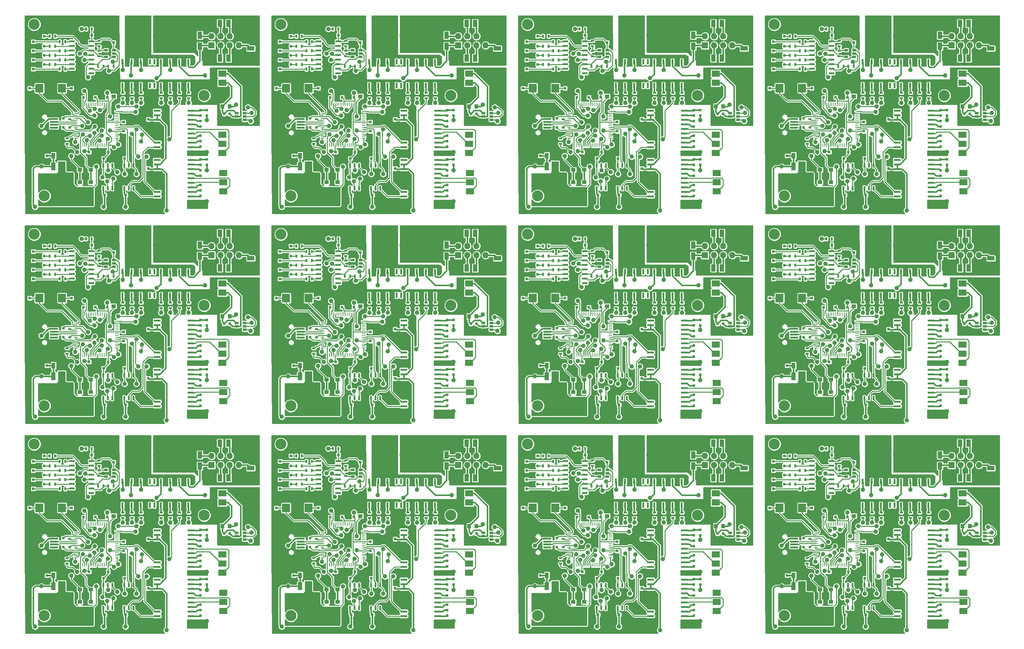
<source format=gtl>
G04 #@! TF.FileFunction,Copper,L1,Top,Signal*
%FSLAX46Y46*%
G04 Gerber Fmt 4.6, Leading zero omitted, Abs format (unit mm)*
G04 Created by KiCad (PCBNEW 4.0.6) date Friday, 09 June 2017 'AMt' 10:28:24*
%MOMM*%
%LPD*%
G01*
G04 APERTURE LIST*
%ADD10C,0.100000*%
%ADD11C,3.048000*%
%ADD12R,0.800000X0.750000*%
%ADD13R,0.750000X0.800000*%
%ADD14R,0.797560X0.797560*%
%ADD15R,2.000000X1.250000*%
%ADD16R,1.250000X2.000000*%
%ADD17R,1.250000X1.000000*%
%ADD18R,1.000000X1.250000*%
%ADD19R,2.301240X0.500380*%
%ADD20R,2.499360X1.998980*%
%ADD21R,2.286000X1.778000*%
%ADD22R,1.727200X1.727200*%
%ADD23O,1.727200X1.727200*%
%ADD24C,6.604000*%
%ADD25R,0.500000X0.900000*%
%ADD26R,0.900000X0.500000*%
%ADD27R,1.500000X0.600000*%
%ADD28R,1.060000X0.650000*%
%ADD29R,0.508000X1.143000*%
%ADD30R,0.600000X1.500000*%
%ADD31R,1.950000X0.600000*%
%ADD32R,2.199640X2.400300*%
%ADD33R,1.000000X1.600000*%
%ADD34R,1.000000X0.250000*%
%ADD35R,0.250000X1.000000*%
%ADD36R,1.200000X2.200000*%
%ADD37R,3.500000X2.200000*%
%ADD38C,1.219200*%
%ADD39C,0.254000*%
%ADD40C,1.270000*%
%ADD41C,0.406400*%
G04 APERTURE END LIST*
D10*
D11*
X143002000Y-167386000D03*
X187452000Y-139446000D03*
D12*
X153948000Y-139954000D03*
X155448000Y-139954000D03*
D13*
X148336000Y-148348000D03*
X148336000Y-149848000D03*
X165100000Y-149364000D03*
X165100000Y-150864000D03*
D12*
X155460000Y-155194000D03*
X156960000Y-155194000D03*
D13*
X165100000Y-146800000D03*
X165100000Y-145300000D03*
X157226000Y-139942000D03*
X157226000Y-138442000D03*
X150114000Y-148336000D03*
X150114000Y-149836000D03*
X148336000Y-145796000D03*
X148336000Y-144296000D03*
X143764000Y-156198000D03*
X143764000Y-154698000D03*
X150622000Y-137414000D03*
X150622000Y-138914000D03*
D12*
X156198000Y-122682000D03*
X154698000Y-122682000D03*
X162294000Y-124714000D03*
X160794000Y-124714000D03*
D13*
X193040000Y-144538000D03*
X193040000Y-146038000D03*
X194564000Y-146038000D03*
X194564000Y-144538000D03*
D12*
X159524000Y-156972000D03*
X161024000Y-156972000D03*
X159778000Y-167132000D03*
X161278000Y-167132000D03*
X165366000Y-156972000D03*
X166866000Y-156972000D03*
X165620000Y-167132000D03*
X167120000Y-167132000D03*
D13*
X171958000Y-147562000D03*
X171958000Y-146062000D03*
X171958000Y-161278000D03*
X171958000Y-159778000D03*
X186436000Y-143534000D03*
X186436000Y-145034000D03*
X186436000Y-148058000D03*
X186436000Y-146558000D03*
X186436000Y-150646000D03*
X186436000Y-152146000D03*
X186436000Y-155170000D03*
X186436000Y-153670000D03*
X186436000Y-157250000D03*
X186436000Y-158750000D03*
X186436000Y-161774000D03*
X186436000Y-160274000D03*
X186436000Y-164350000D03*
X186436000Y-165850000D03*
X186436000Y-168886000D03*
X186436000Y-167386000D03*
X188214000Y-145034000D03*
X188214000Y-143534000D03*
X188214000Y-158750000D03*
X188214000Y-157250000D03*
D14*
X142989300Y-122936000D03*
X141490700Y-122936000D03*
X139941300Y-124460000D03*
X138442700Y-124460000D03*
X142989300Y-125730000D03*
X141490700Y-125730000D03*
X139941300Y-127000000D03*
X138442700Y-127000000D03*
X142989300Y-128270000D03*
X141490700Y-128270000D03*
X139941300Y-129540000D03*
X138442700Y-129540000D03*
X142989300Y-130810000D03*
X141490700Y-130810000D03*
X139941300Y-132080000D03*
X138442700Y-132080000D03*
D15*
X200406000Y-122585000D03*
X200406000Y-126335000D03*
D16*
X197963000Y-129032000D03*
X194213000Y-129032000D03*
X188117000Y-129032000D03*
X191867000Y-129032000D03*
X182529000Y-125730000D03*
X186279000Y-125730000D03*
X197963000Y-119380000D03*
X194213000Y-119380000D03*
X188117000Y-119380000D03*
X191867000Y-119380000D03*
X182529000Y-122682000D03*
X186279000Y-122682000D03*
D17*
X152908000Y-165592000D03*
X152908000Y-163592000D03*
X155956000Y-165576000D03*
X155956000Y-163576000D03*
D18*
X194548000Y-142494000D03*
X192548000Y-142494000D03*
D19*
X145689320Y-145973800D03*
X145689320Y-146773900D03*
X145689320Y-147574000D03*
X145689320Y-148374100D03*
X145689320Y-149174200D03*
D20*
X145590260Y-143123920D03*
X140091160Y-143123920D03*
X145590260Y-152024080D03*
X140091160Y-152024080D03*
D21*
X192532000Y-138430000D03*
X192532000Y-135890000D03*
X192532000Y-133350000D03*
D22*
X189484000Y-125476000D03*
D23*
X189484000Y-122936000D03*
X192024000Y-125476000D03*
X192024000Y-122936000D03*
X194564000Y-125476000D03*
X194564000Y-122936000D03*
X197104000Y-125476000D03*
X197104000Y-122936000D03*
D24*
X176555400Y-122682000D03*
X169392600Y-122682000D03*
D21*
X192532000Y-155448000D03*
X192532000Y-152908000D03*
X192532000Y-150368000D03*
X192786000Y-166116000D03*
X192786000Y-163576000D03*
X192786000Y-161036000D03*
D25*
X144538000Y-122936000D03*
X146038000Y-122936000D03*
X147332000Y-124460000D03*
X148832000Y-124460000D03*
X144538000Y-125730000D03*
X146038000Y-125730000D03*
X147332000Y-127000000D03*
X148832000Y-127000000D03*
X144538000Y-128270000D03*
X146038000Y-128270000D03*
X147332000Y-129540000D03*
X148832000Y-129540000D03*
X144538000Y-130810000D03*
X146038000Y-130810000D03*
X147332000Y-132080000D03*
X148832000Y-132080000D03*
X154698000Y-120904000D03*
X156198000Y-120904000D03*
D26*
X158242000Y-125718000D03*
X158242000Y-124218000D03*
D25*
X158000000Y-131318000D03*
X159500000Y-131318000D03*
X162294000Y-131318000D03*
X160794000Y-131318000D03*
D26*
X158242000Y-128524000D03*
X158242000Y-127024000D03*
X150114000Y-144538000D03*
X150114000Y-146038000D03*
X149352000Y-152884000D03*
X149352000Y-151384000D03*
X183134000Y-140196000D03*
X183134000Y-138696000D03*
X164846000Y-140184000D03*
X164846000Y-138684000D03*
X167386000Y-140184000D03*
X167386000Y-138684000D03*
X169926000Y-140184000D03*
X169926000Y-138684000D03*
X175514000Y-140196000D03*
X175514000Y-138696000D03*
X178054000Y-140196000D03*
X178054000Y-138696000D03*
X180594000Y-140196000D03*
X180594000Y-138696000D03*
D27*
X150716000Y-124333000D03*
X150716000Y-125603000D03*
X150716000Y-126873000D03*
X150716000Y-128143000D03*
X150716000Y-129413000D03*
X150716000Y-130683000D03*
X150716000Y-131953000D03*
X150716000Y-133223000D03*
X156116000Y-133223000D03*
X156116000Y-131953000D03*
X156116000Y-130683000D03*
X156116000Y-129413000D03*
X156116000Y-128143000D03*
X156116000Y-126873000D03*
X156116000Y-125603000D03*
X156116000Y-124333000D03*
D28*
X196512000Y-144338000D03*
X196512000Y-145288000D03*
X196512000Y-146238000D03*
X198712000Y-146238000D03*
X198712000Y-144338000D03*
X198712000Y-145288000D03*
D29*
X159385000Y-158877000D03*
X160655000Y-158877000D03*
X161925000Y-158877000D03*
X163195000Y-158877000D03*
X163195000Y-165227000D03*
X161925000Y-165227000D03*
X160655000Y-165227000D03*
X159385000Y-165227000D03*
X165227000Y-158877000D03*
X166497000Y-158877000D03*
X167767000Y-158877000D03*
X169037000Y-158877000D03*
X169037000Y-165227000D03*
X167767000Y-165227000D03*
X166497000Y-165227000D03*
X165227000Y-165227000D03*
D30*
X175387000Y-136650000D03*
X176657000Y-136650000D03*
X177927000Y-136650000D03*
X179197000Y-136650000D03*
X180467000Y-136650000D03*
X181737000Y-136650000D03*
X183007000Y-136650000D03*
X184277000Y-136650000D03*
X184277000Y-130050000D03*
X183007000Y-130050000D03*
X181737000Y-130050000D03*
X180467000Y-130050000D03*
X179197000Y-130050000D03*
X177927000Y-130050000D03*
X176657000Y-130050000D03*
X175387000Y-130050000D03*
X164719000Y-136650000D03*
X165989000Y-136650000D03*
X167259000Y-136650000D03*
X168529000Y-136650000D03*
X169799000Y-136650000D03*
X171069000Y-136650000D03*
X172339000Y-136650000D03*
X173609000Y-136650000D03*
X173609000Y-130050000D03*
X172339000Y-130050000D03*
X171069000Y-130050000D03*
X169799000Y-130050000D03*
X168529000Y-130050000D03*
X167259000Y-130050000D03*
X165989000Y-130050000D03*
X164719000Y-130050000D03*
D31*
X174370000Y-143637000D03*
X174370000Y-144907000D03*
X174370000Y-146177000D03*
X174370000Y-147447000D03*
X174370000Y-148717000D03*
X174370000Y-149987000D03*
X174370000Y-151257000D03*
X174370000Y-152527000D03*
X174370000Y-153797000D03*
X174370000Y-155067000D03*
X183770000Y-155067000D03*
X183770000Y-153797000D03*
X183770000Y-152527000D03*
X183770000Y-151257000D03*
X183770000Y-149987000D03*
X183770000Y-148717000D03*
X183770000Y-147447000D03*
X183770000Y-146177000D03*
X183770000Y-144907000D03*
X183770000Y-143637000D03*
X174370000Y-157353000D03*
X174370000Y-158623000D03*
X174370000Y-159893000D03*
X174370000Y-161163000D03*
X174370000Y-162433000D03*
X174370000Y-163703000D03*
X174370000Y-164973000D03*
X174370000Y-166243000D03*
X174370000Y-167513000D03*
X174370000Y-168783000D03*
X183770000Y-168783000D03*
X183770000Y-167513000D03*
X183770000Y-166243000D03*
X183770000Y-164973000D03*
X183770000Y-163703000D03*
X183770000Y-162433000D03*
X183770000Y-161163000D03*
X183770000Y-159893000D03*
X183770000Y-158623000D03*
X183770000Y-157353000D03*
D32*
X147929600Y-137414000D03*
X141630400Y-137414000D03*
D12*
X160770000Y-155194000D03*
X159270000Y-155194000D03*
D33*
X145566000Y-156210000D03*
X148566000Y-156210000D03*
D12*
X160504000Y-139954000D03*
X159004000Y-139954000D03*
D13*
X138938000Y-137426000D03*
X138938000Y-138926000D03*
D34*
X151780000Y-143824000D03*
X151780000Y-144324000D03*
X151780000Y-144824000D03*
X151780000Y-145324000D03*
X151780000Y-145824000D03*
X151780000Y-146324000D03*
X151780000Y-146824000D03*
X151780000Y-147324000D03*
X151780000Y-147824000D03*
X151780000Y-148324000D03*
X151780000Y-148824000D03*
X151780000Y-149324000D03*
X151780000Y-149824000D03*
X151780000Y-150324000D03*
X151780000Y-150824000D03*
X151780000Y-151324000D03*
D35*
X153730000Y-153274000D03*
X154230000Y-153274000D03*
X154730000Y-153274000D03*
X155230000Y-153274000D03*
X155730000Y-153274000D03*
X156230000Y-153274000D03*
X156730000Y-153274000D03*
X157230000Y-153274000D03*
X157730000Y-153274000D03*
X158230000Y-153274000D03*
X158730000Y-153274000D03*
X159230000Y-153274000D03*
X159730000Y-153274000D03*
X160230000Y-153274000D03*
X160730000Y-153274000D03*
X161230000Y-153274000D03*
D34*
X163180000Y-151324000D03*
X163180000Y-150824000D03*
X163180000Y-150324000D03*
X163180000Y-149824000D03*
X163180000Y-149324000D03*
X163180000Y-148824000D03*
X163180000Y-148324000D03*
X163180000Y-147824000D03*
X163180000Y-147324000D03*
X163180000Y-146824000D03*
X163180000Y-146324000D03*
X163180000Y-145824000D03*
X163180000Y-145324000D03*
X163180000Y-144824000D03*
X163180000Y-144324000D03*
X163180000Y-143824000D03*
D35*
X161230000Y-141874000D03*
X160730000Y-141874000D03*
X160230000Y-141874000D03*
X159730000Y-141874000D03*
X159230000Y-141874000D03*
X158730000Y-141874000D03*
X158230000Y-141874000D03*
X157730000Y-141874000D03*
X157230000Y-141874000D03*
X156730000Y-141874000D03*
X156230000Y-141874000D03*
X155730000Y-141874000D03*
X155230000Y-141874000D03*
X154730000Y-141874000D03*
X154230000Y-141874000D03*
X153730000Y-141874000D03*
D28*
X160190000Y-126812000D03*
X160190000Y-127762000D03*
X160190000Y-128712000D03*
X162390000Y-128712000D03*
X162390000Y-126812000D03*
X162390000Y-127762000D03*
D36*
X150128000Y-159206000D03*
X147828000Y-159206000D03*
X145528000Y-159206000D03*
D37*
X147828000Y-165406000D03*
D11*
X140208000Y-119634000D03*
D17*
X152908000Y-160131000D03*
X152908000Y-158131000D03*
X155956000Y-160131000D03*
X155956000Y-158131000D03*
X162306000Y-139660000D03*
X162306000Y-137660000D03*
X93726000Y-139660000D03*
X93726000Y-137660000D03*
X87376000Y-160131000D03*
X87376000Y-158131000D03*
X84328000Y-160131000D03*
X84328000Y-158131000D03*
D11*
X71628000Y-119634000D03*
D36*
X81548000Y-159206000D03*
X79248000Y-159206000D03*
X76948000Y-159206000D03*
D37*
X79248000Y-165406000D03*
D28*
X91610000Y-126812000D03*
X91610000Y-127762000D03*
X91610000Y-128712000D03*
X93810000Y-128712000D03*
X93810000Y-126812000D03*
X93810000Y-127762000D03*
D34*
X83200000Y-143824000D03*
X83200000Y-144324000D03*
X83200000Y-144824000D03*
X83200000Y-145324000D03*
X83200000Y-145824000D03*
X83200000Y-146324000D03*
X83200000Y-146824000D03*
X83200000Y-147324000D03*
X83200000Y-147824000D03*
X83200000Y-148324000D03*
X83200000Y-148824000D03*
X83200000Y-149324000D03*
X83200000Y-149824000D03*
X83200000Y-150324000D03*
X83200000Y-150824000D03*
X83200000Y-151324000D03*
D35*
X85150000Y-153274000D03*
X85650000Y-153274000D03*
X86150000Y-153274000D03*
X86650000Y-153274000D03*
X87150000Y-153274000D03*
X87650000Y-153274000D03*
X88150000Y-153274000D03*
X88650000Y-153274000D03*
X89150000Y-153274000D03*
X89650000Y-153274000D03*
X90150000Y-153274000D03*
X90650000Y-153274000D03*
X91150000Y-153274000D03*
X91650000Y-153274000D03*
X92150000Y-153274000D03*
X92650000Y-153274000D03*
D34*
X94600000Y-151324000D03*
X94600000Y-150824000D03*
X94600000Y-150324000D03*
X94600000Y-149824000D03*
X94600000Y-149324000D03*
X94600000Y-148824000D03*
X94600000Y-148324000D03*
X94600000Y-147824000D03*
X94600000Y-147324000D03*
X94600000Y-146824000D03*
X94600000Y-146324000D03*
X94600000Y-145824000D03*
X94600000Y-145324000D03*
X94600000Y-144824000D03*
X94600000Y-144324000D03*
X94600000Y-143824000D03*
D35*
X92650000Y-141874000D03*
X92150000Y-141874000D03*
X91650000Y-141874000D03*
X91150000Y-141874000D03*
X90650000Y-141874000D03*
X90150000Y-141874000D03*
X89650000Y-141874000D03*
X89150000Y-141874000D03*
X88650000Y-141874000D03*
X88150000Y-141874000D03*
X87650000Y-141874000D03*
X87150000Y-141874000D03*
X86650000Y-141874000D03*
X86150000Y-141874000D03*
X85650000Y-141874000D03*
X85150000Y-141874000D03*
D13*
X70358000Y-137426000D03*
X70358000Y-138926000D03*
D12*
X91924000Y-139954000D03*
X90424000Y-139954000D03*
D33*
X76986000Y-156210000D03*
X79986000Y-156210000D03*
D12*
X92190000Y-155194000D03*
X90690000Y-155194000D03*
D32*
X79349600Y-137414000D03*
X73050400Y-137414000D03*
D31*
X105790000Y-157353000D03*
X105790000Y-158623000D03*
X105790000Y-159893000D03*
X105790000Y-161163000D03*
X105790000Y-162433000D03*
X105790000Y-163703000D03*
X105790000Y-164973000D03*
X105790000Y-166243000D03*
X105790000Y-167513000D03*
X105790000Y-168783000D03*
X115190000Y-168783000D03*
X115190000Y-167513000D03*
X115190000Y-166243000D03*
X115190000Y-164973000D03*
X115190000Y-163703000D03*
X115190000Y-162433000D03*
X115190000Y-161163000D03*
X115190000Y-159893000D03*
X115190000Y-158623000D03*
X115190000Y-157353000D03*
X105790000Y-143637000D03*
X105790000Y-144907000D03*
X105790000Y-146177000D03*
X105790000Y-147447000D03*
X105790000Y-148717000D03*
X105790000Y-149987000D03*
X105790000Y-151257000D03*
X105790000Y-152527000D03*
X105790000Y-153797000D03*
X105790000Y-155067000D03*
X115190000Y-155067000D03*
X115190000Y-153797000D03*
X115190000Y-152527000D03*
X115190000Y-151257000D03*
X115190000Y-149987000D03*
X115190000Y-148717000D03*
X115190000Y-147447000D03*
X115190000Y-146177000D03*
X115190000Y-144907000D03*
X115190000Y-143637000D03*
D30*
X96139000Y-136650000D03*
X97409000Y-136650000D03*
X98679000Y-136650000D03*
X99949000Y-136650000D03*
X101219000Y-136650000D03*
X102489000Y-136650000D03*
X103759000Y-136650000D03*
X105029000Y-136650000D03*
X105029000Y-130050000D03*
X103759000Y-130050000D03*
X102489000Y-130050000D03*
X101219000Y-130050000D03*
X99949000Y-130050000D03*
X98679000Y-130050000D03*
X97409000Y-130050000D03*
X96139000Y-130050000D03*
X106807000Y-136650000D03*
X108077000Y-136650000D03*
X109347000Y-136650000D03*
X110617000Y-136650000D03*
X111887000Y-136650000D03*
X113157000Y-136650000D03*
X114427000Y-136650000D03*
X115697000Y-136650000D03*
X115697000Y-130050000D03*
X114427000Y-130050000D03*
X113157000Y-130050000D03*
X111887000Y-130050000D03*
X110617000Y-130050000D03*
X109347000Y-130050000D03*
X108077000Y-130050000D03*
X106807000Y-130050000D03*
D29*
X96647000Y-158877000D03*
X97917000Y-158877000D03*
X99187000Y-158877000D03*
X100457000Y-158877000D03*
X100457000Y-165227000D03*
X99187000Y-165227000D03*
X97917000Y-165227000D03*
X96647000Y-165227000D03*
X90805000Y-158877000D03*
X92075000Y-158877000D03*
X93345000Y-158877000D03*
X94615000Y-158877000D03*
X94615000Y-165227000D03*
X93345000Y-165227000D03*
X92075000Y-165227000D03*
X90805000Y-165227000D03*
D28*
X127932000Y-144338000D03*
X127932000Y-145288000D03*
X127932000Y-146238000D03*
X130132000Y-146238000D03*
X130132000Y-144338000D03*
X130132000Y-145288000D03*
D27*
X82136000Y-124333000D03*
X82136000Y-125603000D03*
X82136000Y-126873000D03*
X82136000Y-128143000D03*
X82136000Y-129413000D03*
X82136000Y-130683000D03*
X82136000Y-131953000D03*
X82136000Y-133223000D03*
X87536000Y-133223000D03*
X87536000Y-131953000D03*
X87536000Y-130683000D03*
X87536000Y-129413000D03*
X87536000Y-128143000D03*
X87536000Y-126873000D03*
X87536000Y-125603000D03*
X87536000Y-124333000D03*
D26*
X112014000Y-140196000D03*
X112014000Y-138696000D03*
X109474000Y-140196000D03*
X109474000Y-138696000D03*
X106934000Y-140196000D03*
X106934000Y-138696000D03*
X101346000Y-140184000D03*
X101346000Y-138684000D03*
X98806000Y-140184000D03*
X98806000Y-138684000D03*
X96266000Y-140184000D03*
X96266000Y-138684000D03*
X114554000Y-140196000D03*
X114554000Y-138696000D03*
X80772000Y-152884000D03*
X80772000Y-151384000D03*
X81534000Y-144538000D03*
X81534000Y-146038000D03*
X89662000Y-128524000D03*
X89662000Y-127024000D03*
D25*
X93714000Y-131318000D03*
X92214000Y-131318000D03*
X89420000Y-131318000D03*
X90920000Y-131318000D03*
D26*
X89662000Y-125718000D03*
X89662000Y-124218000D03*
D25*
X86118000Y-120904000D03*
X87618000Y-120904000D03*
X78752000Y-132080000D03*
X80252000Y-132080000D03*
X75958000Y-130810000D03*
X77458000Y-130810000D03*
X78752000Y-129540000D03*
X80252000Y-129540000D03*
X75958000Y-128270000D03*
X77458000Y-128270000D03*
X78752000Y-127000000D03*
X80252000Y-127000000D03*
X75958000Y-125730000D03*
X77458000Y-125730000D03*
X78752000Y-124460000D03*
X80252000Y-124460000D03*
X75958000Y-122936000D03*
X77458000Y-122936000D03*
D21*
X124206000Y-166116000D03*
X124206000Y-163576000D03*
X124206000Y-161036000D03*
X123952000Y-155448000D03*
X123952000Y-152908000D03*
X123952000Y-150368000D03*
D24*
X107975400Y-122682000D03*
X100812600Y-122682000D03*
D22*
X120904000Y-125476000D03*
D23*
X120904000Y-122936000D03*
X123444000Y-125476000D03*
X123444000Y-122936000D03*
X125984000Y-125476000D03*
X125984000Y-122936000D03*
X128524000Y-125476000D03*
X128524000Y-122936000D03*
D21*
X123952000Y-138430000D03*
X123952000Y-135890000D03*
X123952000Y-133350000D03*
D19*
X77109320Y-145973800D03*
X77109320Y-146773900D03*
X77109320Y-147574000D03*
X77109320Y-148374100D03*
X77109320Y-149174200D03*
D20*
X77010260Y-143123920D03*
X71511160Y-143123920D03*
X77010260Y-152024080D03*
X71511160Y-152024080D03*
D18*
X125968000Y-142494000D03*
X123968000Y-142494000D03*
D17*
X87376000Y-165576000D03*
X87376000Y-163576000D03*
X84328000Y-165592000D03*
X84328000Y-163592000D03*
D16*
X113949000Y-122682000D03*
X117699000Y-122682000D03*
X119537000Y-119380000D03*
X123287000Y-119380000D03*
X129383000Y-119380000D03*
X125633000Y-119380000D03*
X113949000Y-125730000D03*
X117699000Y-125730000D03*
X119537000Y-129032000D03*
X123287000Y-129032000D03*
X129383000Y-129032000D03*
X125633000Y-129032000D03*
D15*
X131826000Y-122585000D03*
X131826000Y-126335000D03*
D14*
X71361300Y-132080000D03*
X69862700Y-132080000D03*
X74409300Y-130810000D03*
X72910700Y-130810000D03*
X71361300Y-129540000D03*
X69862700Y-129540000D03*
X74409300Y-128270000D03*
X72910700Y-128270000D03*
X71361300Y-127000000D03*
X69862700Y-127000000D03*
X74409300Y-125730000D03*
X72910700Y-125730000D03*
X71361300Y-124460000D03*
X69862700Y-124460000D03*
X74409300Y-122936000D03*
X72910700Y-122936000D03*
D13*
X119634000Y-158750000D03*
X119634000Y-157250000D03*
X119634000Y-145034000D03*
X119634000Y-143534000D03*
X117856000Y-168886000D03*
X117856000Y-167386000D03*
X117856000Y-164350000D03*
X117856000Y-165850000D03*
X117856000Y-161774000D03*
X117856000Y-160274000D03*
X117856000Y-157250000D03*
X117856000Y-158750000D03*
X117856000Y-155170000D03*
X117856000Y-153670000D03*
X117856000Y-150646000D03*
X117856000Y-152146000D03*
X117856000Y-148058000D03*
X117856000Y-146558000D03*
X117856000Y-143534000D03*
X117856000Y-145034000D03*
X103378000Y-161278000D03*
X103378000Y-159778000D03*
X103378000Y-147562000D03*
X103378000Y-146062000D03*
D12*
X97040000Y-167132000D03*
X98540000Y-167132000D03*
X96786000Y-156972000D03*
X98286000Y-156972000D03*
X91198000Y-167132000D03*
X92698000Y-167132000D03*
X90944000Y-156972000D03*
X92444000Y-156972000D03*
D13*
X125984000Y-146038000D03*
X125984000Y-144538000D03*
X124460000Y-144538000D03*
X124460000Y-146038000D03*
D12*
X93714000Y-124714000D03*
X92214000Y-124714000D03*
X87618000Y-122682000D03*
X86118000Y-122682000D03*
D13*
X82042000Y-137414000D03*
X82042000Y-138914000D03*
X75184000Y-156198000D03*
X75184000Y-154698000D03*
X79756000Y-145796000D03*
X79756000Y-144296000D03*
X81534000Y-148336000D03*
X81534000Y-149836000D03*
X88646000Y-139942000D03*
X88646000Y-138442000D03*
X96520000Y-146800000D03*
X96520000Y-145300000D03*
D12*
X86880000Y-155194000D03*
X88380000Y-155194000D03*
D13*
X96520000Y-149364000D03*
X96520000Y-150864000D03*
X79756000Y-148348000D03*
X79756000Y-149848000D03*
D12*
X85368000Y-139954000D03*
X86868000Y-139954000D03*
D11*
X118872000Y-139446000D03*
X74422000Y-167386000D03*
X5842000Y-167386000D03*
X50292000Y-139446000D03*
D12*
X16788000Y-139954000D03*
X18288000Y-139954000D03*
D13*
X11176000Y-148348000D03*
X11176000Y-149848000D03*
X27940000Y-149364000D03*
X27940000Y-150864000D03*
D12*
X18300000Y-155194000D03*
X19800000Y-155194000D03*
D13*
X27940000Y-146800000D03*
X27940000Y-145300000D03*
X20066000Y-139942000D03*
X20066000Y-138442000D03*
X12954000Y-148336000D03*
X12954000Y-149836000D03*
X11176000Y-145796000D03*
X11176000Y-144296000D03*
X6604000Y-156198000D03*
X6604000Y-154698000D03*
X13462000Y-137414000D03*
X13462000Y-138914000D03*
D12*
X19038000Y-122682000D03*
X17538000Y-122682000D03*
X25134000Y-124714000D03*
X23634000Y-124714000D03*
D13*
X55880000Y-144538000D03*
X55880000Y-146038000D03*
X57404000Y-146038000D03*
X57404000Y-144538000D03*
D12*
X22364000Y-156972000D03*
X23864000Y-156972000D03*
X22618000Y-167132000D03*
X24118000Y-167132000D03*
X28206000Y-156972000D03*
X29706000Y-156972000D03*
X28460000Y-167132000D03*
X29960000Y-167132000D03*
D13*
X34798000Y-147562000D03*
X34798000Y-146062000D03*
X34798000Y-161278000D03*
X34798000Y-159778000D03*
X49276000Y-143534000D03*
X49276000Y-145034000D03*
X49276000Y-148058000D03*
X49276000Y-146558000D03*
X49276000Y-150646000D03*
X49276000Y-152146000D03*
X49276000Y-155170000D03*
X49276000Y-153670000D03*
X49276000Y-157250000D03*
X49276000Y-158750000D03*
X49276000Y-161774000D03*
X49276000Y-160274000D03*
X49276000Y-164350000D03*
X49276000Y-165850000D03*
X49276000Y-168886000D03*
X49276000Y-167386000D03*
X51054000Y-145034000D03*
X51054000Y-143534000D03*
X51054000Y-158750000D03*
X51054000Y-157250000D03*
D14*
X5829300Y-122936000D03*
X4330700Y-122936000D03*
X2781300Y-124460000D03*
X1282700Y-124460000D03*
X5829300Y-125730000D03*
X4330700Y-125730000D03*
X2781300Y-127000000D03*
X1282700Y-127000000D03*
X5829300Y-128270000D03*
X4330700Y-128270000D03*
X2781300Y-129540000D03*
X1282700Y-129540000D03*
X5829300Y-130810000D03*
X4330700Y-130810000D03*
X2781300Y-132080000D03*
X1282700Y-132080000D03*
D15*
X63246000Y-122585000D03*
X63246000Y-126335000D03*
D16*
X60803000Y-129032000D03*
X57053000Y-129032000D03*
X50957000Y-129032000D03*
X54707000Y-129032000D03*
X45369000Y-125730000D03*
X49119000Y-125730000D03*
X60803000Y-119380000D03*
X57053000Y-119380000D03*
X50957000Y-119380000D03*
X54707000Y-119380000D03*
X45369000Y-122682000D03*
X49119000Y-122682000D03*
D17*
X15748000Y-165592000D03*
X15748000Y-163592000D03*
X18796000Y-165576000D03*
X18796000Y-163576000D03*
D18*
X57388000Y-142494000D03*
X55388000Y-142494000D03*
D19*
X8529320Y-145973800D03*
X8529320Y-146773900D03*
X8529320Y-147574000D03*
X8529320Y-148374100D03*
X8529320Y-149174200D03*
D20*
X8430260Y-143123920D03*
X2931160Y-143123920D03*
X8430260Y-152024080D03*
X2931160Y-152024080D03*
D21*
X55372000Y-138430000D03*
X55372000Y-135890000D03*
X55372000Y-133350000D03*
D22*
X52324000Y-125476000D03*
D23*
X52324000Y-122936000D03*
X54864000Y-125476000D03*
X54864000Y-122936000D03*
X57404000Y-125476000D03*
X57404000Y-122936000D03*
X59944000Y-125476000D03*
X59944000Y-122936000D03*
D24*
X39395400Y-122682000D03*
X32232600Y-122682000D03*
D21*
X55372000Y-155448000D03*
X55372000Y-152908000D03*
X55372000Y-150368000D03*
X55626000Y-166116000D03*
X55626000Y-163576000D03*
X55626000Y-161036000D03*
D25*
X7378000Y-122936000D03*
X8878000Y-122936000D03*
X10172000Y-124460000D03*
X11672000Y-124460000D03*
X7378000Y-125730000D03*
X8878000Y-125730000D03*
X10172000Y-127000000D03*
X11672000Y-127000000D03*
X7378000Y-128270000D03*
X8878000Y-128270000D03*
X10172000Y-129540000D03*
X11672000Y-129540000D03*
X7378000Y-130810000D03*
X8878000Y-130810000D03*
X10172000Y-132080000D03*
X11672000Y-132080000D03*
X17538000Y-120904000D03*
X19038000Y-120904000D03*
D26*
X21082000Y-125718000D03*
X21082000Y-124218000D03*
D25*
X20840000Y-131318000D03*
X22340000Y-131318000D03*
X25134000Y-131318000D03*
X23634000Y-131318000D03*
D26*
X21082000Y-128524000D03*
X21082000Y-127024000D03*
X12954000Y-144538000D03*
X12954000Y-146038000D03*
X12192000Y-152884000D03*
X12192000Y-151384000D03*
X45974000Y-140196000D03*
X45974000Y-138696000D03*
X27686000Y-140184000D03*
X27686000Y-138684000D03*
X30226000Y-140184000D03*
X30226000Y-138684000D03*
X32766000Y-140184000D03*
X32766000Y-138684000D03*
X38354000Y-140196000D03*
X38354000Y-138696000D03*
X40894000Y-140196000D03*
X40894000Y-138696000D03*
X43434000Y-140196000D03*
X43434000Y-138696000D03*
D27*
X13556000Y-124333000D03*
X13556000Y-125603000D03*
X13556000Y-126873000D03*
X13556000Y-128143000D03*
X13556000Y-129413000D03*
X13556000Y-130683000D03*
X13556000Y-131953000D03*
X13556000Y-133223000D03*
X18956000Y-133223000D03*
X18956000Y-131953000D03*
X18956000Y-130683000D03*
X18956000Y-129413000D03*
X18956000Y-128143000D03*
X18956000Y-126873000D03*
X18956000Y-125603000D03*
X18956000Y-124333000D03*
D28*
X59352000Y-144338000D03*
X59352000Y-145288000D03*
X59352000Y-146238000D03*
X61552000Y-146238000D03*
X61552000Y-144338000D03*
X61552000Y-145288000D03*
D29*
X22225000Y-158877000D03*
X23495000Y-158877000D03*
X24765000Y-158877000D03*
X26035000Y-158877000D03*
X26035000Y-165227000D03*
X24765000Y-165227000D03*
X23495000Y-165227000D03*
X22225000Y-165227000D03*
X28067000Y-158877000D03*
X29337000Y-158877000D03*
X30607000Y-158877000D03*
X31877000Y-158877000D03*
X31877000Y-165227000D03*
X30607000Y-165227000D03*
X29337000Y-165227000D03*
X28067000Y-165227000D03*
D30*
X38227000Y-136650000D03*
X39497000Y-136650000D03*
X40767000Y-136650000D03*
X42037000Y-136650000D03*
X43307000Y-136650000D03*
X44577000Y-136650000D03*
X45847000Y-136650000D03*
X47117000Y-136650000D03*
X47117000Y-130050000D03*
X45847000Y-130050000D03*
X44577000Y-130050000D03*
X43307000Y-130050000D03*
X42037000Y-130050000D03*
X40767000Y-130050000D03*
X39497000Y-130050000D03*
X38227000Y-130050000D03*
X27559000Y-136650000D03*
X28829000Y-136650000D03*
X30099000Y-136650000D03*
X31369000Y-136650000D03*
X32639000Y-136650000D03*
X33909000Y-136650000D03*
X35179000Y-136650000D03*
X36449000Y-136650000D03*
X36449000Y-130050000D03*
X35179000Y-130050000D03*
X33909000Y-130050000D03*
X32639000Y-130050000D03*
X31369000Y-130050000D03*
X30099000Y-130050000D03*
X28829000Y-130050000D03*
X27559000Y-130050000D03*
D31*
X37210000Y-143637000D03*
X37210000Y-144907000D03*
X37210000Y-146177000D03*
X37210000Y-147447000D03*
X37210000Y-148717000D03*
X37210000Y-149987000D03*
X37210000Y-151257000D03*
X37210000Y-152527000D03*
X37210000Y-153797000D03*
X37210000Y-155067000D03*
X46610000Y-155067000D03*
X46610000Y-153797000D03*
X46610000Y-152527000D03*
X46610000Y-151257000D03*
X46610000Y-149987000D03*
X46610000Y-148717000D03*
X46610000Y-147447000D03*
X46610000Y-146177000D03*
X46610000Y-144907000D03*
X46610000Y-143637000D03*
X37210000Y-157353000D03*
X37210000Y-158623000D03*
X37210000Y-159893000D03*
X37210000Y-161163000D03*
X37210000Y-162433000D03*
X37210000Y-163703000D03*
X37210000Y-164973000D03*
X37210000Y-166243000D03*
X37210000Y-167513000D03*
X37210000Y-168783000D03*
X46610000Y-168783000D03*
X46610000Y-167513000D03*
X46610000Y-166243000D03*
X46610000Y-164973000D03*
X46610000Y-163703000D03*
X46610000Y-162433000D03*
X46610000Y-161163000D03*
X46610000Y-159893000D03*
X46610000Y-158623000D03*
X46610000Y-157353000D03*
D32*
X10769600Y-137414000D03*
X4470400Y-137414000D03*
D12*
X23610000Y-155194000D03*
X22110000Y-155194000D03*
D33*
X8406000Y-156210000D03*
X11406000Y-156210000D03*
D12*
X23344000Y-139954000D03*
X21844000Y-139954000D03*
D13*
X1778000Y-137426000D03*
X1778000Y-138926000D03*
D34*
X14620000Y-143824000D03*
X14620000Y-144324000D03*
X14620000Y-144824000D03*
X14620000Y-145324000D03*
X14620000Y-145824000D03*
X14620000Y-146324000D03*
X14620000Y-146824000D03*
X14620000Y-147324000D03*
X14620000Y-147824000D03*
X14620000Y-148324000D03*
X14620000Y-148824000D03*
X14620000Y-149324000D03*
X14620000Y-149824000D03*
X14620000Y-150324000D03*
X14620000Y-150824000D03*
X14620000Y-151324000D03*
D35*
X16570000Y-153274000D03*
X17070000Y-153274000D03*
X17570000Y-153274000D03*
X18070000Y-153274000D03*
X18570000Y-153274000D03*
X19070000Y-153274000D03*
X19570000Y-153274000D03*
X20070000Y-153274000D03*
X20570000Y-153274000D03*
X21070000Y-153274000D03*
X21570000Y-153274000D03*
X22070000Y-153274000D03*
X22570000Y-153274000D03*
X23070000Y-153274000D03*
X23570000Y-153274000D03*
X24070000Y-153274000D03*
D34*
X26020000Y-151324000D03*
X26020000Y-150824000D03*
X26020000Y-150324000D03*
X26020000Y-149824000D03*
X26020000Y-149324000D03*
X26020000Y-148824000D03*
X26020000Y-148324000D03*
X26020000Y-147824000D03*
X26020000Y-147324000D03*
X26020000Y-146824000D03*
X26020000Y-146324000D03*
X26020000Y-145824000D03*
X26020000Y-145324000D03*
X26020000Y-144824000D03*
X26020000Y-144324000D03*
X26020000Y-143824000D03*
D35*
X24070000Y-141874000D03*
X23570000Y-141874000D03*
X23070000Y-141874000D03*
X22570000Y-141874000D03*
X22070000Y-141874000D03*
X21570000Y-141874000D03*
X21070000Y-141874000D03*
X20570000Y-141874000D03*
X20070000Y-141874000D03*
X19570000Y-141874000D03*
X19070000Y-141874000D03*
X18570000Y-141874000D03*
X18070000Y-141874000D03*
X17570000Y-141874000D03*
X17070000Y-141874000D03*
X16570000Y-141874000D03*
D28*
X23030000Y-126812000D03*
X23030000Y-127762000D03*
X23030000Y-128712000D03*
X25230000Y-128712000D03*
X25230000Y-126812000D03*
X25230000Y-127762000D03*
D36*
X12968000Y-159206000D03*
X10668000Y-159206000D03*
X8368000Y-159206000D03*
D37*
X10668000Y-165406000D03*
D11*
X3048000Y-119634000D03*
D17*
X15748000Y-160131000D03*
X15748000Y-158131000D03*
X18796000Y-160131000D03*
X18796000Y-158131000D03*
X25146000Y-139660000D03*
X25146000Y-137660000D03*
X230886000Y-139660000D03*
X230886000Y-137660000D03*
X224536000Y-160131000D03*
X224536000Y-158131000D03*
X221488000Y-160131000D03*
X221488000Y-158131000D03*
D11*
X208788000Y-119634000D03*
D36*
X218708000Y-159206000D03*
X216408000Y-159206000D03*
X214108000Y-159206000D03*
D37*
X216408000Y-165406000D03*
D28*
X228770000Y-126812000D03*
X228770000Y-127762000D03*
X228770000Y-128712000D03*
X230970000Y-128712000D03*
X230970000Y-126812000D03*
X230970000Y-127762000D03*
D34*
X220360000Y-143824000D03*
X220360000Y-144324000D03*
X220360000Y-144824000D03*
X220360000Y-145324000D03*
X220360000Y-145824000D03*
X220360000Y-146324000D03*
X220360000Y-146824000D03*
X220360000Y-147324000D03*
X220360000Y-147824000D03*
X220360000Y-148324000D03*
X220360000Y-148824000D03*
X220360000Y-149324000D03*
X220360000Y-149824000D03*
X220360000Y-150324000D03*
X220360000Y-150824000D03*
X220360000Y-151324000D03*
D35*
X222310000Y-153274000D03*
X222810000Y-153274000D03*
X223310000Y-153274000D03*
X223810000Y-153274000D03*
X224310000Y-153274000D03*
X224810000Y-153274000D03*
X225310000Y-153274000D03*
X225810000Y-153274000D03*
X226310000Y-153274000D03*
X226810000Y-153274000D03*
X227310000Y-153274000D03*
X227810000Y-153274000D03*
X228310000Y-153274000D03*
X228810000Y-153274000D03*
X229310000Y-153274000D03*
X229810000Y-153274000D03*
D34*
X231760000Y-151324000D03*
X231760000Y-150824000D03*
X231760000Y-150324000D03*
X231760000Y-149824000D03*
X231760000Y-149324000D03*
X231760000Y-148824000D03*
X231760000Y-148324000D03*
X231760000Y-147824000D03*
X231760000Y-147324000D03*
X231760000Y-146824000D03*
X231760000Y-146324000D03*
X231760000Y-145824000D03*
X231760000Y-145324000D03*
X231760000Y-144824000D03*
X231760000Y-144324000D03*
X231760000Y-143824000D03*
D35*
X229810000Y-141874000D03*
X229310000Y-141874000D03*
X228810000Y-141874000D03*
X228310000Y-141874000D03*
X227810000Y-141874000D03*
X227310000Y-141874000D03*
X226810000Y-141874000D03*
X226310000Y-141874000D03*
X225810000Y-141874000D03*
X225310000Y-141874000D03*
X224810000Y-141874000D03*
X224310000Y-141874000D03*
X223810000Y-141874000D03*
X223310000Y-141874000D03*
X222810000Y-141874000D03*
X222310000Y-141874000D03*
D13*
X207518000Y-137426000D03*
X207518000Y-138926000D03*
D12*
X229084000Y-139954000D03*
X227584000Y-139954000D03*
D33*
X214146000Y-156210000D03*
X217146000Y-156210000D03*
D12*
X229350000Y-155194000D03*
X227850000Y-155194000D03*
D32*
X216509600Y-137414000D03*
X210210400Y-137414000D03*
D31*
X242950000Y-157353000D03*
X242950000Y-158623000D03*
X242950000Y-159893000D03*
X242950000Y-161163000D03*
X242950000Y-162433000D03*
X242950000Y-163703000D03*
X242950000Y-164973000D03*
X242950000Y-166243000D03*
X242950000Y-167513000D03*
X242950000Y-168783000D03*
X252350000Y-168783000D03*
X252350000Y-167513000D03*
X252350000Y-166243000D03*
X252350000Y-164973000D03*
X252350000Y-163703000D03*
X252350000Y-162433000D03*
X252350000Y-161163000D03*
X252350000Y-159893000D03*
X252350000Y-158623000D03*
X252350000Y-157353000D03*
X242950000Y-143637000D03*
X242950000Y-144907000D03*
X242950000Y-146177000D03*
X242950000Y-147447000D03*
X242950000Y-148717000D03*
X242950000Y-149987000D03*
X242950000Y-151257000D03*
X242950000Y-152527000D03*
X242950000Y-153797000D03*
X242950000Y-155067000D03*
X252350000Y-155067000D03*
X252350000Y-153797000D03*
X252350000Y-152527000D03*
X252350000Y-151257000D03*
X252350000Y-149987000D03*
X252350000Y-148717000D03*
X252350000Y-147447000D03*
X252350000Y-146177000D03*
X252350000Y-144907000D03*
X252350000Y-143637000D03*
D30*
X233299000Y-136650000D03*
X234569000Y-136650000D03*
X235839000Y-136650000D03*
X237109000Y-136650000D03*
X238379000Y-136650000D03*
X239649000Y-136650000D03*
X240919000Y-136650000D03*
X242189000Y-136650000D03*
X242189000Y-130050000D03*
X240919000Y-130050000D03*
X239649000Y-130050000D03*
X238379000Y-130050000D03*
X237109000Y-130050000D03*
X235839000Y-130050000D03*
X234569000Y-130050000D03*
X233299000Y-130050000D03*
X243967000Y-136650000D03*
X245237000Y-136650000D03*
X246507000Y-136650000D03*
X247777000Y-136650000D03*
X249047000Y-136650000D03*
X250317000Y-136650000D03*
X251587000Y-136650000D03*
X252857000Y-136650000D03*
X252857000Y-130050000D03*
X251587000Y-130050000D03*
X250317000Y-130050000D03*
X249047000Y-130050000D03*
X247777000Y-130050000D03*
X246507000Y-130050000D03*
X245237000Y-130050000D03*
X243967000Y-130050000D03*
D29*
X233807000Y-158877000D03*
X235077000Y-158877000D03*
X236347000Y-158877000D03*
X237617000Y-158877000D03*
X237617000Y-165227000D03*
X236347000Y-165227000D03*
X235077000Y-165227000D03*
X233807000Y-165227000D03*
X227965000Y-158877000D03*
X229235000Y-158877000D03*
X230505000Y-158877000D03*
X231775000Y-158877000D03*
X231775000Y-165227000D03*
X230505000Y-165227000D03*
X229235000Y-165227000D03*
X227965000Y-165227000D03*
D28*
X265092000Y-144338000D03*
X265092000Y-145288000D03*
X265092000Y-146238000D03*
X267292000Y-146238000D03*
X267292000Y-144338000D03*
X267292000Y-145288000D03*
D27*
X219296000Y-124333000D03*
X219296000Y-125603000D03*
X219296000Y-126873000D03*
X219296000Y-128143000D03*
X219296000Y-129413000D03*
X219296000Y-130683000D03*
X219296000Y-131953000D03*
X219296000Y-133223000D03*
X224696000Y-133223000D03*
X224696000Y-131953000D03*
X224696000Y-130683000D03*
X224696000Y-129413000D03*
X224696000Y-128143000D03*
X224696000Y-126873000D03*
X224696000Y-125603000D03*
X224696000Y-124333000D03*
D26*
X249174000Y-140196000D03*
X249174000Y-138696000D03*
X246634000Y-140196000D03*
X246634000Y-138696000D03*
X244094000Y-140196000D03*
X244094000Y-138696000D03*
X238506000Y-140184000D03*
X238506000Y-138684000D03*
X235966000Y-140184000D03*
X235966000Y-138684000D03*
X233426000Y-140184000D03*
X233426000Y-138684000D03*
X251714000Y-140196000D03*
X251714000Y-138696000D03*
X217932000Y-152884000D03*
X217932000Y-151384000D03*
X218694000Y-144538000D03*
X218694000Y-146038000D03*
X226822000Y-128524000D03*
X226822000Y-127024000D03*
D25*
X230874000Y-131318000D03*
X229374000Y-131318000D03*
X226580000Y-131318000D03*
X228080000Y-131318000D03*
D26*
X226822000Y-125718000D03*
X226822000Y-124218000D03*
D25*
X223278000Y-120904000D03*
X224778000Y-120904000D03*
X215912000Y-132080000D03*
X217412000Y-132080000D03*
X213118000Y-130810000D03*
X214618000Y-130810000D03*
X215912000Y-129540000D03*
X217412000Y-129540000D03*
X213118000Y-128270000D03*
X214618000Y-128270000D03*
X215912000Y-127000000D03*
X217412000Y-127000000D03*
X213118000Y-125730000D03*
X214618000Y-125730000D03*
X215912000Y-124460000D03*
X217412000Y-124460000D03*
X213118000Y-122936000D03*
X214618000Y-122936000D03*
D21*
X261366000Y-166116000D03*
X261366000Y-163576000D03*
X261366000Y-161036000D03*
X261112000Y-155448000D03*
X261112000Y-152908000D03*
X261112000Y-150368000D03*
D24*
X245135400Y-122682000D03*
X237972600Y-122682000D03*
D22*
X258064000Y-125476000D03*
D23*
X258064000Y-122936000D03*
X260604000Y-125476000D03*
X260604000Y-122936000D03*
X263144000Y-125476000D03*
X263144000Y-122936000D03*
X265684000Y-125476000D03*
X265684000Y-122936000D03*
D21*
X261112000Y-138430000D03*
X261112000Y-135890000D03*
X261112000Y-133350000D03*
D19*
X214269320Y-145973800D03*
X214269320Y-146773900D03*
X214269320Y-147574000D03*
X214269320Y-148374100D03*
X214269320Y-149174200D03*
D20*
X214170260Y-143123920D03*
X208671160Y-143123920D03*
X214170260Y-152024080D03*
X208671160Y-152024080D03*
D18*
X263128000Y-142494000D03*
X261128000Y-142494000D03*
D17*
X224536000Y-165576000D03*
X224536000Y-163576000D03*
X221488000Y-165592000D03*
X221488000Y-163592000D03*
D16*
X251109000Y-122682000D03*
X254859000Y-122682000D03*
X256697000Y-119380000D03*
X260447000Y-119380000D03*
X266543000Y-119380000D03*
X262793000Y-119380000D03*
X251109000Y-125730000D03*
X254859000Y-125730000D03*
X256697000Y-129032000D03*
X260447000Y-129032000D03*
X266543000Y-129032000D03*
X262793000Y-129032000D03*
D15*
X268986000Y-122585000D03*
X268986000Y-126335000D03*
D14*
X208521300Y-132080000D03*
X207022700Y-132080000D03*
X211569300Y-130810000D03*
X210070700Y-130810000D03*
X208521300Y-129540000D03*
X207022700Y-129540000D03*
X211569300Y-128270000D03*
X210070700Y-128270000D03*
X208521300Y-127000000D03*
X207022700Y-127000000D03*
X211569300Y-125730000D03*
X210070700Y-125730000D03*
X208521300Y-124460000D03*
X207022700Y-124460000D03*
X211569300Y-122936000D03*
X210070700Y-122936000D03*
D13*
X256794000Y-158750000D03*
X256794000Y-157250000D03*
X256794000Y-145034000D03*
X256794000Y-143534000D03*
X255016000Y-168886000D03*
X255016000Y-167386000D03*
X255016000Y-164350000D03*
X255016000Y-165850000D03*
X255016000Y-161774000D03*
X255016000Y-160274000D03*
X255016000Y-157250000D03*
X255016000Y-158750000D03*
X255016000Y-155170000D03*
X255016000Y-153670000D03*
X255016000Y-150646000D03*
X255016000Y-152146000D03*
X255016000Y-148058000D03*
X255016000Y-146558000D03*
X255016000Y-143534000D03*
X255016000Y-145034000D03*
X240538000Y-161278000D03*
X240538000Y-159778000D03*
X240538000Y-147562000D03*
X240538000Y-146062000D03*
D12*
X234200000Y-167132000D03*
X235700000Y-167132000D03*
X233946000Y-156972000D03*
X235446000Y-156972000D03*
X228358000Y-167132000D03*
X229858000Y-167132000D03*
X228104000Y-156972000D03*
X229604000Y-156972000D03*
D13*
X263144000Y-146038000D03*
X263144000Y-144538000D03*
X261620000Y-144538000D03*
X261620000Y-146038000D03*
D12*
X230874000Y-124714000D03*
X229374000Y-124714000D03*
X224778000Y-122682000D03*
X223278000Y-122682000D03*
D13*
X219202000Y-137414000D03*
X219202000Y-138914000D03*
X212344000Y-156198000D03*
X212344000Y-154698000D03*
X216916000Y-145796000D03*
X216916000Y-144296000D03*
X218694000Y-148336000D03*
X218694000Y-149836000D03*
X225806000Y-139942000D03*
X225806000Y-138442000D03*
X233680000Y-146800000D03*
X233680000Y-145300000D03*
D12*
X224040000Y-155194000D03*
X225540000Y-155194000D03*
D13*
X233680000Y-149364000D03*
X233680000Y-150864000D03*
X216916000Y-148348000D03*
X216916000Y-149848000D03*
D12*
X222528000Y-139954000D03*
X224028000Y-139954000D03*
D11*
X256032000Y-139446000D03*
X211582000Y-167386000D03*
D17*
X230886000Y-22820000D03*
X230886000Y-20820000D03*
X224536000Y-43291000D03*
X224536000Y-41291000D03*
X221488000Y-43291000D03*
X221488000Y-41291000D03*
D11*
X208788000Y-2794000D03*
D36*
X218708000Y-42366000D03*
X216408000Y-42366000D03*
X214108000Y-42366000D03*
D37*
X216408000Y-48566000D03*
D28*
X228770000Y-9972000D03*
X228770000Y-10922000D03*
X228770000Y-11872000D03*
X230970000Y-11872000D03*
X230970000Y-9972000D03*
X230970000Y-10922000D03*
D34*
X220360000Y-26984000D03*
X220360000Y-27484000D03*
X220360000Y-27984000D03*
X220360000Y-28484000D03*
X220360000Y-28984000D03*
X220360000Y-29484000D03*
X220360000Y-29984000D03*
X220360000Y-30484000D03*
X220360000Y-30984000D03*
X220360000Y-31484000D03*
X220360000Y-31984000D03*
X220360000Y-32484000D03*
X220360000Y-32984000D03*
X220360000Y-33484000D03*
X220360000Y-33984000D03*
X220360000Y-34484000D03*
D35*
X222310000Y-36434000D03*
X222810000Y-36434000D03*
X223310000Y-36434000D03*
X223810000Y-36434000D03*
X224310000Y-36434000D03*
X224810000Y-36434000D03*
X225310000Y-36434000D03*
X225810000Y-36434000D03*
X226310000Y-36434000D03*
X226810000Y-36434000D03*
X227310000Y-36434000D03*
X227810000Y-36434000D03*
X228310000Y-36434000D03*
X228810000Y-36434000D03*
X229310000Y-36434000D03*
X229810000Y-36434000D03*
D34*
X231760000Y-34484000D03*
X231760000Y-33984000D03*
X231760000Y-33484000D03*
X231760000Y-32984000D03*
X231760000Y-32484000D03*
X231760000Y-31984000D03*
X231760000Y-31484000D03*
X231760000Y-30984000D03*
X231760000Y-30484000D03*
X231760000Y-29984000D03*
X231760000Y-29484000D03*
X231760000Y-28984000D03*
X231760000Y-28484000D03*
X231760000Y-27984000D03*
X231760000Y-27484000D03*
X231760000Y-26984000D03*
D35*
X229810000Y-25034000D03*
X229310000Y-25034000D03*
X228810000Y-25034000D03*
X228310000Y-25034000D03*
X227810000Y-25034000D03*
X227310000Y-25034000D03*
X226810000Y-25034000D03*
X226310000Y-25034000D03*
X225810000Y-25034000D03*
X225310000Y-25034000D03*
X224810000Y-25034000D03*
X224310000Y-25034000D03*
X223810000Y-25034000D03*
X223310000Y-25034000D03*
X222810000Y-25034000D03*
X222310000Y-25034000D03*
D13*
X207518000Y-20586000D03*
X207518000Y-22086000D03*
D12*
X229084000Y-23114000D03*
X227584000Y-23114000D03*
D33*
X214146000Y-39370000D03*
X217146000Y-39370000D03*
D12*
X229350000Y-38354000D03*
X227850000Y-38354000D03*
D32*
X216509600Y-20574000D03*
X210210400Y-20574000D03*
D31*
X242950000Y-40513000D03*
X242950000Y-41783000D03*
X242950000Y-43053000D03*
X242950000Y-44323000D03*
X242950000Y-45593000D03*
X242950000Y-46863000D03*
X242950000Y-48133000D03*
X242950000Y-49403000D03*
X242950000Y-50673000D03*
X242950000Y-51943000D03*
X252350000Y-51943000D03*
X252350000Y-50673000D03*
X252350000Y-49403000D03*
X252350000Y-48133000D03*
X252350000Y-46863000D03*
X252350000Y-45593000D03*
X252350000Y-44323000D03*
X252350000Y-43053000D03*
X252350000Y-41783000D03*
X252350000Y-40513000D03*
X242950000Y-26797000D03*
X242950000Y-28067000D03*
X242950000Y-29337000D03*
X242950000Y-30607000D03*
X242950000Y-31877000D03*
X242950000Y-33147000D03*
X242950000Y-34417000D03*
X242950000Y-35687000D03*
X242950000Y-36957000D03*
X242950000Y-38227000D03*
X252350000Y-38227000D03*
X252350000Y-36957000D03*
X252350000Y-35687000D03*
X252350000Y-34417000D03*
X252350000Y-33147000D03*
X252350000Y-31877000D03*
X252350000Y-30607000D03*
X252350000Y-29337000D03*
X252350000Y-28067000D03*
X252350000Y-26797000D03*
D30*
X233299000Y-19810000D03*
X234569000Y-19810000D03*
X235839000Y-19810000D03*
X237109000Y-19810000D03*
X238379000Y-19810000D03*
X239649000Y-19810000D03*
X240919000Y-19810000D03*
X242189000Y-19810000D03*
X242189000Y-13210000D03*
X240919000Y-13210000D03*
X239649000Y-13210000D03*
X238379000Y-13210000D03*
X237109000Y-13210000D03*
X235839000Y-13210000D03*
X234569000Y-13210000D03*
X233299000Y-13210000D03*
X243967000Y-19810000D03*
X245237000Y-19810000D03*
X246507000Y-19810000D03*
X247777000Y-19810000D03*
X249047000Y-19810000D03*
X250317000Y-19810000D03*
X251587000Y-19810000D03*
X252857000Y-19810000D03*
X252857000Y-13210000D03*
X251587000Y-13210000D03*
X250317000Y-13210000D03*
X249047000Y-13210000D03*
X247777000Y-13210000D03*
X246507000Y-13210000D03*
X245237000Y-13210000D03*
X243967000Y-13210000D03*
D29*
X233807000Y-42037000D03*
X235077000Y-42037000D03*
X236347000Y-42037000D03*
X237617000Y-42037000D03*
X237617000Y-48387000D03*
X236347000Y-48387000D03*
X235077000Y-48387000D03*
X233807000Y-48387000D03*
X227965000Y-42037000D03*
X229235000Y-42037000D03*
X230505000Y-42037000D03*
X231775000Y-42037000D03*
X231775000Y-48387000D03*
X230505000Y-48387000D03*
X229235000Y-48387000D03*
X227965000Y-48387000D03*
D28*
X265092000Y-27498000D03*
X265092000Y-28448000D03*
X265092000Y-29398000D03*
X267292000Y-29398000D03*
X267292000Y-27498000D03*
X267292000Y-28448000D03*
D27*
X219296000Y-7493000D03*
X219296000Y-8763000D03*
X219296000Y-10033000D03*
X219296000Y-11303000D03*
X219296000Y-12573000D03*
X219296000Y-13843000D03*
X219296000Y-15113000D03*
X219296000Y-16383000D03*
X224696000Y-16383000D03*
X224696000Y-15113000D03*
X224696000Y-13843000D03*
X224696000Y-12573000D03*
X224696000Y-11303000D03*
X224696000Y-10033000D03*
X224696000Y-8763000D03*
X224696000Y-7493000D03*
D26*
X249174000Y-23356000D03*
X249174000Y-21856000D03*
X246634000Y-23356000D03*
X246634000Y-21856000D03*
X244094000Y-23356000D03*
X244094000Y-21856000D03*
X238506000Y-23344000D03*
X238506000Y-21844000D03*
X235966000Y-23344000D03*
X235966000Y-21844000D03*
X233426000Y-23344000D03*
X233426000Y-21844000D03*
X251714000Y-23356000D03*
X251714000Y-21856000D03*
X217932000Y-36044000D03*
X217932000Y-34544000D03*
X218694000Y-27698000D03*
X218694000Y-29198000D03*
X226822000Y-11684000D03*
X226822000Y-10184000D03*
D25*
X230874000Y-14478000D03*
X229374000Y-14478000D03*
X226580000Y-14478000D03*
X228080000Y-14478000D03*
D26*
X226822000Y-8878000D03*
X226822000Y-7378000D03*
D25*
X223278000Y-4064000D03*
X224778000Y-4064000D03*
X215912000Y-15240000D03*
X217412000Y-15240000D03*
X213118000Y-13970000D03*
X214618000Y-13970000D03*
X215912000Y-12700000D03*
X217412000Y-12700000D03*
X213118000Y-11430000D03*
X214618000Y-11430000D03*
X215912000Y-10160000D03*
X217412000Y-10160000D03*
X213118000Y-8890000D03*
X214618000Y-8890000D03*
X215912000Y-7620000D03*
X217412000Y-7620000D03*
X213118000Y-6096000D03*
X214618000Y-6096000D03*
D21*
X261366000Y-49276000D03*
X261366000Y-46736000D03*
X261366000Y-44196000D03*
X261112000Y-38608000D03*
X261112000Y-36068000D03*
X261112000Y-33528000D03*
D24*
X245135400Y-5842000D03*
X237972600Y-5842000D03*
D22*
X258064000Y-8636000D03*
D23*
X258064000Y-6096000D03*
X260604000Y-8636000D03*
X260604000Y-6096000D03*
X263144000Y-8636000D03*
X263144000Y-6096000D03*
X265684000Y-8636000D03*
X265684000Y-6096000D03*
D21*
X261112000Y-21590000D03*
X261112000Y-19050000D03*
X261112000Y-16510000D03*
D19*
X214269320Y-29133800D03*
X214269320Y-29933900D03*
X214269320Y-30734000D03*
X214269320Y-31534100D03*
X214269320Y-32334200D03*
D20*
X214170260Y-26283920D03*
X208671160Y-26283920D03*
X214170260Y-35184080D03*
X208671160Y-35184080D03*
D18*
X263128000Y-25654000D03*
X261128000Y-25654000D03*
D17*
X224536000Y-48736000D03*
X224536000Y-46736000D03*
X221488000Y-48752000D03*
X221488000Y-46752000D03*
D16*
X251109000Y-5842000D03*
X254859000Y-5842000D03*
X256697000Y-2540000D03*
X260447000Y-2540000D03*
X266543000Y-2540000D03*
X262793000Y-2540000D03*
X251109000Y-8890000D03*
X254859000Y-8890000D03*
X256697000Y-12192000D03*
X260447000Y-12192000D03*
X266543000Y-12192000D03*
X262793000Y-12192000D03*
D15*
X268986000Y-5745000D03*
X268986000Y-9495000D03*
D14*
X208521300Y-15240000D03*
X207022700Y-15240000D03*
X211569300Y-13970000D03*
X210070700Y-13970000D03*
X208521300Y-12700000D03*
X207022700Y-12700000D03*
X211569300Y-11430000D03*
X210070700Y-11430000D03*
X208521300Y-10160000D03*
X207022700Y-10160000D03*
X211569300Y-8890000D03*
X210070700Y-8890000D03*
X208521300Y-7620000D03*
X207022700Y-7620000D03*
X211569300Y-6096000D03*
X210070700Y-6096000D03*
D13*
X256794000Y-41910000D03*
X256794000Y-40410000D03*
X256794000Y-28194000D03*
X256794000Y-26694000D03*
X255016000Y-52046000D03*
X255016000Y-50546000D03*
X255016000Y-47510000D03*
X255016000Y-49010000D03*
X255016000Y-44934000D03*
X255016000Y-43434000D03*
X255016000Y-40410000D03*
X255016000Y-41910000D03*
X255016000Y-38330000D03*
X255016000Y-36830000D03*
X255016000Y-33806000D03*
X255016000Y-35306000D03*
X255016000Y-31218000D03*
X255016000Y-29718000D03*
X255016000Y-26694000D03*
X255016000Y-28194000D03*
X240538000Y-44438000D03*
X240538000Y-42938000D03*
X240538000Y-30722000D03*
X240538000Y-29222000D03*
D12*
X234200000Y-50292000D03*
X235700000Y-50292000D03*
X233946000Y-40132000D03*
X235446000Y-40132000D03*
X228358000Y-50292000D03*
X229858000Y-50292000D03*
X228104000Y-40132000D03*
X229604000Y-40132000D03*
D13*
X263144000Y-29198000D03*
X263144000Y-27698000D03*
X261620000Y-27698000D03*
X261620000Y-29198000D03*
D12*
X230874000Y-7874000D03*
X229374000Y-7874000D03*
X224778000Y-5842000D03*
X223278000Y-5842000D03*
D13*
X219202000Y-20574000D03*
X219202000Y-22074000D03*
X212344000Y-39358000D03*
X212344000Y-37858000D03*
X216916000Y-28956000D03*
X216916000Y-27456000D03*
X218694000Y-31496000D03*
X218694000Y-32996000D03*
X225806000Y-23102000D03*
X225806000Y-21602000D03*
X233680000Y-29960000D03*
X233680000Y-28460000D03*
D12*
X224040000Y-38354000D03*
X225540000Y-38354000D03*
D13*
X233680000Y-32524000D03*
X233680000Y-34024000D03*
X216916000Y-31508000D03*
X216916000Y-33008000D03*
D12*
X222528000Y-23114000D03*
X224028000Y-23114000D03*
D11*
X256032000Y-22606000D03*
X211582000Y-50546000D03*
X211582000Y-108966000D03*
X256032000Y-81026000D03*
D12*
X222528000Y-81534000D03*
X224028000Y-81534000D03*
D13*
X216916000Y-89928000D03*
X216916000Y-91428000D03*
X233680000Y-90944000D03*
X233680000Y-92444000D03*
D12*
X224040000Y-96774000D03*
X225540000Y-96774000D03*
D13*
X233680000Y-88380000D03*
X233680000Y-86880000D03*
X225806000Y-81522000D03*
X225806000Y-80022000D03*
X218694000Y-89916000D03*
X218694000Y-91416000D03*
X216916000Y-87376000D03*
X216916000Y-85876000D03*
X212344000Y-97778000D03*
X212344000Y-96278000D03*
X219202000Y-78994000D03*
X219202000Y-80494000D03*
D12*
X224778000Y-64262000D03*
X223278000Y-64262000D03*
X230874000Y-66294000D03*
X229374000Y-66294000D03*
D13*
X261620000Y-86118000D03*
X261620000Y-87618000D03*
X263144000Y-87618000D03*
X263144000Y-86118000D03*
D12*
X228104000Y-98552000D03*
X229604000Y-98552000D03*
X228358000Y-108712000D03*
X229858000Y-108712000D03*
X233946000Y-98552000D03*
X235446000Y-98552000D03*
X234200000Y-108712000D03*
X235700000Y-108712000D03*
D13*
X240538000Y-89142000D03*
X240538000Y-87642000D03*
X240538000Y-102858000D03*
X240538000Y-101358000D03*
X255016000Y-85114000D03*
X255016000Y-86614000D03*
X255016000Y-89638000D03*
X255016000Y-88138000D03*
X255016000Y-92226000D03*
X255016000Y-93726000D03*
X255016000Y-96750000D03*
X255016000Y-95250000D03*
X255016000Y-98830000D03*
X255016000Y-100330000D03*
X255016000Y-103354000D03*
X255016000Y-101854000D03*
X255016000Y-105930000D03*
X255016000Y-107430000D03*
X255016000Y-110466000D03*
X255016000Y-108966000D03*
X256794000Y-86614000D03*
X256794000Y-85114000D03*
X256794000Y-100330000D03*
X256794000Y-98830000D03*
D14*
X211569300Y-64516000D03*
X210070700Y-64516000D03*
X208521300Y-66040000D03*
X207022700Y-66040000D03*
X211569300Y-67310000D03*
X210070700Y-67310000D03*
X208521300Y-68580000D03*
X207022700Y-68580000D03*
X211569300Y-69850000D03*
X210070700Y-69850000D03*
X208521300Y-71120000D03*
X207022700Y-71120000D03*
X211569300Y-72390000D03*
X210070700Y-72390000D03*
X208521300Y-73660000D03*
X207022700Y-73660000D03*
D15*
X268986000Y-64165000D03*
X268986000Y-67915000D03*
D16*
X266543000Y-70612000D03*
X262793000Y-70612000D03*
X256697000Y-70612000D03*
X260447000Y-70612000D03*
X251109000Y-67310000D03*
X254859000Y-67310000D03*
X266543000Y-60960000D03*
X262793000Y-60960000D03*
X256697000Y-60960000D03*
X260447000Y-60960000D03*
X251109000Y-64262000D03*
X254859000Y-64262000D03*
D17*
X221488000Y-107172000D03*
X221488000Y-105172000D03*
X224536000Y-107156000D03*
X224536000Y-105156000D03*
D18*
X263128000Y-84074000D03*
X261128000Y-84074000D03*
D19*
X214269320Y-87553800D03*
X214269320Y-88353900D03*
X214269320Y-89154000D03*
X214269320Y-89954100D03*
X214269320Y-90754200D03*
D20*
X214170260Y-84703920D03*
X208671160Y-84703920D03*
X214170260Y-93604080D03*
X208671160Y-93604080D03*
D21*
X261112000Y-80010000D03*
X261112000Y-77470000D03*
X261112000Y-74930000D03*
D22*
X258064000Y-67056000D03*
D23*
X258064000Y-64516000D03*
X260604000Y-67056000D03*
X260604000Y-64516000D03*
X263144000Y-67056000D03*
X263144000Y-64516000D03*
X265684000Y-67056000D03*
X265684000Y-64516000D03*
D24*
X245135400Y-64262000D03*
X237972600Y-64262000D03*
D21*
X261112000Y-97028000D03*
X261112000Y-94488000D03*
X261112000Y-91948000D03*
X261366000Y-107696000D03*
X261366000Y-105156000D03*
X261366000Y-102616000D03*
D25*
X213118000Y-64516000D03*
X214618000Y-64516000D03*
X215912000Y-66040000D03*
X217412000Y-66040000D03*
X213118000Y-67310000D03*
X214618000Y-67310000D03*
X215912000Y-68580000D03*
X217412000Y-68580000D03*
X213118000Y-69850000D03*
X214618000Y-69850000D03*
X215912000Y-71120000D03*
X217412000Y-71120000D03*
X213118000Y-72390000D03*
X214618000Y-72390000D03*
X215912000Y-73660000D03*
X217412000Y-73660000D03*
X223278000Y-62484000D03*
X224778000Y-62484000D03*
D26*
X226822000Y-67298000D03*
X226822000Y-65798000D03*
D25*
X226580000Y-72898000D03*
X228080000Y-72898000D03*
X230874000Y-72898000D03*
X229374000Y-72898000D03*
D26*
X226822000Y-70104000D03*
X226822000Y-68604000D03*
X218694000Y-86118000D03*
X218694000Y-87618000D03*
X217932000Y-94464000D03*
X217932000Y-92964000D03*
X251714000Y-81776000D03*
X251714000Y-80276000D03*
X233426000Y-81764000D03*
X233426000Y-80264000D03*
X235966000Y-81764000D03*
X235966000Y-80264000D03*
X238506000Y-81764000D03*
X238506000Y-80264000D03*
X244094000Y-81776000D03*
X244094000Y-80276000D03*
X246634000Y-81776000D03*
X246634000Y-80276000D03*
X249174000Y-81776000D03*
X249174000Y-80276000D03*
D27*
X219296000Y-65913000D03*
X219296000Y-67183000D03*
X219296000Y-68453000D03*
X219296000Y-69723000D03*
X219296000Y-70993000D03*
X219296000Y-72263000D03*
X219296000Y-73533000D03*
X219296000Y-74803000D03*
X224696000Y-74803000D03*
X224696000Y-73533000D03*
X224696000Y-72263000D03*
X224696000Y-70993000D03*
X224696000Y-69723000D03*
X224696000Y-68453000D03*
X224696000Y-67183000D03*
X224696000Y-65913000D03*
D28*
X265092000Y-85918000D03*
X265092000Y-86868000D03*
X265092000Y-87818000D03*
X267292000Y-87818000D03*
X267292000Y-85918000D03*
X267292000Y-86868000D03*
D29*
X227965000Y-100457000D03*
X229235000Y-100457000D03*
X230505000Y-100457000D03*
X231775000Y-100457000D03*
X231775000Y-106807000D03*
X230505000Y-106807000D03*
X229235000Y-106807000D03*
X227965000Y-106807000D03*
X233807000Y-100457000D03*
X235077000Y-100457000D03*
X236347000Y-100457000D03*
X237617000Y-100457000D03*
X237617000Y-106807000D03*
X236347000Y-106807000D03*
X235077000Y-106807000D03*
X233807000Y-106807000D03*
D30*
X243967000Y-78230000D03*
X245237000Y-78230000D03*
X246507000Y-78230000D03*
X247777000Y-78230000D03*
X249047000Y-78230000D03*
X250317000Y-78230000D03*
X251587000Y-78230000D03*
X252857000Y-78230000D03*
X252857000Y-71630000D03*
X251587000Y-71630000D03*
X250317000Y-71630000D03*
X249047000Y-71630000D03*
X247777000Y-71630000D03*
X246507000Y-71630000D03*
X245237000Y-71630000D03*
X243967000Y-71630000D03*
X233299000Y-78230000D03*
X234569000Y-78230000D03*
X235839000Y-78230000D03*
X237109000Y-78230000D03*
X238379000Y-78230000D03*
X239649000Y-78230000D03*
X240919000Y-78230000D03*
X242189000Y-78230000D03*
X242189000Y-71630000D03*
X240919000Y-71630000D03*
X239649000Y-71630000D03*
X238379000Y-71630000D03*
X237109000Y-71630000D03*
X235839000Y-71630000D03*
X234569000Y-71630000D03*
X233299000Y-71630000D03*
D31*
X242950000Y-85217000D03*
X242950000Y-86487000D03*
X242950000Y-87757000D03*
X242950000Y-89027000D03*
X242950000Y-90297000D03*
X242950000Y-91567000D03*
X242950000Y-92837000D03*
X242950000Y-94107000D03*
X242950000Y-95377000D03*
X242950000Y-96647000D03*
X252350000Y-96647000D03*
X252350000Y-95377000D03*
X252350000Y-94107000D03*
X252350000Y-92837000D03*
X252350000Y-91567000D03*
X252350000Y-90297000D03*
X252350000Y-89027000D03*
X252350000Y-87757000D03*
X252350000Y-86487000D03*
X252350000Y-85217000D03*
X242950000Y-98933000D03*
X242950000Y-100203000D03*
X242950000Y-101473000D03*
X242950000Y-102743000D03*
X242950000Y-104013000D03*
X242950000Y-105283000D03*
X242950000Y-106553000D03*
X242950000Y-107823000D03*
X242950000Y-109093000D03*
X242950000Y-110363000D03*
X252350000Y-110363000D03*
X252350000Y-109093000D03*
X252350000Y-107823000D03*
X252350000Y-106553000D03*
X252350000Y-105283000D03*
X252350000Y-104013000D03*
X252350000Y-102743000D03*
X252350000Y-101473000D03*
X252350000Y-100203000D03*
X252350000Y-98933000D03*
D32*
X216509600Y-78994000D03*
X210210400Y-78994000D03*
D12*
X229350000Y-96774000D03*
X227850000Y-96774000D03*
D33*
X214146000Y-97790000D03*
X217146000Y-97790000D03*
D12*
X229084000Y-81534000D03*
X227584000Y-81534000D03*
D13*
X207518000Y-79006000D03*
X207518000Y-80506000D03*
D34*
X220360000Y-85404000D03*
X220360000Y-85904000D03*
X220360000Y-86404000D03*
X220360000Y-86904000D03*
X220360000Y-87404000D03*
X220360000Y-87904000D03*
X220360000Y-88404000D03*
X220360000Y-88904000D03*
X220360000Y-89404000D03*
X220360000Y-89904000D03*
X220360000Y-90404000D03*
X220360000Y-90904000D03*
X220360000Y-91404000D03*
X220360000Y-91904000D03*
X220360000Y-92404000D03*
X220360000Y-92904000D03*
D35*
X222310000Y-94854000D03*
X222810000Y-94854000D03*
X223310000Y-94854000D03*
X223810000Y-94854000D03*
X224310000Y-94854000D03*
X224810000Y-94854000D03*
X225310000Y-94854000D03*
X225810000Y-94854000D03*
X226310000Y-94854000D03*
X226810000Y-94854000D03*
X227310000Y-94854000D03*
X227810000Y-94854000D03*
X228310000Y-94854000D03*
X228810000Y-94854000D03*
X229310000Y-94854000D03*
X229810000Y-94854000D03*
D34*
X231760000Y-92904000D03*
X231760000Y-92404000D03*
X231760000Y-91904000D03*
X231760000Y-91404000D03*
X231760000Y-90904000D03*
X231760000Y-90404000D03*
X231760000Y-89904000D03*
X231760000Y-89404000D03*
X231760000Y-88904000D03*
X231760000Y-88404000D03*
X231760000Y-87904000D03*
X231760000Y-87404000D03*
X231760000Y-86904000D03*
X231760000Y-86404000D03*
X231760000Y-85904000D03*
X231760000Y-85404000D03*
D35*
X229810000Y-83454000D03*
X229310000Y-83454000D03*
X228810000Y-83454000D03*
X228310000Y-83454000D03*
X227810000Y-83454000D03*
X227310000Y-83454000D03*
X226810000Y-83454000D03*
X226310000Y-83454000D03*
X225810000Y-83454000D03*
X225310000Y-83454000D03*
X224810000Y-83454000D03*
X224310000Y-83454000D03*
X223810000Y-83454000D03*
X223310000Y-83454000D03*
X222810000Y-83454000D03*
X222310000Y-83454000D03*
D28*
X228770000Y-68392000D03*
X228770000Y-69342000D03*
X228770000Y-70292000D03*
X230970000Y-70292000D03*
X230970000Y-68392000D03*
X230970000Y-69342000D03*
D36*
X218708000Y-100786000D03*
X216408000Y-100786000D03*
X214108000Y-100786000D03*
D37*
X216408000Y-106986000D03*
D11*
X208788000Y-61214000D03*
D17*
X221488000Y-101711000D03*
X221488000Y-99711000D03*
X224536000Y-101711000D03*
X224536000Y-99711000D03*
X230886000Y-81240000D03*
X230886000Y-79240000D03*
X25146000Y-81240000D03*
X25146000Y-79240000D03*
X18796000Y-101711000D03*
X18796000Y-99711000D03*
X15748000Y-101711000D03*
X15748000Y-99711000D03*
D11*
X3048000Y-61214000D03*
D36*
X12968000Y-100786000D03*
X10668000Y-100786000D03*
X8368000Y-100786000D03*
D37*
X10668000Y-106986000D03*
D28*
X23030000Y-68392000D03*
X23030000Y-69342000D03*
X23030000Y-70292000D03*
X25230000Y-70292000D03*
X25230000Y-68392000D03*
X25230000Y-69342000D03*
D34*
X14620000Y-85404000D03*
X14620000Y-85904000D03*
X14620000Y-86404000D03*
X14620000Y-86904000D03*
X14620000Y-87404000D03*
X14620000Y-87904000D03*
X14620000Y-88404000D03*
X14620000Y-88904000D03*
X14620000Y-89404000D03*
X14620000Y-89904000D03*
X14620000Y-90404000D03*
X14620000Y-90904000D03*
X14620000Y-91404000D03*
X14620000Y-91904000D03*
X14620000Y-92404000D03*
X14620000Y-92904000D03*
D35*
X16570000Y-94854000D03*
X17070000Y-94854000D03*
X17570000Y-94854000D03*
X18070000Y-94854000D03*
X18570000Y-94854000D03*
X19070000Y-94854000D03*
X19570000Y-94854000D03*
X20070000Y-94854000D03*
X20570000Y-94854000D03*
X21070000Y-94854000D03*
X21570000Y-94854000D03*
X22070000Y-94854000D03*
X22570000Y-94854000D03*
X23070000Y-94854000D03*
X23570000Y-94854000D03*
X24070000Y-94854000D03*
D34*
X26020000Y-92904000D03*
X26020000Y-92404000D03*
X26020000Y-91904000D03*
X26020000Y-91404000D03*
X26020000Y-90904000D03*
X26020000Y-90404000D03*
X26020000Y-89904000D03*
X26020000Y-89404000D03*
X26020000Y-88904000D03*
X26020000Y-88404000D03*
X26020000Y-87904000D03*
X26020000Y-87404000D03*
X26020000Y-86904000D03*
X26020000Y-86404000D03*
X26020000Y-85904000D03*
X26020000Y-85404000D03*
D35*
X24070000Y-83454000D03*
X23570000Y-83454000D03*
X23070000Y-83454000D03*
X22570000Y-83454000D03*
X22070000Y-83454000D03*
X21570000Y-83454000D03*
X21070000Y-83454000D03*
X20570000Y-83454000D03*
X20070000Y-83454000D03*
X19570000Y-83454000D03*
X19070000Y-83454000D03*
X18570000Y-83454000D03*
X18070000Y-83454000D03*
X17570000Y-83454000D03*
X17070000Y-83454000D03*
X16570000Y-83454000D03*
D13*
X1778000Y-79006000D03*
X1778000Y-80506000D03*
D12*
X23344000Y-81534000D03*
X21844000Y-81534000D03*
D33*
X8406000Y-97790000D03*
X11406000Y-97790000D03*
D12*
X23610000Y-96774000D03*
X22110000Y-96774000D03*
D32*
X10769600Y-78994000D03*
X4470400Y-78994000D03*
D31*
X37210000Y-98933000D03*
X37210000Y-100203000D03*
X37210000Y-101473000D03*
X37210000Y-102743000D03*
X37210000Y-104013000D03*
X37210000Y-105283000D03*
X37210000Y-106553000D03*
X37210000Y-107823000D03*
X37210000Y-109093000D03*
X37210000Y-110363000D03*
X46610000Y-110363000D03*
X46610000Y-109093000D03*
X46610000Y-107823000D03*
X46610000Y-106553000D03*
X46610000Y-105283000D03*
X46610000Y-104013000D03*
X46610000Y-102743000D03*
X46610000Y-101473000D03*
X46610000Y-100203000D03*
X46610000Y-98933000D03*
X37210000Y-85217000D03*
X37210000Y-86487000D03*
X37210000Y-87757000D03*
X37210000Y-89027000D03*
X37210000Y-90297000D03*
X37210000Y-91567000D03*
X37210000Y-92837000D03*
X37210000Y-94107000D03*
X37210000Y-95377000D03*
X37210000Y-96647000D03*
X46610000Y-96647000D03*
X46610000Y-95377000D03*
X46610000Y-94107000D03*
X46610000Y-92837000D03*
X46610000Y-91567000D03*
X46610000Y-90297000D03*
X46610000Y-89027000D03*
X46610000Y-87757000D03*
X46610000Y-86487000D03*
X46610000Y-85217000D03*
D30*
X27559000Y-78230000D03*
X28829000Y-78230000D03*
X30099000Y-78230000D03*
X31369000Y-78230000D03*
X32639000Y-78230000D03*
X33909000Y-78230000D03*
X35179000Y-78230000D03*
X36449000Y-78230000D03*
X36449000Y-71630000D03*
X35179000Y-71630000D03*
X33909000Y-71630000D03*
X32639000Y-71630000D03*
X31369000Y-71630000D03*
X30099000Y-71630000D03*
X28829000Y-71630000D03*
X27559000Y-71630000D03*
X38227000Y-78230000D03*
X39497000Y-78230000D03*
X40767000Y-78230000D03*
X42037000Y-78230000D03*
X43307000Y-78230000D03*
X44577000Y-78230000D03*
X45847000Y-78230000D03*
X47117000Y-78230000D03*
X47117000Y-71630000D03*
X45847000Y-71630000D03*
X44577000Y-71630000D03*
X43307000Y-71630000D03*
X42037000Y-71630000D03*
X40767000Y-71630000D03*
X39497000Y-71630000D03*
X38227000Y-71630000D03*
D29*
X28067000Y-100457000D03*
X29337000Y-100457000D03*
X30607000Y-100457000D03*
X31877000Y-100457000D03*
X31877000Y-106807000D03*
X30607000Y-106807000D03*
X29337000Y-106807000D03*
X28067000Y-106807000D03*
X22225000Y-100457000D03*
X23495000Y-100457000D03*
X24765000Y-100457000D03*
X26035000Y-100457000D03*
X26035000Y-106807000D03*
X24765000Y-106807000D03*
X23495000Y-106807000D03*
X22225000Y-106807000D03*
D28*
X59352000Y-85918000D03*
X59352000Y-86868000D03*
X59352000Y-87818000D03*
X61552000Y-87818000D03*
X61552000Y-85918000D03*
X61552000Y-86868000D03*
D27*
X13556000Y-65913000D03*
X13556000Y-67183000D03*
X13556000Y-68453000D03*
X13556000Y-69723000D03*
X13556000Y-70993000D03*
X13556000Y-72263000D03*
X13556000Y-73533000D03*
X13556000Y-74803000D03*
X18956000Y-74803000D03*
X18956000Y-73533000D03*
X18956000Y-72263000D03*
X18956000Y-70993000D03*
X18956000Y-69723000D03*
X18956000Y-68453000D03*
X18956000Y-67183000D03*
X18956000Y-65913000D03*
D26*
X43434000Y-81776000D03*
X43434000Y-80276000D03*
X40894000Y-81776000D03*
X40894000Y-80276000D03*
X38354000Y-81776000D03*
X38354000Y-80276000D03*
X32766000Y-81764000D03*
X32766000Y-80264000D03*
X30226000Y-81764000D03*
X30226000Y-80264000D03*
X27686000Y-81764000D03*
X27686000Y-80264000D03*
X45974000Y-81776000D03*
X45974000Y-80276000D03*
X12192000Y-94464000D03*
X12192000Y-92964000D03*
X12954000Y-86118000D03*
X12954000Y-87618000D03*
X21082000Y-70104000D03*
X21082000Y-68604000D03*
D25*
X25134000Y-72898000D03*
X23634000Y-72898000D03*
X20840000Y-72898000D03*
X22340000Y-72898000D03*
D26*
X21082000Y-67298000D03*
X21082000Y-65798000D03*
D25*
X17538000Y-62484000D03*
X19038000Y-62484000D03*
X10172000Y-73660000D03*
X11672000Y-73660000D03*
X7378000Y-72390000D03*
X8878000Y-72390000D03*
X10172000Y-71120000D03*
X11672000Y-71120000D03*
X7378000Y-69850000D03*
X8878000Y-69850000D03*
X10172000Y-68580000D03*
X11672000Y-68580000D03*
X7378000Y-67310000D03*
X8878000Y-67310000D03*
X10172000Y-66040000D03*
X11672000Y-66040000D03*
X7378000Y-64516000D03*
X8878000Y-64516000D03*
D21*
X55626000Y-107696000D03*
X55626000Y-105156000D03*
X55626000Y-102616000D03*
X55372000Y-97028000D03*
X55372000Y-94488000D03*
X55372000Y-91948000D03*
D24*
X39395400Y-64262000D03*
X32232600Y-64262000D03*
D22*
X52324000Y-67056000D03*
D23*
X52324000Y-64516000D03*
X54864000Y-67056000D03*
X54864000Y-64516000D03*
X57404000Y-67056000D03*
X57404000Y-64516000D03*
X59944000Y-67056000D03*
X59944000Y-64516000D03*
D21*
X55372000Y-80010000D03*
X55372000Y-77470000D03*
X55372000Y-74930000D03*
D19*
X8529320Y-87553800D03*
X8529320Y-88353900D03*
X8529320Y-89154000D03*
X8529320Y-89954100D03*
X8529320Y-90754200D03*
D20*
X8430260Y-84703920D03*
X2931160Y-84703920D03*
X8430260Y-93604080D03*
X2931160Y-93604080D03*
D18*
X57388000Y-84074000D03*
X55388000Y-84074000D03*
D17*
X18796000Y-107156000D03*
X18796000Y-105156000D03*
X15748000Y-107172000D03*
X15748000Y-105172000D03*
D16*
X45369000Y-64262000D03*
X49119000Y-64262000D03*
X50957000Y-60960000D03*
X54707000Y-60960000D03*
X60803000Y-60960000D03*
X57053000Y-60960000D03*
X45369000Y-67310000D03*
X49119000Y-67310000D03*
X50957000Y-70612000D03*
X54707000Y-70612000D03*
X60803000Y-70612000D03*
X57053000Y-70612000D03*
D15*
X63246000Y-64165000D03*
X63246000Y-67915000D03*
D14*
X2781300Y-73660000D03*
X1282700Y-73660000D03*
X5829300Y-72390000D03*
X4330700Y-72390000D03*
X2781300Y-71120000D03*
X1282700Y-71120000D03*
X5829300Y-69850000D03*
X4330700Y-69850000D03*
X2781300Y-68580000D03*
X1282700Y-68580000D03*
X5829300Y-67310000D03*
X4330700Y-67310000D03*
X2781300Y-66040000D03*
X1282700Y-66040000D03*
X5829300Y-64516000D03*
X4330700Y-64516000D03*
D13*
X51054000Y-100330000D03*
X51054000Y-98830000D03*
X51054000Y-86614000D03*
X51054000Y-85114000D03*
X49276000Y-110466000D03*
X49276000Y-108966000D03*
X49276000Y-105930000D03*
X49276000Y-107430000D03*
X49276000Y-103354000D03*
X49276000Y-101854000D03*
X49276000Y-98830000D03*
X49276000Y-100330000D03*
X49276000Y-96750000D03*
X49276000Y-95250000D03*
X49276000Y-92226000D03*
X49276000Y-93726000D03*
X49276000Y-89638000D03*
X49276000Y-88138000D03*
X49276000Y-85114000D03*
X49276000Y-86614000D03*
X34798000Y-102858000D03*
X34798000Y-101358000D03*
X34798000Y-89142000D03*
X34798000Y-87642000D03*
D12*
X28460000Y-108712000D03*
X29960000Y-108712000D03*
X28206000Y-98552000D03*
X29706000Y-98552000D03*
X22618000Y-108712000D03*
X24118000Y-108712000D03*
X22364000Y-98552000D03*
X23864000Y-98552000D03*
D13*
X57404000Y-87618000D03*
X57404000Y-86118000D03*
X55880000Y-86118000D03*
X55880000Y-87618000D03*
D12*
X25134000Y-66294000D03*
X23634000Y-66294000D03*
X19038000Y-64262000D03*
X17538000Y-64262000D03*
D13*
X13462000Y-78994000D03*
X13462000Y-80494000D03*
X6604000Y-97778000D03*
X6604000Y-96278000D03*
X11176000Y-87376000D03*
X11176000Y-85876000D03*
X12954000Y-89916000D03*
X12954000Y-91416000D03*
X20066000Y-81522000D03*
X20066000Y-80022000D03*
X27940000Y-88380000D03*
X27940000Y-86880000D03*
D12*
X18300000Y-96774000D03*
X19800000Y-96774000D03*
D13*
X27940000Y-90944000D03*
X27940000Y-92444000D03*
X11176000Y-89928000D03*
X11176000Y-91428000D03*
D12*
X16788000Y-81534000D03*
X18288000Y-81534000D03*
D11*
X50292000Y-81026000D03*
X5842000Y-108966000D03*
X74422000Y-108966000D03*
X118872000Y-81026000D03*
D12*
X85368000Y-81534000D03*
X86868000Y-81534000D03*
D13*
X79756000Y-89928000D03*
X79756000Y-91428000D03*
X96520000Y-90944000D03*
X96520000Y-92444000D03*
D12*
X86880000Y-96774000D03*
X88380000Y-96774000D03*
D13*
X96520000Y-88380000D03*
X96520000Y-86880000D03*
X88646000Y-81522000D03*
X88646000Y-80022000D03*
X81534000Y-89916000D03*
X81534000Y-91416000D03*
X79756000Y-87376000D03*
X79756000Y-85876000D03*
X75184000Y-97778000D03*
X75184000Y-96278000D03*
X82042000Y-78994000D03*
X82042000Y-80494000D03*
D12*
X87618000Y-64262000D03*
X86118000Y-64262000D03*
X93714000Y-66294000D03*
X92214000Y-66294000D03*
D13*
X124460000Y-86118000D03*
X124460000Y-87618000D03*
X125984000Y-87618000D03*
X125984000Y-86118000D03*
D12*
X90944000Y-98552000D03*
X92444000Y-98552000D03*
X91198000Y-108712000D03*
X92698000Y-108712000D03*
X96786000Y-98552000D03*
X98286000Y-98552000D03*
X97040000Y-108712000D03*
X98540000Y-108712000D03*
D13*
X103378000Y-89142000D03*
X103378000Y-87642000D03*
X103378000Y-102858000D03*
X103378000Y-101358000D03*
X117856000Y-85114000D03*
X117856000Y-86614000D03*
X117856000Y-89638000D03*
X117856000Y-88138000D03*
X117856000Y-92226000D03*
X117856000Y-93726000D03*
X117856000Y-96750000D03*
X117856000Y-95250000D03*
X117856000Y-98830000D03*
X117856000Y-100330000D03*
X117856000Y-103354000D03*
X117856000Y-101854000D03*
X117856000Y-105930000D03*
X117856000Y-107430000D03*
X117856000Y-110466000D03*
X117856000Y-108966000D03*
X119634000Y-86614000D03*
X119634000Y-85114000D03*
X119634000Y-100330000D03*
X119634000Y-98830000D03*
D14*
X74409300Y-64516000D03*
X72910700Y-64516000D03*
X71361300Y-66040000D03*
X69862700Y-66040000D03*
X74409300Y-67310000D03*
X72910700Y-67310000D03*
X71361300Y-68580000D03*
X69862700Y-68580000D03*
X74409300Y-69850000D03*
X72910700Y-69850000D03*
X71361300Y-71120000D03*
X69862700Y-71120000D03*
X74409300Y-72390000D03*
X72910700Y-72390000D03*
X71361300Y-73660000D03*
X69862700Y-73660000D03*
D15*
X131826000Y-64165000D03*
X131826000Y-67915000D03*
D16*
X129383000Y-70612000D03*
X125633000Y-70612000D03*
X119537000Y-70612000D03*
X123287000Y-70612000D03*
X113949000Y-67310000D03*
X117699000Y-67310000D03*
X129383000Y-60960000D03*
X125633000Y-60960000D03*
X119537000Y-60960000D03*
X123287000Y-60960000D03*
X113949000Y-64262000D03*
X117699000Y-64262000D03*
D17*
X84328000Y-107172000D03*
X84328000Y-105172000D03*
X87376000Y-107156000D03*
X87376000Y-105156000D03*
D18*
X125968000Y-84074000D03*
X123968000Y-84074000D03*
D19*
X77109320Y-87553800D03*
X77109320Y-88353900D03*
X77109320Y-89154000D03*
X77109320Y-89954100D03*
X77109320Y-90754200D03*
D20*
X77010260Y-84703920D03*
X71511160Y-84703920D03*
X77010260Y-93604080D03*
X71511160Y-93604080D03*
D21*
X123952000Y-80010000D03*
X123952000Y-77470000D03*
X123952000Y-74930000D03*
D22*
X120904000Y-67056000D03*
D23*
X120904000Y-64516000D03*
X123444000Y-67056000D03*
X123444000Y-64516000D03*
X125984000Y-67056000D03*
X125984000Y-64516000D03*
X128524000Y-67056000D03*
X128524000Y-64516000D03*
D24*
X107975400Y-64262000D03*
X100812600Y-64262000D03*
D21*
X123952000Y-97028000D03*
X123952000Y-94488000D03*
X123952000Y-91948000D03*
X124206000Y-107696000D03*
X124206000Y-105156000D03*
X124206000Y-102616000D03*
D25*
X75958000Y-64516000D03*
X77458000Y-64516000D03*
X78752000Y-66040000D03*
X80252000Y-66040000D03*
X75958000Y-67310000D03*
X77458000Y-67310000D03*
X78752000Y-68580000D03*
X80252000Y-68580000D03*
X75958000Y-69850000D03*
X77458000Y-69850000D03*
X78752000Y-71120000D03*
X80252000Y-71120000D03*
X75958000Y-72390000D03*
X77458000Y-72390000D03*
X78752000Y-73660000D03*
X80252000Y-73660000D03*
X86118000Y-62484000D03*
X87618000Y-62484000D03*
D26*
X89662000Y-67298000D03*
X89662000Y-65798000D03*
D25*
X89420000Y-72898000D03*
X90920000Y-72898000D03*
X93714000Y-72898000D03*
X92214000Y-72898000D03*
D26*
X89662000Y-70104000D03*
X89662000Y-68604000D03*
X81534000Y-86118000D03*
X81534000Y-87618000D03*
X80772000Y-94464000D03*
X80772000Y-92964000D03*
X114554000Y-81776000D03*
X114554000Y-80276000D03*
X96266000Y-81764000D03*
X96266000Y-80264000D03*
X98806000Y-81764000D03*
X98806000Y-80264000D03*
X101346000Y-81764000D03*
X101346000Y-80264000D03*
X106934000Y-81776000D03*
X106934000Y-80276000D03*
X109474000Y-81776000D03*
X109474000Y-80276000D03*
X112014000Y-81776000D03*
X112014000Y-80276000D03*
D27*
X82136000Y-65913000D03*
X82136000Y-67183000D03*
X82136000Y-68453000D03*
X82136000Y-69723000D03*
X82136000Y-70993000D03*
X82136000Y-72263000D03*
X82136000Y-73533000D03*
X82136000Y-74803000D03*
X87536000Y-74803000D03*
X87536000Y-73533000D03*
X87536000Y-72263000D03*
X87536000Y-70993000D03*
X87536000Y-69723000D03*
X87536000Y-68453000D03*
X87536000Y-67183000D03*
X87536000Y-65913000D03*
D28*
X127932000Y-85918000D03*
X127932000Y-86868000D03*
X127932000Y-87818000D03*
X130132000Y-87818000D03*
X130132000Y-85918000D03*
X130132000Y-86868000D03*
D29*
X90805000Y-100457000D03*
X92075000Y-100457000D03*
X93345000Y-100457000D03*
X94615000Y-100457000D03*
X94615000Y-106807000D03*
X93345000Y-106807000D03*
X92075000Y-106807000D03*
X90805000Y-106807000D03*
X96647000Y-100457000D03*
X97917000Y-100457000D03*
X99187000Y-100457000D03*
X100457000Y-100457000D03*
X100457000Y-106807000D03*
X99187000Y-106807000D03*
X97917000Y-106807000D03*
X96647000Y-106807000D03*
D30*
X106807000Y-78230000D03*
X108077000Y-78230000D03*
X109347000Y-78230000D03*
X110617000Y-78230000D03*
X111887000Y-78230000D03*
X113157000Y-78230000D03*
X114427000Y-78230000D03*
X115697000Y-78230000D03*
X115697000Y-71630000D03*
X114427000Y-71630000D03*
X113157000Y-71630000D03*
X111887000Y-71630000D03*
X110617000Y-71630000D03*
X109347000Y-71630000D03*
X108077000Y-71630000D03*
X106807000Y-71630000D03*
X96139000Y-78230000D03*
X97409000Y-78230000D03*
X98679000Y-78230000D03*
X99949000Y-78230000D03*
X101219000Y-78230000D03*
X102489000Y-78230000D03*
X103759000Y-78230000D03*
X105029000Y-78230000D03*
X105029000Y-71630000D03*
X103759000Y-71630000D03*
X102489000Y-71630000D03*
X101219000Y-71630000D03*
X99949000Y-71630000D03*
X98679000Y-71630000D03*
X97409000Y-71630000D03*
X96139000Y-71630000D03*
D31*
X105790000Y-85217000D03*
X105790000Y-86487000D03*
X105790000Y-87757000D03*
X105790000Y-89027000D03*
X105790000Y-90297000D03*
X105790000Y-91567000D03*
X105790000Y-92837000D03*
X105790000Y-94107000D03*
X105790000Y-95377000D03*
X105790000Y-96647000D03*
X115190000Y-96647000D03*
X115190000Y-95377000D03*
X115190000Y-94107000D03*
X115190000Y-92837000D03*
X115190000Y-91567000D03*
X115190000Y-90297000D03*
X115190000Y-89027000D03*
X115190000Y-87757000D03*
X115190000Y-86487000D03*
X115190000Y-85217000D03*
X105790000Y-98933000D03*
X105790000Y-100203000D03*
X105790000Y-101473000D03*
X105790000Y-102743000D03*
X105790000Y-104013000D03*
X105790000Y-105283000D03*
X105790000Y-106553000D03*
X105790000Y-107823000D03*
X105790000Y-109093000D03*
X105790000Y-110363000D03*
X115190000Y-110363000D03*
X115190000Y-109093000D03*
X115190000Y-107823000D03*
X115190000Y-106553000D03*
X115190000Y-105283000D03*
X115190000Y-104013000D03*
X115190000Y-102743000D03*
X115190000Y-101473000D03*
X115190000Y-100203000D03*
X115190000Y-98933000D03*
D32*
X79349600Y-78994000D03*
X73050400Y-78994000D03*
D12*
X92190000Y-96774000D03*
X90690000Y-96774000D03*
D33*
X76986000Y-97790000D03*
X79986000Y-97790000D03*
D12*
X91924000Y-81534000D03*
X90424000Y-81534000D03*
D13*
X70358000Y-79006000D03*
X70358000Y-80506000D03*
D34*
X83200000Y-85404000D03*
X83200000Y-85904000D03*
X83200000Y-86404000D03*
X83200000Y-86904000D03*
X83200000Y-87404000D03*
X83200000Y-87904000D03*
X83200000Y-88404000D03*
X83200000Y-88904000D03*
X83200000Y-89404000D03*
X83200000Y-89904000D03*
X83200000Y-90404000D03*
X83200000Y-90904000D03*
X83200000Y-91404000D03*
X83200000Y-91904000D03*
X83200000Y-92404000D03*
X83200000Y-92904000D03*
D35*
X85150000Y-94854000D03*
X85650000Y-94854000D03*
X86150000Y-94854000D03*
X86650000Y-94854000D03*
X87150000Y-94854000D03*
X87650000Y-94854000D03*
X88150000Y-94854000D03*
X88650000Y-94854000D03*
X89150000Y-94854000D03*
X89650000Y-94854000D03*
X90150000Y-94854000D03*
X90650000Y-94854000D03*
X91150000Y-94854000D03*
X91650000Y-94854000D03*
X92150000Y-94854000D03*
X92650000Y-94854000D03*
D34*
X94600000Y-92904000D03*
X94600000Y-92404000D03*
X94600000Y-91904000D03*
X94600000Y-91404000D03*
X94600000Y-90904000D03*
X94600000Y-90404000D03*
X94600000Y-89904000D03*
X94600000Y-89404000D03*
X94600000Y-88904000D03*
X94600000Y-88404000D03*
X94600000Y-87904000D03*
X94600000Y-87404000D03*
X94600000Y-86904000D03*
X94600000Y-86404000D03*
X94600000Y-85904000D03*
X94600000Y-85404000D03*
D35*
X92650000Y-83454000D03*
X92150000Y-83454000D03*
X91650000Y-83454000D03*
X91150000Y-83454000D03*
X90650000Y-83454000D03*
X90150000Y-83454000D03*
X89650000Y-83454000D03*
X89150000Y-83454000D03*
X88650000Y-83454000D03*
X88150000Y-83454000D03*
X87650000Y-83454000D03*
X87150000Y-83454000D03*
X86650000Y-83454000D03*
X86150000Y-83454000D03*
X85650000Y-83454000D03*
X85150000Y-83454000D03*
D28*
X91610000Y-68392000D03*
X91610000Y-69342000D03*
X91610000Y-70292000D03*
X93810000Y-70292000D03*
X93810000Y-68392000D03*
X93810000Y-69342000D03*
D36*
X81548000Y-100786000D03*
X79248000Y-100786000D03*
X76948000Y-100786000D03*
D37*
X79248000Y-106986000D03*
D11*
X71628000Y-61214000D03*
D17*
X84328000Y-101711000D03*
X84328000Y-99711000D03*
X87376000Y-101711000D03*
X87376000Y-99711000D03*
X93726000Y-81240000D03*
X93726000Y-79240000D03*
X162306000Y-81240000D03*
X162306000Y-79240000D03*
X155956000Y-101711000D03*
X155956000Y-99711000D03*
X152908000Y-101711000D03*
X152908000Y-99711000D03*
D11*
X140208000Y-61214000D03*
D36*
X150128000Y-100786000D03*
X147828000Y-100786000D03*
X145528000Y-100786000D03*
D37*
X147828000Y-106986000D03*
D28*
X160190000Y-68392000D03*
X160190000Y-69342000D03*
X160190000Y-70292000D03*
X162390000Y-70292000D03*
X162390000Y-68392000D03*
X162390000Y-69342000D03*
D34*
X151780000Y-85404000D03*
X151780000Y-85904000D03*
X151780000Y-86404000D03*
X151780000Y-86904000D03*
X151780000Y-87404000D03*
X151780000Y-87904000D03*
X151780000Y-88404000D03*
X151780000Y-88904000D03*
X151780000Y-89404000D03*
X151780000Y-89904000D03*
X151780000Y-90404000D03*
X151780000Y-90904000D03*
X151780000Y-91404000D03*
X151780000Y-91904000D03*
X151780000Y-92404000D03*
X151780000Y-92904000D03*
D35*
X153730000Y-94854000D03*
X154230000Y-94854000D03*
X154730000Y-94854000D03*
X155230000Y-94854000D03*
X155730000Y-94854000D03*
X156230000Y-94854000D03*
X156730000Y-94854000D03*
X157230000Y-94854000D03*
X157730000Y-94854000D03*
X158230000Y-94854000D03*
X158730000Y-94854000D03*
X159230000Y-94854000D03*
X159730000Y-94854000D03*
X160230000Y-94854000D03*
X160730000Y-94854000D03*
X161230000Y-94854000D03*
D34*
X163180000Y-92904000D03*
X163180000Y-92404000D03*
X163180000Y-91904000D03*
X163180000Y-91404000D03*
X163180000Y-90904000D03*
X163180000Y-90404000D03*
X163180000Y-89904000D03*
X163180000Y-89404000D03*
X163180000Y-88904000D03*
X163180000Y-88404000D03*
X163180000Y-87904000D03*
X163180000Y-87404000D03*
X163180000Y-86904000D03*
X163180000Y-86404000D03*
X163180000Y-85904000D03*
X163180000Y-85404000D03*
D35*
X161230000Y-83454000D03*
X160730000Y-83454000D03*
X160230000Y-83454000D03*
X159730000Y-83454000D03*
X159230000Y-83454000D03*
X158730000Y-83454000D03*
X158230000Y-83454000D03*
X157730000Y-83454000D03*
X157230000Y-83454000D03*
X156730000Y-83454000D03*
X156230000Y-83454000D03*
X155730000Y-83454000D03*
X155230000Y-83454000D03*
X154730000Y-83454000D03*
X154230000Y-83454000D03*
X153730000Y-83454000D03*
D13*
X138938000Y-79006000D03*
X138938000Y-80506000D03*
D12*
X160504000Y-81534000D03*
X159004000Y-81534000D03*
D33*
X145566000Y-97790000D03*
X148566000Y-97790000D03*
D12*
X160770000Y-96774000D03*
X159270000Y-96774000D03*
D32*
X147929600Y-78994000D03*
X141630400Y-78994000D03*
D31*
X174370000Y-98933000D03*
X174370000Y-100203000D03*
X174370000Y-101473000D03*
X174370000Y-102743000D03*
X174370000Y-104013000D03*
X174370000Y-105283000D03*
X174370000Y-106553000D03*
X174370000Y-107823000D03*
X174370000Y-109093000D03*
X174370000Y-110363000D03*
X183770000Y-110363000D03*
X183770000Y-109093000D03*
X183770000Y-107823000D03*
X183770000Y-106553000D03*
X183770000Y-105283000D03*
X183770000Y-104013000D03*
X183770000Y-102743000D03*
X183770000Y-101473000D03*
X183770000Y-100203000D03*
X183770000Y-98933000D03*
X174370000Y-85217000D03*
X174370000Y-86487000D03*
X174370000Y-87757000D03*
X174370000Y-89027000D03*
X174370000Y-90297000D03*
X174370000Y-91567000D03*
X174370000Y-92837000D03*
X174370000Y-94107000D03*
X174370000Y-95377000D03*
X174370000Y-96647000D03*
X183770000Y-96647000D03*
X183770000Y-95377000D03*
X183770000Y-94107000D03*
X183770000Y-92837000D03*
X183770000Y-91567000D03*
X183770000Y-90297000D03*
X183770000Y-89027000D03*
X183770000Y-87757000D03*
X183770000Y-86487000D03*
X183770000Y-85217000D03*
D30*
X164719000Y-78230000D03*
X165989000Y-78230000D03*
X167259000Y-78230000D03*
X168529000Y-78230000D03*
X169799000Y-78230000D03*
X171069000Y-78230000D03*
X172339000Y-78230000D03*
X173609000Y-78230000D03*
X173609000Y-71630000D03*
X172339000Y-71630000D03*
X171069000Y-71630000D03*
X169799000Y-71630000D03*
X168529000Y-71630000D03*
X167259000Y-71630000D03*
X165989000Y-71630000D03*
X164719000Y-71630000D03*
X175387000Y-78230000D03*
X176657000Y-78230000D03*
X177927000Y-78230000D03*
X179197000Y-78230000D03*
X180467000Y-78230000D03*
X181737000Y-78230000D03*
X183007000Y-78230000D03*
X184277000Y-78230000D03*
X184277000Y-71630000D03*
X183007000Y-71630000D03*
X181737000Y-71630000D03*
X180467000Y-71630000D03*
X179197000Y-71630000D03*
X177927000Y-71630000D03*
X176657000Y-71630000D03*
X175387000Y-71630000D03*
D29*
X165227000Y-100457000D03*
X166497000Y-100457000D03*
X167767000Y-100457000D03*
X169037000Y-100457000D03*
X169037000Y-106807000D03*
X167767000Y-106807000D03*
X166497000Y-106807000D03*
X165227000Y-106807000D03*
X159385000Y-100457000D03*
X160655000Y-100457000D03*
X161925000Y-100457000D03*
X163195000Y-100457000D03*
X163195000Y-106807000D03*
X161925000Y-106807000D03*
X160655000Y-106807000D03*
X159385000Y-106807000D03*
D28*
X196512000Y-85918000D03*
X196512000Y-86868000D03*
X196512000Y-87818000D03*
X198712000Y-87818000D03*
X198712000Y-85918000D03*
X198712000Y-86868000D03*
D27*
X150716000Y-65913000D03*
X150716000Y-67183000D03*
X150716000Y-68453000D03*
X150716000Y-69723000D03*
X150716000Y-70993000D03*
X150716000Y-72263000D03*
X150716000Y-73533000D03*
X150716000Y-74803000D03*
X156116000Y-74803000D03*
X156116000Y-73533000D03*
X156116000Y-72263000D03*
X156116000Y-70993000D03*
X156116000Y-69723000D03*
X156116000Y-68453000D03*
X156116000Y-67183000D03*
X156116000Y-65913000D03*
D26*
X180594000Y-81776000D03*
X180594000Y-80276000D03*
X178054000Y-81776000D03*
X178054000Y-80276000D03*
X175514000Y-81776000D03*
X175514000Y-80276000D03*
X169926000Y-81764000D03*
X169926000Y-80264000D03*
X167386000Y-81764000D03*
X167386000Y-80264000D03*
X164846000Y-81764000D03*
X164846000Y-80264000D03*
X183134000Y-81776000D03*
X183134000Y-80276000D03*
X149352000Y-94464000D03*
X149352000Y-92964000D03*
X150114000Y-86118000D03*
X150114000Y-87618000D03*
X158242000Y-70104000D03*
X158242000Y-68604000D03*
D25*
X162294000Y-72898000D03*
X160794000Y-72898000D03*
X158000000Y-72898000D03*
X159500000Y-72898000D03*
D26*
X158242000Y-67298000D03*
X158242000Y-65798000D03*
D25*
X154698000Y-62484000D03*
X156198000Y-62484000D03*
X147332000Y-73660000D03*
X148832000Y-73660000D03*
X144538000Y-72390000D03*
X146038000Y-72390000D03*
X147332000Y-71120000D03*
X148832000Y-71120000D03*
X144538000Y-69850000D03*
X146038000Y-69850000D03*
X147332000Y-68580000D03*
X148832000Y-68580000D03*
X144538000Y-67310000D03*
X146038000Y-67310000D03*
X147332000Y-66040000D03*
X148832000Y-66040000D03*
X144538000Y-64516000D03*
X146038000Y-64516000D03*
D21*
X192786000Y-107696000D03*
X192786000Y-105156000D03*
X192786000Y-102616000D03*
X192532000Y-97028000D03*
X192532000Y-94488000D03*
X192532000Y-91948000D03*
D24*
X176555400Y-64262000D03*
X169392600Y-64262000D03*
D22*
X189484000Y-67056000D03*
D23*
X189484000Y-64516000D03*
X192024000Y-67056000D03*
X192024000Y-64516000D03*
X194564000Y-67056000D03*
X194564000Y-64516000D03*
X197104000Y-67056000D03*
X197104000Y-64516000D03*
D21*
X192532000Y-80010000D03*
X192532000Y-77470000D03*
X192532000Y-74930000D03*
D19*
X145689320Y-87553800D03*
X145689320Y-88353900D03*
X145689320Y-89154000D03*
X145689320Y-89954100D03*
X145689320Y-90754200D03*
D20*
X145590260Y-84703920D03*
X140091160Y-84703920D03*
X145590260Y-93604080D03*
X140091160Y-93604080D03*
D18*
X194548000Y-84074000D03*
X192548000Y-84074000D03*
D17*
X155956000Y-107156000D03*
X155956000Y-105156000D03*
X152908000Y-107172000D03*
X152908000Y-105172000D03*
D16*
X182529000Y-64262000D03*
X186279000Y-64262000D03*
X188117000Y-60960000D03*
X191867000Y-60960000D03*
X197963000Y-60960000D03*
X194213000Y-60960000D03*
X182529000Y-67310000D03*
X186279000Y-67310000D03*
X188117000Y-70612000D03*
X191867000Y-70612000D03*
X197963000Y-70612000D03*
X194213000Y-70612000D03*
D15*
X200406000Y-64165000D03*
X200406000Y-67915000D03*
D14*
X139941300Y-73660000D03*
X138442700Y-73660000D03*
X142989300Y-72390000D03*
X141490700Y-72390000D03*
X139941300Y-71120000D03*
X138442700Y-71120000D03*
X142989300Y-69850000D03*
X141490700Y-69850000D03*
X139941300Y-68580000D03*
X138442700Y-68580000D03*
X142989300Y-67310000D03*
X141490700Y-67310000D03*
X139941300Y-66040000D03*
X138442700Y-66040000D03*
X142989300Y-64516000D03*
X141490700Y-64516000D03*
D13*
X188214000Y-100330000D03*
X188214000Y-98830000D03*
X188214000Y-86614000D03*
X188214000Y-85114000D03*
X186436000Y-110466000D03*
X186436000Y-108966000D03*
X186436000Y-105930000D03*
X186436000Y-107430000D03*
X186436000Y-103354000D03*
X186436000Y-101854000D03*
X186436000Y-98830000D03*
X186436000Y-100330000D03*
X186436000Y-96750000D03*
X186436000Y-95250000D03*
X186436000Y-92226000D03*
X186436000Y-93726000D03*
X186436000Y-89638000D03*
X186436000Y-88138000D03*
X186436000Y-85114000D03*
X186436000Y-86614000D03*
X171958000Y-102858000D03*
X171958000Y-101358000D03*
X171958000Y-89142000D03*
X171958000Y-87642000D03*
D12*
X165620000Y-108712000D03*
X167120000Y-108712000D03*
X165366000Y-98552000D03*
X166866000Y-98552000D03*
X159778000Y-108712000D03*
X161278000Y-108712000D03*
X159524000Y-98552000D03*
X161024000Y-98552000D03*
D13*
X194564000Y-87618000D03*
X194564000Y-86118000D03*
X193040000Y-86118000D03*
X193040000Y-87618000D03*
D12*
X162294000Y-66294000D03*
X160794000Y-66294000D03*
X156198000Y-64262000D03*
X154698000Y-64262000D03*
D13*
X150622000Y-78994000D03*
X150622000Y-80494000D03*
X143764000Y-97778000D03*
X143764000Y-96278000D03*
X148336000Y-87376000D03*
X148336000Y-85876000D03*
X150114000Y-89916000D03*
X150114000Y-91416000D03*
X157226000Y-81522000D03*
X157226000Y-80022000D03*
X165100000Y-88380000D03*
X165100000Y-86880000D03*
D12*
X155460000Y-96774000D03*
X156960000Y-96774000D03*
D13*
X165100000Y-90944000D03*
X165100000Y-92444000D03*
X148336000Y-89928000D03*
X148336000Y-91428000D03*
D12*
X153948000Y-81534000D03*
X155448000Y-81534000D03*
D11*
X187452000Y-81026000D03*
X143002000Y-108966000D03*
X143002000Y-50546000D03*
X187452000Y-22606000D03*
D12*
X153948000Y-23114000D03*
X155448000Y-23114000D03*
D13*
X148336000Y-31508000D03*
X148336000Y-33008000D03*
X165100000Y-32524000D03*
X165100000Y-34024000D03*
D12*
X155460000Y-38354000D03*
X156960000Y-38354000D03*
D13*
X165100000Y-29960000D03*
X165100000Y-28460000D03*
X157226000Y-23102000D03*
X157226000Y-21602000D03*
X150114000Y-31496000D03*
X150114000Y-32996000D03*
X148336000Y-28956000D03*
X148336000Y-27456000D03*
X143764000Y-39358000D03*
X143764000Y-37858000D03*
X150622000Y-20574000D03*
X150622000Y-22074000D03*
D12*
X156198000Y-5842000D03*
X154698000Y-5842000D03*
X162294000Y-7874000D03*
X160794000Y-7874000D03*
D13*
X193040000Y-27698000D03*
X193040000Y-29198000D03*
X194564000Y-29198000D03*
X194564000Y-27698000D03*
D12*
X159524000Y-40132000D03*
X161024000Y-40132000D03*
X159778000Y-50292000D03*
X161278000Y-50292000D03*
X165366000Y-40132000D03*
X166866000Y-40132000D03*
X165620000Y-50292000D03*
X167120000Y-50292000D03*
D13*
X171958000Y-30722000D03*
X171958000Y-29222000D03*
X171958000Y-44438000D03*
X171958000Y-42938000D03*
X186436000Y-26694000D03*
X186436000Y-28194000D03*
X186436000Y-31218000D03*
X186436000Y-29718000D03*
X186436000Y-33806000D03*
X186436000Y-35306000D03*
X186436000Y-38330000D03*
X186436000Y-36830000D03*
X186436000Y-40410000D03*
X186436000Y-41910000D03*
X186436000Y-44934000D03*
X186436000Y-43434000D03*
X186436000Y-47510000D03*
X186436000Y-49010000D03*
X186436000Y-52046000D03*
X186436000Y-50546000D03*
X188214000Y-28194000D03*
X188214000Y-26694000D03*
X188214000Y-41910000D03*
X188214000Y-40410000D03*
D14*
X142989300Y-6096000D03*
X141490700Y-6096000D03*
X139941300Y-7620000D03*
X138442700Y-7620000D03*
X142989300Y-8890000D03*
X141490700Y-8890000D03*
X139941300Y-10160000D03*
X138442700Y-10160000D03*
X142989300Y-11430000D03*
X141490700Y-11430000D03*
X139941300Y-12700000D03*
X138442700Y-12700000D03*
X142989300Y-13970000D03*
X141490700Y-13970000D03*
X139941300Y-15240000D03*
X138442700Y-15240000D03*
D15*
X200406000Y-5745000D03*
X200406000Y-9495000D03*
D16*
X197963000Y-12192000D03*
X194213000Y-12192000D03*
X188117000Y-12192000D03*
X191867000Y-12192000D03*
X182529000Y-8890000D03*
X186279000Y-8890000D03*
X197963000Y-2540000D03*
X194213000Y-2540000D03*
X188117000Y-2540000D03*
X191867000Y-2540000D03*
X182529000Y-5842000D03*
X186279000Y-5842000D03*
D17*
X152908000Y-48752000D03*
X152908000Y-46752000D03*
X155956000Y-48736000D03*
X155956000Y-46736000D03*
D18*
X194548000Y-25654000D03*
X192548000Y-25654000D03*
D19*
X145689320Y-29133800D03*
X145689320Y-29933900D03*
X145689320Y-30734000D03*
X145689320Y-31534100D03*
X145689320Y-32334200D03*
D20*
X145590260Y-26283920D03*
X140091160Y-26283920D03*
X145590260Y-35184080D03*
X140091160Y-35184080D03*
D21*
X192532000Y-21590000D03*
X192532000Y-19050000D03*
X192532000Y-16510000D03*
D22*
X189484000Y-8636000D03*
D23*
X189484000Y-6096000D03*
X192024000Y-8636000D03*
X192024000Y-6096000D03*
X194564000Y-8636000D03*
X194564000Y-6096000D03*
X197104000Y-8636000D03*
X197104000Y-6096000D03*
D24*
X176555400Y-5842000D03*
X169392600Y-5842000D03*
D21*
X192532000Y-38608000D03*
X192532000Y-36068000D03*
X192532000Y-33528000D03*
X192786000Y-49276000D03*
X192786000Y-46736000D03*
X192786000Y-44196000D03*
D25*
X144538000Y-6096000D03*
X146038000Y-6096000D03*
X147332000Y-7620000D03*
X148832000Y-7620000D03*
X144538000Y-8890000D03*
X146038000Y-8890000D03*
X147332000Y-10160000D03*
X148832000Y-10160000D03*
X144538000Y-11430000D03*
X146038000Y-11430000D03*
X147332000Y-12700000D03*
X148832000Y-12700000D03*
X144538000Y-13970000D03*
X146038000Y-13970000D03*
X147332000Y-15240000D03*
X148832000Y-15240000D03*
X154698000Y-4064000D03*
X156198000Y-4064000D03*
D26*
X158242000Y-8878000D03*
X158242000Y-7378000D03*
D25*
X158000000Y-14478000D03*
X159500000Y-14478000D03*
X162294000Y-14478000D03*
X160794000Y-14478000D03*
D26*
X158242000Y-11684000D03*
X158242000Y-10184000D03*
X150114000Y-27698000D03*
X150114000Y-29198000D03*
X149352000Y-36044000D03*
X149352000Y-34544000D03*
X183134000Y-23356000D03*
X183134000Y-21856000D03*
X164846000Y-23344000D03*
X164846000Y-21844000D03*
X167386000Y-23344000D03*
X167386000Y-21844000D03*
X169926000Y-23344000D03*
X169926000Y-21844000D03*
X175514000Y-23356000D03*
X175514000Y-21856000D03*
X178054000Y-23356000D03*
X178054000Y-21856000D03*
X180594000Y-23356000D03*
X180594000Y-21856000D03*
D27*
X150716000Y-7493000D03*
X150716000Y-8763000D03*
X150716000Y-10033000D03*
X150716000Y-11303000D03*
X150716000Y-12573000D03*
X150716000Y-13843000D03*
X150716000Y-15113000D03*
X150716000Y-16383000D03*
X156116000Y-16383000D03*
X156116000Y-15113000D03*
X156116000Y-13843000D03*
X156116000Y-12573000D03*
X156116000Y-11303000D03*
X156116000Y-10033000D03*
X156116000Y-8763000D03*
X156116000Y-7493000D03*
D28*
X196512000Y-27498000D03*
X196512000Y-28448000D03*
X196512000Y-29398000D03*
X198712000Y-29398000D03*
X198712000Y-27498000D03*
X198712000Y-28448000D03*
D29*
X159385000Y-42037000D03*
X160655000Y-42037000D03*
X161925000Y-42037000D03*
X163195000Y-42037000D03*
X163195000Y-48387000D03*
X161925000Y-48387000D03*
X160655000Y-48387000D03*
X159385000Y-48387000D03*
X165227000Y-42037000D03*
X166497000Y-42037000D03*
X167767000Y-42037000D03*
X169037000Y-42037000D03*
X169037000Y-48387000D03*
X167767000Y-48387000D03*
X166497000Y-48387000D03*
X165227000Y-48387000D03*
D30*
X175387000Y-19810000D03*
X176657000Y-19810000D03*
X177927000Y-19810000D03*
X179197000Y-19810000D03*
X180467000Y-19810000D03*
X181737000Y-19810000D03*
X183007000Y-19810000D03*
X184277000Y-19810000D03*
X184277000Y-13210000D03*
X183007000Y-13210000D03*
X181737000Y-13210000D03*
X180467000Y-13210000D03*
X179197000Y-13210000D03*
X177927000Y-13210000D03*
X176657000Y-13210000D03*
X175387000Y-13210000D03*
X164719000Y-19810000D03*
X165989000Y-19810000D03*
X167259000Y-19810000D03*
X168529000Y-19810000D03*
X169799000Y-19810000D03*
X171069000Y-19810000D03*
X172339000Y-19810000D03*
X173609000Y-19810000D03*
X173609000Y-13210000D03*
X172339000Y-13210000D03*
X171069000Y-13210000D03*
X169799000Y-13210000D03*
X168529000Y-13210000D03*
X167259000Y-13210000D03*
X165989000Y-13210000D03*
X164719000Y-13210000D03*
D31*
X174370000Y-26797000D03*
X174370000Y-28067000D03*
X174370000Y-29337000D03*
X174370000Y-30607000D03*
X174370000Y-31877000D03*
X174370000Y-33147000D03*
X174370000Y-34417000D03*
X174370000Y-35687000D03*
X174370000Y-36957000D03*
X174370000Y-38227000D03*
X183770000Y-38227000D03*
X183770000Y-36957000D03*
X183770000Y-35687000D03*
X183770000Y-34417000D03*
X183770000Y-33147000D03*
X183770000Y-31877000D03*
X183770000Y-30607000D03*
X183770000Y-29337000D03*
X183770000Y-28067000D03*
X183770000Y-26797000D03*
X174370000Y-40513000D03*
X174370000Y-41783000D03*
X174370000Y-43053000D03*
X174370000Y-44323000D03*
X174370000Y-45593000D03*
X174370000Y-46863000D03*
X174370000Y-48133000D03*
X174370000Y-49403000D03*
X174370000Y-50673000D03*
X174370000Y-51943000D03*
X183770000Y-51943000D03*
X183770000Y-50673000D03*
X183770000Y-49403000D03*
X183770000Y-48133000D03*
X183770000Y-46863000D03*
X183770000Y-45593000D03*
X183770000Y-44323000D03*
X183770000Y-43053000D03*
X183770000Y-41783000D03*
X183770000Y-40513000D03*
D32*
X147929600Y-20574000D03*
X141630400Y-20574000D03*
D12*
X160770000Y-38354000D03*
X159270000Y-38354000D03*
D33*
X145566000Y-39370000D03*
X148566000Y-39370000D03*
D12*
X160504000Y-23114000D03*
X159004000Y-23114000D03*
D13*
X138938000Y-20586000D03*
X138938000Y-22086000D03*
D34*
X151780000Y-26984000D03*
X151780000Y-27484000D03*
X151780000Y-27984000D03*
X151780000Y-28484000D03*
X151780000Y-28984000D03*
X151780000Y-29484000D03*
X151780000Y-29984000D03*
X151780000Y-30484000D03*
X151780000Y-30984000D03*
X151780000Y-31484000D03*
X151780000Y-31984000D03*
X151780000Y-32484000D03*
X151780000Y-32984000D03*
X151780000Y-33484000D03*
X151780000Y-33984000D03*
X151780000Y-34484000D03*
D35*
X153730000Y-36434000D03*
X154230000Y-36434000D03*
X154730000Y-36434000D03*
X155230000Y-36434000D03*
X155730000Y-36434000D03*
X156230000Y-36434000D03*
X156730000Y-36434000D03*
X157230000Y-36434000D03*
X157730000Y-36434000D03*
X158230000Y-36434000D03*
X158730000Y-36434000D03*
X159230000Y-36434000D03*
X159730000Y-36434000D03*
X160230000Y-36434000D03*
X160730000Y-36434000D03*
X161230000Y-36434000D03*
D34*
X163180000Y-34484000D03*
X163180000Y-33984000D03*
X163180000Y-33484000D03*
X163180000Y-32984000D03*
X163180000Y-32484000D03*
X163180000Y-31984000D03*
X163180000Y-31484000D03*
X163180000Y-30984000D03*
X163180000Y-30484000D03*
X163180000Y-29984000D03*
X163180000Y-29484000D03*
X163180000Y-28984000D03*
X163180000Y-28484000D03*
X163180000Y-27984000D03*
X163180000Y-27484000D03*
X163180000Y-26984000D03*
D35*
X161230000Y-25034000D03*
X160730000Y-25034000D03*
X160230000Y-25034000D03*
X159730000Y-25034000D03*
X159230000Y-25034000D03*
X158730000Y-25034000D03*
X158230000Y-25034000D03*
X157730000Y-25034000D03*
X157230000Y-25034000D03*
X156730000Y-25034000D03*
X156230000Y-25034000D03*
X155730000Y-25034000D03*
X155230000Y-25034000D03*
X154730000Y-25034000D03*
X154230000Y-25034000D03*
X153730000Y-25034000D03*
D28*
X160190000Y-9972000D03*
X160190000Y-10922000D03*
X160190000Y-11872000D03*
X162390000Y-11872000D03*
X162390000Y-9972000D03*
X162390000Y-10922000D03*
D36*
X150128000Y-42366000D03*
X147828000Y-42366000D03*
X145528000Y-42366000D03*
D37*
X147828000Y-48566000D03*
D11*
X140208000Y-2794000D03*
D17*
X152908000Y-43291000D03*
X152908000Y-41291000D03*
X155956000Y-43291000D03*
X155956000Y-41291000D03*
X162306000Y-22820000D03*
X162306000Y-20820000D03*
X93726000Y-22820000D03*
X93726000Y-20820000D03*
X87376000Y-43291000D03*
X87376000Y-41291000D03*
X84328000Y-43291000D03*
X84328000Y-41291000D03*
D11*
X71628000Y-2794000D03*
D36*
X81548000Y-42366000D03*
X79248000Y-42366000D03*
X76948000Y-42366000D03*
D37*
X79248000Y-48566000D03*
D28*
X91610000Y-9972000D03*
X91610000Y-10922000D03*
X91610000Y-11872000D03*
X93810000Y-11872000D03*
X93810000Y-9972000D03*
X93810000Y-10922000D03*
D34*
X83200000Y-26984000D03*
X83200000Y-27484000D03*
X83200000Y-27984000D03*
X83200000Y-28484000D03*
X83200000Y-28984000D03*
X83200000Y-29484000D03*
X83200000Y-29984000D03*
X83200000Y-30484000D03*
X83200000Y-30984000D03*
X83200000Y-31484000D03*
X83200000Y-31984000D03*
X83200000Y-32484000D03*
X83200000Y-32984000D03*
X83200000Y-33484000D03*
X83200000Y-33984000D03*
X83200000Y-34484000D03*
D35*
X85150000Y-36434000D03*
X85650000Y-36434000D03*
X86150000Y-36434000D03*
X86650000Y-36434000D03*
X87150000Y-36434000D03*
X87650000Y-36434000D03*
X88150000Y-36434000D03*
X88650000Y-36434000D03*
X89150000Y-36434000D03*
X89650000Y-36434000D03*
X90150000Y-36434000D03*
X90650000Y-36434000D03*
X91150000Y-36434000D03*
X91650000Y-36434000D03*
X92150000Y-36434000D03*
X92650000Y-36434000D03*
D34*
X94600000Y-34484000D03*
X94600000Y-33984000D03*
X94600000Y-33484000D03*
X94600000Y-32984000D03*
X94600000Y-32484000D03*
X94600000Y-31984000D03*
X94600000Y-31484000D03*
X94600000Y-30984000D03*
X94600000Y-30484000D03*
X94600000Y-29984000D03*
X94600000Y-29484000D03*
X94600000Y-28984000D03*
X94600000Y-28484000D03*
X94600000Y-27984000D03*
X94600000Y-27484000D03*
X94600000Y-26984000D03*
D35*
X92650000Y-25034000D03*
X92150000Y-25034000D03*
X91650000Y-25034000D03*
X91150000Y-25034000D03*
X90650000Y-25034000D03*
X90150000Y-25034000D03*
X89650000Y-25034000D03*
X89150000Y-25034000D03*
X88650000Y-25034000D03*
X88150000Y-25034000D03*
X87650000Y-25034000D03*
X87150000Y-25034000D03*
X86650000Y-25034000D03*
X86150000Y-25034000D03*
X85650000Y-25034000D03*
X85150000Y-25034000D03*
D13*
X70358000Y-20586000D03*
X70358000Y-22086000D03*
D12*
X91924000Y-23114000D03*
X90424000Y-23114000D03*
D33*
X76986000Y-39370000D03*
X79986000Y-39370000D03*
D12*
X92190000Y-38354000D03*
X90690000Y-38354000D03*
D32*
X79349600Y-20574000D03*
X73050400Y-20574000D03*
D31*
X105790000Y-40513000D03*
X105790000Y-41783000D03*
X105790000Y-43053000D03*
X105790000Y-44323000D03*
X105790000Y-45593000D03*
X105790000Y-46863000D03*
X105790000Y-48133000D03*
X105790000Y-49403000D03*
X105790000Y-50673000D03*
X105790000Y-51943000D03*
X115190000Y-51943000D03*
X115190000Y-50673000D03*
X115190000Y-49403000D03*
X115190000Y-48133000D03*
X115190000Y-46863000D03*
X115190000Y-45593000D03*
X115190000Y-44323000D03*
X115190000Y-43053000D03*
X115190000Y-41783000D03*
X115190000Y-40513000D03*
X105790000Y-26797000D03*
X105790000Y-28067000D03*
X105790000Y-29337000D03*
X105790000Y-30607000D03*
X105790000Y-31877000D03*
X105790000Y-33147000D03*
X105790000Y-34417000D03*
X105790000Y-35687000D03*
X105790000Y-36957000D03*
X105790000Y-38227000D03*
X115190000Y-38227000D03*
X115190000Y-36957000D03*
X115190000Y-35687000D03*
X115190000Y-34417000D03*
X115190000Y-33147000D03*
X115190000Y-31877000D03*
X115190000Y-30607000D03*
X115190000Y-29337000D03*
X115190000Y-28067000D03*
X115190000Y-26797000D03*
D30*
X96139000Y-19810000D03*
X97409000Y-19810000D03*
X98679000Y-19810000D03*
X99949000Y-19810000D03*
X101219000Y-19810000D03*
X102489000Y-19810000D03*
X103759000Y-19810000D03*
X105029000Y-19810000D03*
X105029000Y-13210000D03*
X103759000Y-13210000D03*
X102489000Y-13210000D03*
X101219000Y-13210000D03*
X99949000Y-13210000D03*
X98679000Y-13210000D03*
X97409000Y-13210000D03*
X96139000Y-13210000D03*
X106807000Y-19810000D03*
X108077000Y-19810000D03*
X109347000Y-19810000D03*
X110617000Y-19810000D03*
X111887000Y-19810000D03*
X113157000Y-19810000D03*
X114427000Y-19810000D03*
X115697000Y-19810000D03*
X115697000Y-13210000D03*
X114427000Y-13210000D03*
X113157000Y-13210000D03*
X111887000Y-13210000D03*
X110617000Y-13210000D03*
X109347000Y-13210000D03*
X108077000Y-13210000D03*
X106807000Y-13210000D03*
D29*
X96647000Y-42037000D03*
X97917000Y-42037000D03*
X99187000Y-42037000D03*
X100457000Y-42037000D03*
X100457000Y-48387000D03*
X99187000Y-48387000D03*
X97917000Y-48387000D03*
X96647000Y-48387000D03*
X90805000Y-42037000D03*
X92075000Y-42037000D03*
X93345000Y-42037000D03*
X94615000Y-42037000D03*
X94615000Y-48387000D03*
X93345000Y-48387000D03*
X92075000Y-48387000D03*
X90805000Y-48387000D03*
D28*
X127932000Y-27498000D03*
X127932000Y-28448000D03*
X127932000Y-29398000D03*
X130132000Y-29398000D03*
X130132000Y-27498000D03*
X130132000Y-28448000D03*
D27*
X82136000Y-7493000D03*
X82136000Y-8763000D03*
X82136000Y-10033000D03*
X82136000Y-11303000D03*
X82136000Y-12573000D03*
X82136000Y-13843000D03*
X82136000Y-15113000D03*
X82136000Y-16383000D03*
X87536000Y-16383000D03*
X87536000Y-15113000D03*
X87536000Y-13843000D03*
X87536000Y-12573000D03*
X87536000Y-11303000D03*
X87536000Y-10033000D03*
X87536000Y-8763000D03*
X87536000Y-7493000D03*
D26*
X112014000Y-23356000D03*
X112014000Y-21856000D03*
X109474000Y-23356000D03*
X109474000Y-21856000D03*
X106934000Y-23356000D03*
X106934000Y-21856000D03*
X101346000Y-23344000D03*
X101346000Y-21844000D03*
X98806000Y-23344000D03*
X98806000Y-21844000D03*
X96266000Y-23344000D03*
X96266000Y-21844000D03*
X114554000Y-23356000D03*
X114554000Y-21856000D03*
X80772000Y-36044000D03*
X80772000Y-34544000D03*
X81534000Y-27698000D03*
X81534000Y-29198000D03*
X89662000Y-11684000D03*
X89662000Y-10184000D03*
D25*
X93714000Y-14478000D03*
X92214000Y-14478000D03*
X89420000Y-14478000D03*
X90920000Y-14478000D03*
D26*
X89662000Y-8878000D03*
X89662000Y-7378000D03*
D25*
X86118000Y-4064000D03*
X87618000Y-4064000D03*
X78752000Y-15240000D03*
X80252000Y-15240000D03*
X75958000Y-13970000D03*
X77458000Y-13970000D03*
X78752000Y-12700000D03*
X80252000Y-12700000D03*
X75958000Y-11430000D03*
X77458000Y-11430000D03*
X78752000Y-10160000D03*
X80252000Y-10160000D03*
X75958000Y-8890000D03*
X77458000Y-8890000D03*
X78752000Y-7620000D03*
X80252000Y-7620000D03*
X75958000Y-6096000D03*
X77458000Y-6096000D03*
D21*
X124206000Y-49276000D03*
X124206000Y-46736000D03*
X124206000Y-44196000D03*
X123952000Y-38608000D03*
X123952000Y-36068000D03*
X123952000Y-33528000D03*
D24*
X107975400Y-5842000D03*
X100812600Y-5842000D03*
D22*
X120904000Y-8636000D03*
D23*
X120904000Y-6096000D03*
X123444000Y-8636000D03*
X123444000Y-6096000D03*
X125984000Y-8636000D03*
X125984000Y-6096000D03*
X128524000Y-8636000D03*
X128524000Y-6096000D03*
D21*
X123952000Y-21590000D03*
X123952000Y-19050000D03*
X123952000Y-16510000D03*
D19*
X77109320Y-29133800D03*
X77109320Y-29933900D03*
X77109320Y-30734000D03*
X77109320Y-31534100D03*
X77109320Y-32334200D03*
D20*
X77010260Y-26283920D03*
X71511160Y-26283920D03*
X77010260Y-35184080D03*
X71511160Y-35184080D03*
D18*
X125968000Y-25654000D03*
X123968000Y-25654000D03*
D17*
X87376000Y-48736000D03*
X87376000Y-46736000D03*
X84328000Y-48752000D03*
X84328000Y-46752000D03*
D16*
X113949000Y-5842000D03*
X117699000Y-5842000D03*
X119537000Y-2540000D03*
X123287000Y-2540000D03*
X129383000Y-2540000D03*
X125633000Y-2540000D03*
X113949000Y-8890000D03*
X117699000Y-8890000D03*
X119537000Y-12192000D03*
X123287000Y-12192000D03*
X129383000Y-12192000D03*
X125633000Y-12192000D03*
D15*
X131826000Y-5745000D03*
X131826000Y-9495000D03*
D14*
X71361300Y-15240000D03*
X69862700Y-15240000D03*
X74409300Y-13970000D03*
X72910700Y-13970000D03*
X71361300Y-12700000D03*
X69862700Y-12700000D03*
X74409300Y-11430000D03*
X72910700Y-11430000D03*
X71361300Y-10160000D03*
X69862700Y-10160000D03*
X74409300Y-8890000D03*
X72910700Y-8890000D03*
X71361300Y-7620000D03*
X69862700Y-7620000D03*
X74409300Y-6096000D03*
X72910700Y-6096000D03*
D13*
X119634000Y-41910000D03*
X119634000Y-40410000D03*
X119634000Y-28194000D03*
X119634000Y-26694000D03*
X117856000Y-52046000D03*
X117856000Y-50546000D03*
X117856000Y-47510000D03*
X117856000Y-49010000D03*
X117856000Y-44934000D03*
X117856000Y-43434000D03*
X117856000Y-40410000D03*
X117856000Y-41910000D03*
X117856000Y-38330000D03*
X117856000Y-36830000D03*
X117856000Y-33806000D03*
X117856000Y-35306000D03*
X117856000Y-31218000D03*
X117856000Y-29718000D03*
X117856000Y-26694000D03*
X117856000Y-28194000D03*
X103378000Y-44438000D03*
X103378000Y-42938000D03*
X103378000Y-30722000D03*
X103378000Y-29222000D03*
D12*
X97040000Y-50292000D03*
X98540000Y-50292000D03*
X96786000Y-40132000D03*
X98286000Y-40132000D03*
X91198000Y-50292000D03*
X92698000Y-50292000D03*
X90944000Y-40132000D03*
X92444000Y-40132000D03*
D13*
X125984000Y-29198000D03*
X125984000Y-27698000D03*
X124460000Y-27698000D03*
X124460000Y-29198000D03*
D12*
X93714000Y-7874000D03*
X92214000Y-7874000D03*
X87618000Y-5842000D03*
X86118000Y-5842000D03*
D13*
X82042000Y-20574000D03*
X82042000Y-22074000D03*
X75184000Y-39358000D03*
X75184000Y-37858000D03*
X79756000Y-28956000D03*
X79756000Y-27456000D03*
X81534000Y-31496000D03*
X81534000Y-32996000D03*
X88646000Y-23102000D03*
X88646000Y-21602000D03*
X96520000Y-29960000D03*
X96520000Y-28460000D03*
D12*
X86880000Y-38354000D03*
X88380000Y-38354000D03*
D13*
X96520000Y-32524000D03*
X96520000Y-34024000D03*
X79756000Y-31508000D03*
X79756000Y-33008000D03*
D12*
X85368000Y-23114000D03*
X86868000Y-23114000D03*
D11*
X118872000Y-22606000D03*
X74422000Y-50546000D03*
X5842000Y-50546000D03*
X50292000Y-22606000D03*
D12*
X16788000Y-23114000D03*
X18288000Y-23114000D03*
D13*
X11176000Y-31508000D03*
X11176000Y-33008000D03*
X27940000Y-32524000D03*
X27940000Y-34024000D03*
D12*
X18300000Y-38354000D03*
X19800000Y-38354000D03*
D13*
X27940000Y-29960000D03*
X27940000Y-28460000D03*
X20066000Y-23102000D03*
X20066000Y-21602000D03*
X12954000Y-31496000D03*
X12954000Y-32996000D03*
X11176000Y-28956000D03*
X11176000Y-27456000D03*
X6604000Y-39358000D03*
X6604000Y-37858000D03*
X13462000Y-20574000D03*
X13462000Y-22074000D03*
D12*
X19038000Y-5842000D03*
X17538000Y-5842000D03*
X25134000Y-7874000D03*
X23634000Y-7874000D03*
D13*
X55880000Y-27698000D03*
X55880000Y-29198000D03*
X57404000Y-29198000D03*
X57404000Y-27698000D03*
D12*
X22364000Y-40132000D03*
X23864000Y-40132000D03*
X22618000Y-50292000D03*
X24118000Y-50292000D03*
X28206000Y-40132000D03*
X29706000Y-40132000D03*
X28460000Y-50292000D03*
X29960000Y-50292000D03*
D13*
X34798000Y-30722000D03*
X34798000Y-29222000D03*
X34798000Y-44438000D03*
X34798000Y-42938000D03*
X49276000Y-26694000D03*
X49276000Y-28194000D03*
X49276000Y-31218000D03*
X49276000Y-29718000D03*
X49276000Y-33806000D03*
X49276000Y-35306000D03*
X49276000Y-38330000D03*
X49276000Y-36830000D03*
X49276000Y-40410000D03*
X49276000Y-41910000D03*
X49276000Y-44934000D03*
X49276000Y-43434000D03*
X49276000Y-47510000D03*
X49276000Y-49010000D03*
X49276000Y-52046000D03*
X49276000Y-50546000D03*
X51054000Y-28194000D03*
X51054000Y-26694000D03*
X51054000Y-41910000D03*
X51054000Y-40410000D03*
D14*
X5829300Y-6096000D03*
X4330700Y-6096000D03*
X2781300Y-7620000D03*
X1282700Y-7620000D03*
X5829300Y-8890000D03*
X4330700Y-8890000D03*
X2781300Y-10160000D03*
X1282700Y-10160000D03*
X5829300Y-11430000D03*
X4330700Y-11430000D03*
X2781300Y-12700000D03*
X1282700Y-12700000D03*
X5829300Y-13970000D03*
X4330700Y-13970000D03*
X2781300Y-15240000D03*
X1282700Y-15240000D03*
D15*
X63246000Y-5745000D03*
X63246000Y-9495000D03*
D16*
X60803000Y-12192000D03*
X57053000Y-12192000D03*
X50957000Y-12192000D03*
X54707000Y-12192000D03*
X45369000Y-8890000D03*
X49119000Y-8890000D03*
X60803000Y-2540000D03*
X57053000Y-2540000D03*
X50957000Y-2540000D03*
X54707000Y-2540000D03*
X45369000Y-5842000D03*
X49119000Y-5842000D03*
D17*
X15748000Y-48752000D03*
X15748000Y-46752000D03*
X18796000Y-48736000D03*
X18796000Y-46736000D03*
D18*
X57388000Y-25654000D03*
X55388000Y-25654000D03*
D19*
X8529320Y-29133800D03*
X8529320Y-29933900D03*
X8529320Y-30734000D03*
X8529320Y-31534100D03*
X8529320Y-32334200D03*
D20*
X8430260Y-26283920D03*
X2931160Y-26283920D03*
X8430260Y-35184080D03*
X2931160Y-35184080D03*
D21*
X55372000Y-21590000D03*
X55372000Y-19050000D03*
X55372000Y-16510000D03*
D22*
X52324000Y-8636000D03*
D23*
X52324000Y-6096000D03*
X54864000Y-8636000D03*
X54864000Y-6096000D03*
X57404000Y-8636000D03*
X57404000Y-6096000D03*
X59944000Y-8636000D03*
X59944000Y-6096000D03*
D24*
X39395400Y-5842000D03*
X32232600Y-5842000D03*
D21*
X55372000Y-38608000D03*
X55372000Y-36068000D03*
X55372000Y-33528000D03*
X55626000Y-49276000D03*
X55626000Y-46736000D03*
X55626000Y-44196000D03*
D25*
X7378000Y-6096000D03*
X8878000Y-6096000D03*
X10172000Y-7620000D03*
X11672000Y-7620000D03*
X7378000Y-8890000D03*
X8878000Y-8890000D03*
X10172000Y-10160000D03*
X11672000Y-10160000D03*
X7378000Y-11430000D03*
X8878000Y-11430000D03*
X10172000Y-12700000D03*
X11672000Y-12700000D03*
X7378000Y-13970000D03*
X8878000Y-13970000D03*
X10172000Y-15240000D03*
X11672000Y-15240000D03*
X17538000Y-4064000D03*
X19038000Y-4064000D03*
D26*
X21082000Y-8878000D03*
X21082000Y-7378000D03*
D25*
X20840000Y-14478000D03*
X22340000Y-14478000D03*
X25134000Y-14478000D03*
X23634000Y-14478000D03*
D26*
X21082000Y-11684000D03*
X21082000Y-10184000D03*
X12954000Y-27698000D03*
X12954000Y-29198000D03*
X12192000Y-36044000D03*
X12192000Y-34544000D03*
X45974000Y-23356000D03*
X45974000Y-21856000D03*
X27686000Y-23344000D03*
X27686000Y-21844000D03*
X30226000Y-23344000D03*
X30226000Y-21844000D03*
X32766000Y-23344000D03*
X32766000Y-21844000D03*
X38354000Y-23356000D03*
X38354000Y-21856000D03*
X40894000Y-23356000D03*
X40894000Y-21856000D03*
X43434000Y-23356000D03*
X43434000Y-21856000D03*
D27*
X13556000Y-7493000D03*
X13556000Y-8763000D03*
X13556000Y-10033000D03*
X13556000Y-11303000D03*
X13556000Y-12573000D03*
X13556000Y-13843000D03*
X13556000Y-15113000D03*
X13556000Y-16383000D03*
X18956000Y-16383000D03*
X18956000Y-15113000D03*
X18956000Y-13843000D03*
X18956000Y-12573000D03*
X18956000Y-11303000D03*
X18956000Y-10033000D03*
X18956000Y-8763000D03*
X18956000Y-7493000D03*
D28*
X59352000Y-27498000D03*
X59352000Y-28448000D03*
X59352000Y-29398000D03*
X61552000Y-29398000D03*
X61552000Y-27498000D03*
X61552000Y-28448000D03*
D29*
X22225000Y-42037000D03*
X23495000Y-42037000D03*
X24765000Y-42037000D03*
X26035000Y-42037000D03*
X26035000Y-48387000D03*
X24765000Y-48387000D03*
X23495000Y-48387000D03*
X22225000Y-48387000D03*
X28067000Y-42037000D03*
X29337000Y-42037000D03*
X30607000Y-42037000D03*
X31877000Y-42037000D03*
X31877000Y-48387000D03*
X30607000Y-48387000D03*
X29337000Y-48387000D03*
X28067000Y-48387000D03*
D30*
X38227000Y-19810000D03*
X39497000Y-19810000D03*
X40767000Y-19810000D03*
X42037000Y-19810000D03*
X43307000Y-19810000D03*
X44577000Y-19810000D03*
X45847000Y-19810000D03*
X47117000Y-19810000D03*
X47117000Y-13210000D03*
X45847000Y-13210000D03*
X44577000Y-13210000D03*
X43307000Y-13210000D03*
X42037000Y-13210000D03*
X40767000Y-13210000D03*
X39497000Y-13210000D03*
X38227000Y-13210000D03*
X27559000Y-19810000D03*
X28829000Y-19810000D03*
X30099000Y-19810000D03*
X31369000Y-19810000D03*
X32639000Y-19810000D03*
X33909000Y-19810000D03*
X35179000Y-19810000D03*
X36449000Y-19810000D03*
X36449000Y-13210000D03*
X35179000Y-13210000D03*
X33909000Y-13210000D03*
X32639000Y-13210000D03*
X31369000Y-13210000D03*
X30099000Y-13210000D03*
X28829000Y-13210000D03*
X27559000Y-13210000D03*
D31*
X37210000Y-26797000D03*
X37210000Y-28067000D03*
X37210000Y-29337000D03*
X37210000Y-30607000D03*
X37210000Y-31877000D03*
X37210000Y-33147000D03*
X37210000Y-34417000D03*
X37210000Y-35687000D03*
X37210000Y-36957000D03*
X37210000Y-38227000D03*
X46610000Y-38227000D03*
X46610000Y-36957000D03*
X46610000Y-35687000D03*
X46610000Y-34417000D03*
X46610000Y-33147000D03*
X46610000Y-31877000D03*
X46610000Y-30607000D03*
X46610000Y-29337000D03*
X46610000Y-28067000D03*
X46610000Y-26797000D03*
X37210000Y-40513000D03*
X37210000Y-41783000D03*
X37210000Y-43053000D03*
X37210000Y-44323000D03*
X37210000Y-45593000D03*
X37210000Y-46863000D03*
X37210000Y-48133000D03*
X37210000Y-49403000D03*
X37210000Y-50673000D03*
X37210000Y-51943000D03*
X46610000Y-51943000D03*
X46610000Y-50673000D03*
X46610000Y-49403000D03*
X46610000Y-48133000D03*
X46610000Y-46863000D03*
X46610000Y-45593000D03*
X46610000Y-44323000D03*
X46610000Y-43053000D03*
X46610000Y-41783000D03*
X46610000Y-40513000D03*
D32*
X10769600Y-20574000D03*
X4470400Y-20574000D03*
D12*
X23610000Y-38354000D03*
X22110000Y-38354000D03*
D33*
X8406000Y-39370000D03*
X11406000Y-39370000D03*
D12*
X23344000Y-23114000D03*
X21844000Y-23114000D03*
D13*
X1778000Y-20586000D03*
X1778000Y-22086000D03*
D34*
X14620000Y-26984000D03*
X14620000Y-27484000D03*
X14620000Y-27984000D03*
X14620000Y-28484000D03*
X14620000Y-28984000D03*
X14620000Y-29484000D03*
X14620000Y-29984000D03*
X14620000Y-30484000D03*
X14620000Y-30984000D03*
X14620000Y-31484000D03*
X14620000Y-31984000D03*
X14620000Y-32484000D03*
X14620000Y-32984000D03*
X14620000Y-33484000D03*
X14620000Y-33984000D03*
X14620000Y-34484000D03*
D35*
X16570000Y-36434000D03*
X17070000Y-36434000D03*
X17570000Y-36434000D03*
X18070000Y-36434000D03*
X18570000Y-36434000D03*
X19070000Y-36434000D03*
X19570000Y-36434000D03*
X20070000Y-36434000D03*
X20570000Y-36434000D03*
X21070000Y-36434000D03*
X21570000Y-36434000D03*
X22070000Y-36434000D03*
X22570000Y-36434000D03*
X23070000Y-36434000D03*
X23570000Y-36434000D03*
X24070000Y-36434000D03*
D34*
X26020000Y-34484000D03*
X26020000Y-33984000D03*
X26020000Y-33484000D03*
X26020000Y-32984000D03*
X26020000Y-32484000D03*
X26020000Y-31984000D03*
X26020000Y-31484000D03*
X26020000Y-30984000D03*
X26020000Y-30484000D03*
X26020000Y-29984000D03*
X26020000Y-29484000D03*
X26020000Y-28984000D03*
X26020000Y-28484000D03*
X26020000Y-27984000D03*
X26020000Y-27484000D03*
X26020000Y-26984000D03*
D35*
X24070000Y-25034000D03*
X23570000Y-25034000D03*
X23070000Y-25034000D03*
X22570000Y-25034000D03*
X22070000Y-25034000D03*
X21570000Y-25034000D03*
X21070000Y-25034000D03*
X20570000Y-25034000D03*
X20070000Y-25034000D03*
X19570000Y-25034000D03*
X19070000Y-25034000D03*
X18570000Y-25034000D03*
X18070000Y-25034000D03*
X17570000Y-25034000D03*
X17070000Y-25034000D03*
X16570000Y-25034000D03*
D28*
X23030000Y-9972000D03*
X23030000Y-10922000D03*
X23030000Y-11872000D03*
X25230000Y-11872000D03*
X25230000Y-9972000D03*
X25230000Y-10922000D03*
D36*
X12968000Y-42366000D03*
X10668000Y-42366000D03*
X8368000Y-42366000D03*
D37*
X10668000Y-48566000D03*
D11*
X3048000Y-2794000D03*
D17*
X15748000Y-43291000D03*
X15748000Y-41291000D03*
X18796000Y-43291000D03*
X18796000Y-41291000D03*
X25146000Y-22820000D03*
X25146000Y-20820000D03*
D38*
X157004875Y-148108218D03*
X161290000Y-149174190D03*
X156972000Y-145034000D03*
X161290000Y-145288000D03*
X92710000Y-145288000D03*
X88392000Y-145034000D03*
X92710000Y-149174190D03*
X88424875Y-148108218D03*
X19844875Y-148108218D03*
X24130000Y-149174190D03*
X19812000Y-145034000D03*
X24130000Y-145288000D03*
X229870000Y-145288000D03*
X225552000Y-145034000D03*
X229870000Y-149174190D03*
X225584875Y-148108218D03*
X229870000Y-28448000D03*
X225552000Y-28194000D03*
X229870000Y-32334190D03*
X225584875Y-31268218D03*
X225584875Y-89688218D03*
X229870000Y-90754190D03*
X225552000Y-86614000D03*
X229870000Y-86868000D03*
X24130000Y-86868000D03*
X19812000Y-86614000D03*
X24130000Y-90754190D03*
X19844875Y-89688218D03*
X88424875Y-89688218D03*
X92710000Y-90754190D03*
X88392000Y-86614000D03*
X92710000Y-86868000D03*
X161290000Y-86868000D03*
X156972000Y-86614000D03*
X161290000Y-90754190D03*
X157004875Y-89688218D03*
X157004875Y-31268218D03*
X161290000Y-32334190D03*
X156972000Y-28194000D03*
X161290000Y-28448000D03*
X92710000Y-28448000D03*
X88392000Y-28194000D03*
X92710000Y-32334190D03*
X88424875Y-31268218D03*
X19844875Y-31268218D03*
X24130000Y-32334190D03*
X19812000Y-28194000D03*
X24130000Y-28448000D03*
X159766000Y-122682000D03*
X159766000Y-125674198D03*
X91186000Y-125674198D03*
X91186000Y-122682000D03*
X22606000Y-122682000D03*
X22606000Y-125674198D03*
X228346000Y-125674198D03*
X228346000Y-122682000D03*
X228346000Y-8834198D03*
X228346000Y-5842000D03*
X228346000Y-64262000D03*
X228346000Y-67254198D03*
X22606000Y-67254198D03*
X22606000Y-64262000D03*
X91186000Y-64262000D03*
X91186000Y-67254198D03*
X159766000Y-67254198D03*
X159766000Y-64262000D03*
X159766000Y-5842000D03*
X159766000Y-8834198D03*
X91186000Y-8834198D03*
X91186000Y-5842000D03*
X22606000Y-5842000D03*
X22606000Y-8834198D03*
X157480000Y-159258000D03*
X155956000Y-167132000D03*
X154178000Y-154940000D03*
X152146000Y-155194000D03*
X159137021Y-162229810D03*
X165354000Y-161290000D03*
X161036000Y-132588000D03*
X160528000Y-138684000D03*
X91948000Y-138684000D03*
X92456000Y-132588000D03*
X96774000Y-161290000D03*
X90557021Y-162229810D03*
X83566000Y-155194000D03*
X85598000Y-154940000D03*
X87376000Y-167132000D03*
X88900000Y-159258000D03*
X20320000Y-159258000D03*
X18796000Y-167132000D03*
X17018000Y-154940000D03*
X14986000Y-155194000D03*
X21977021Y-162229810D03*
X28194000Y-161290000D03*
X23876000Y-132588000D03*
X23368000Y-138684000D03*
X229108000Y-138684000D03*
X229616000Y-132588000D03*
X233934000Y-161290000D03*
X227717021Y-162229810D03*
X220726000Y-155194000D03*
X222758000Y-154940000D03*
X224536000Y-167132000D03*
X226060000Y-159258000D03*
X229108000Y-21844000D03*
X229616000Y-15748000D03*
X233934000Y-44450000D03*
X227717021Y-45389810D03*
X220726000Y-38354000D03*
X222758000Y-38100000D03*
X224536000Y-50292000D03*
X226060000Y-42418000D03*
X226060000Y-100838000D03*
X224536000Y-108712000D03*
X222758000Y-96520000D03*
X220726000Y-96774000D03*
X227717021Y-103809810D03*
X233934000Y-102870000D03*
X229616000Y-74168000D03*
X229108000Y-80264000D03*
X23368000Y-80264000D03*
X23876000Y-74168000D03*
X28194000Y-102870000D03*
X21977021Y-103809810D03*
X14986000Y-96774000D03*
X17018000Y-96520000D03*
X18796000Y-108712000D03*
X20320000Y-100838000D03*
X88900000Y-100838000D03*
X87376000Y-108712000D03*
X85598000Y-96520000D03*
X83566000Y-96774000D03*
X90557021Y-103809810D03*
X96774000Y-102870000D03*
X92456000Y-74168000D03*
X91948000Y-80264000D03*
X160528000Y-80264000D03*
X161036000Y-74168000D03*
X165354000Y-102870000D03*
X159137021Y-103809810D03*
X152146000Y-96774000D03*
X154178000Y-96520000D03*
X155956000Y-108712000D03*
X157480000Y-100838000D03*
X157480000Y-42418000D03*
X155956000Y-50292000D03*
X154178000Y-38100000D03*
X152146000Y-38354000D03*
X159137021Y-45389810D03*
X165354000Y-44450000D03*
X161036000Y-15748000D03*
X160528000Y-21844000D03*
X91948000Y-21844000D03*
X92456000Y-15748000D03*
X96774000Y-44450000D03*
X90557021Y-45389810D03*
X83566000Y-38354000D03*
X85598000Y-38100000D03*
X87376000Y-50292000D03*
X88900000Y-42418000D03*
X20320000Y-42418000D03*
X18796000Y-50292000D03*
X17018000Y-38100000D03*
X14986000Y-38354000D03*
X21977021Y-45389810D03*
X28194000Y-44450000D03*
X23876000Y-15748000D03*
X23368000Y-21844000D03*
X140462000Y-170434000D03*
X142240000Y-159206000D03*
X142234919Y-147871181D03*
X177038000Y-171450000D03*
X165608000Y-170434000D03*
X159512000Y-170434000D03*
X196342000Y-141986000D03*
X127762000Y-141986000D03*
X90932000Y-170434000D03*
X97028000Y-170434000D03*
X108458000Y-171450000D03*
X73654919Y-147871181D03*
X73660000Y-159206000D03*
X71882000Y-170434000D03*
X3302000Y-170434000D03*
X5080000Y-159206000D03*
X5074919Y-147871181D03*
X39878000Y-171450000D03*
X28448000Y-170434000D03*
X22352000Y-170434000D03*
X59182000Y-141986000D03*
X264922000Y-141986000D03*
X228092000Y-170434000D03*
X234188000Y-170434000D03*
X245618000Y-171450000D03*
X210814919Y-147871181D03*
X210820000Y-159206000D03*
X209042000Y-170434000D03*
X264922000Y-25146000D03*
X228092000Y-53594000D03*
X234188000Y-53594000D03*
X245618000Y-54610000D03*
X210814919Y-31031181D03*
X210820000Y-42366000D03*
X209042000Y-53594000D03*
X209042000Y-112014000D03*
X210820000Y-100786000D03*
X210814919Y-89451181D03*
X245618000Y-113030000D03*
X234188000Y-112014000D03*
X228092000Y-112014000D03*
X264922000Y-83566000D03*
X59182000Y-83566000D03*
X22352000Y-112014000D03*
X28448000Y-112014000D03*
X39878000Y-113030000D03*
X5074919Y-89451181D03*
X5080000Y-100786000D03*
X3302000Y-112014000D03*
X71882000Y-112014000D03*
X73660000Y-100786000D03*
X73654919Y-89451181D03*
X108458000Y-113030000D03*
X97028000Y-112014000D03*
X90932000Y-112014000D03*
X127762000Y-83566000D03*
X196342000Y-83566000D03*
X159512000Y-112014000D03*
X165608000Y-112014000D03*
X177038000Y-113030000D03*
X142234919Y-89451181D03*
X142240000Y-100786000D03*
X140462000Y-112014000D03*
X140462000Y-53594000D03*
X142240000Y-42366000D03*
X142234919Y-31031181D03*
X177038000Y-54610000D03*
X165608000Y-53594000D03*
X159512000Y-53594000D03*
X196342000Y-25146000D03*
X127762000Y-25146000D03*
X90932000Y-53594000D03*
X97028000Y-53594000D03*
X108458000Y-54610000D03*
X73654919Y-31031181D03*
X73660000Y-42366000D03*
X71882000Y-53594000D03*
X3302000Y-53594000D03*
X5080000Y-42366000D03*
X5074919Y-31031181D03*
X39878000Y-54610000D03*
X28448000Y-53594000D03*
X22352000Y-53594000D03*
X59182000Y-25146000D03*
X188214000Y-155194000D03*
X188214000Y-146304000D03*
X119634000Y-146304000D03*
X119634000Y-155194000D03*
X51054000Y-155194000D03*
X51054000Y-146304000D03*
X256794000Y-146304000D03*
X256794000Y-155194000D03*
X256794000Y-29464000D03*
X256794000Y-38354000D03*
X256794000Y-96774000D03*
X256794000Y-87884000D03*
X51054000Y-87884000D03*
X51054000Y-96774000D03*
X119634000Y-96774000D03*
X119634000Y-87884000D03*
X188214000Y-87884000D03*
X188214000Y-96774000D03*
X188214000Y-38354000D03*
X188214000Y-29464000D03*
X119634000Y-29464000D03*
X119634000Y-38354000D03*
X51054000Y-38354000D03*
X51054000Y-29464000D03*
X188214000Y-168910000D03*
X188214000Y-160274000D03*
X119634000Y-160274000D03*
X119634000Y-168910000D03*
X51054000Y-168910000D03*
X51054000Y-160274000D03*
X256794000Y-160274000D03*
X256794000Y-168910000D03*
X256794000Y-43434000D03*
X256794000Y-52070000D03*
X256794000Y-110490000D03*
X256794000Y-101854000D03*
X51054000Y-101854000D03*
X51054000Y-110490000D03*
X119634000Y-110490000D03*
X119634000Y-101854000D03*
X188214000Y-101854000D03*
X188214000Y-110490000D03*
X188214000Y-52070000D03*
X188214000Y-43434000D03*
X119634000Y-43434000D03*
X119634000Y-52070000D03*
X51054000Y-52070000D03*
X51054000Y-43434000D03*
X187706000Y-133858000D03*
X119126000Y-133858000D03*
X50546000Y-133858000D03*
X256286000Y-133858000D03*
X256286000Y-17018000D03*
X256286000Y-75438000D03*
X50546000Y-75438000D03*
X119126000Y-75438000D03*
X187706000Y-75438000D03*
X187706000Y-17018000D03*
X119126000Y-17018000D03*
X50546000Y-17018000D03*
X174244000Y-134620000D03*
X105664000Y-134620000D03*
X37084000Y-134620000D03*
X242824000Y-134620000D03*
X242824000Y-17780000D03*
X242824000Y-76200000D03*
X37084000Y-76200000D03*
X105664000Y-76200000D03*
X174244000Y-76200000D03*
X174244000Y-17780000D03*
X105664000Y-17780000D03*
X37084000Y-17780000D03*
X167132000Y-133858000D03*
X98552000Y-133858000D03*
X29972000Y-133858000D03*
X235712000Y-133858000D03*
X235712000Y-17018000D03*
X235712000Y-75438000D03*
X29972000Y-75438000D03*
X98552000Y-75438000D03*
X167132000Y-75438000D03*
X167132000Y-17018000D03*
X98552000Y-17018000D03*
X29972000Y-17018000D03*
X178054000Y-132334000D03*
X109474000Y-132334000D03*
X40894000Y-132334000D03*
X246634000Y-132334000D03*
X246634000Y-15494000D03*
X246634000Y-73914000D03*
X40894000Y-73914000D03*
X109474000Y-73914000D03*
X178054000Y-73914000D03*
X178054000Y-15494000D03*
X109474000Y-15494000D03*
X40894000Y-15494000D03*
X169926000Y-132334000D03*
X101346000Y-132334000D03*
X32766000Y-132334000D03*
X238506000Y-132334000D03*
X238506000Y-15494000D03*
X238506000Y-73914000D03*
X32766000Y-73914000D03*
X101346000Y-73914000D03*
X169926000Y-73914000D03*
X169926000Y-15494000D03*
X101346000Y-15494000D03*
X32766000Y-15494000D03*
X164846000Y-132334000D03*
X96266000Y-132334000D03*
X27686000Y-132334000D03*
X233426000Y-132334000D03*
X233426000Y-15494000D03*
X233426000Y-73914000D03*
X27686000Y-73914000D03*
X96266000Y-73914000D03*
X164846000Y-73914000D03*
X164846000Y-15494000D03*
X96266000Y-15494000D03*
X27686000Y-15494000D03*
X155669643Y-143644011D03*
X155194000Y-134366000D03*
X86614000Y-134366000D03*
X87089643Y-143644011D03*
X18509643Y-143644011D03*
X18034000Y-134366000D03*
X223774000Y-134366000D03*
X224249643Y-143644011D03*
X223774000Y-17526000D03*
X224249643Y-26804011D03*
X224249643Y-85224011D03*
X223774000Y-75946000D03*
X18034000Y-75946000D03*
X18509643Y-85224011D03*
X87089643Y-85224011D03*
X86614000Y-75946000D03*
X155194000Y-75946000D03*
X155669643Y-85224011D03*
X155669643Y-26804011D03*
X155194000Y-17526000D03*
X86614000Y-17526000D03*
X87089643Y-26804011D03*
X18509643Y-26804011D03*
X18034000Y-17526000D03*
X154178000Y-138176000D03*
X154178000Y-129540000D03*
X162052000Y-130048000D03*
X93472000Y-130048000D03*
X85598000Y-129540000D03*
X85598000Y-138176000D03*
X17018000Y-138176000D03*
X17018000Y-129540000D03*
X24892000Y-130048000D03*
X230632000Y-130048000D03*
X222758000Y-129540000D03*
X222758000Y-138176000D03*
X230632000Y-13208000D03*
X222758000Y-12700000D03*
X222758000Y-21336000D03*
X222758000Y-79756000D03*
X222758000Y-71120000D03*
X230632000Y-71628000D03*
X24892000Y-71628000D03*
X17018000Y-71120000D03*
X17018000Y-79756000D03*
X85598000Y-79756000D03*
X85598000Y-71120000D03*
X93472000Y-71628000D03*
X162052000Y-71628000D03*
X154178000Y-71120000D03*
X154178000Y-79756000D03*
X154178000Y-21336000D03*
X154178000Y-12700000D03*
X162052000Y-13208000D03*
X93472000Y-13208000D03*
X85598000Y-12700000D03*
X85598000Y-21336000D03*
X17018000Y-21336000D03*
X17018000Y-12700000D03*
X24892000Y-13208000D03*
X157014940Y-143181807D03*
X152908000Y-127762000D03*
X84328000Y-127762000D03*
X88434940Y-143181807D03*
X19854940Y-143181807D03*
X15748000Y-127762000D03*
X221488000Y-127762000D03*
X225594940Y-143181807D03*
X221488000Y-10922000D03*
X225594940Y-26341807D03*
X225594940Y-84761807D03*
X221488000Y-69342000D03*
X15748000Y-69342000D03*
X19854940Y-84761807D03*
X88434940Y-84761807D03*
X84328000Y-69342000D03*
X152908000Y-69342000D03*
X157014940Y-84761807D03*
X157014940Y-26341807D03*
X152908000Y-10922000D03*
X84328000Y-10922000D03*
X88434940Y-26341807D03*
X19854940Y-26341807D03*
X15748000Y-10922000D03*
X183134000Y-141478000D03*
X156993247Y-149881247D03*
X88413247Y-149881247D03*
X114554000Y-141478000D03*
X45974000Y-141478000D03*
X19833247Y-149881247D03*
X225573247Y-149881247D03*
X251714000Y-141478000D03*
X225573247Y-33041247D03*
X251714000Y-24638000D03*
X251714000Y-83058000D03*
X225573247Y-91461247D03*
X19833247Y-91461247D03*
X45974000Y-83058000D03*
X114554000Y-83058000D03*
X88413247Y-91461247D03*
X156993247Y-91461247D03*
X183134000Y-83058000D03*
X183134000Y-24638000D03*
X156993247Y-33041247D03*
X88413247Y-33041247D03*
X114554000Y-24638000D03*
X45974000Y-24638000D03*
X19833247Y-33041247D03*
X164846000Y-141478000D03*
X159004000Y-149199587D03*
X90424000Y-149199587D03*
X96266000Y-141478000D03*
X27686000Y-141478000D03*
X21844000Y-149199587D03*
X227584000Y-149199587D03*
X233426000Y-141478000D03*
X227584000Y-32359587D03*
X233426000Y-24638000D03*
X233426000Y-83058000D03*
X227584000Y-90779587D03*
X21844000Y-90779587D03*
X27686000Y-83058000D03*
X96266000Y-83058000D03*
X90424000Y-90779587D03*
X159004000Y-90779587D03*
X164846000Y-83058000D03*
X164846000Y-24638000D03*
X159004000Y-32359587D03*
X90424000Y-32359587D03*
X96266000Y-24638000D03*
X27686000Y-24638000D03*
X21844000Y-32359587D03*
X167386000Y-141478000D03*
X159004000Y-150622000D03*
X90424000Y-150622000D03*
X98806000Y-141478000D03*
X30226000Y-141478000D03*
X21844000Y-150622000D03*
X227584000Y-150622000D03*
X235966000Y-141478000D03*
X227584000Y-33782000D03*
X235966000Y-24638000D03*
X235966000Y-83058000D03*
X227584000Y-92202000D03*
X21844000Y-92202000D03*
X30226000Y-83058000D03*
X98806000Y-83058000D03*
X90424000Y-92202000D03*
X159004000Y-92202000D03*
X167386000Y-83058000D03*
X167386000Y-24638000D03*
X159004000Y-33782000D03*
X90424000Y-33782000D03*
X98806000Y-24638000D03*
X30226000Y-24638000D03*
X21844000Y-33782000D03*
X170150452Y-150323549D03*
X169933094Y-152203160D03*
X169926000Y-141478000D03*
X158368543Y-151961300D03*
X89788543Y-151961300D03*
X101346000Y-141478000D03*
X101353094Y-152203160D03*
X101570452Y-150323549D03*
X32990452Y-150323549D03*
X32773094Y-152203160D03*
X32766000Y-141478000D03*
X21208543Y-151961300D03*
X226948543Y-151961300D03*
X238506000Y-141478000D03*
X238513094Y-152203160D03*
X238730452Y-150323549D03*
X226948543Y-35121300D03*
X238506000Y-24638000D03*
X238513094Y-35363160D03*
X238730452Y-33483549D03*
X238730452Y-91903549D03*
X238513094Y-93783160D03*
X238506000Y-83058000D03*
X226948543Y-93541300D03*
X21208543Y-93541300D03*
X32766000Y-83058000D03*
X32773094Y-93783160D03*
X32990452Y-91903549D03*
X101570452Y-91903549D03*
X101353094Y-93783160D03*
X101346000Y-83058000D03*
X89788543Y-93541300D03*
X158368543Y-93541300D03*
X169926000Y-83058000D03*
X169933094Y-93783160D03*
X170150452Y-91903549D03*
X170150452Y-33483549D03*
X169933094Y-35363160D03*
X169926000Y-24638000D03*
X158368543Y-35121300D03*
X89788543Y-35121300D03*
X101346000Y-24638000D03*
X101353094Y-35363160D03*
X101570452Y-33483549D03*
X32990452Y-33483549D03*
X32773094Y-35363160D03*
X32766000Y-24638000D03*
X21208543Y-35121300D03*
X175514000Y-141478000D03*
X160717889Y-151512999D03*
X92137889Y-151512999D03*
X106934000Y-141478000D03*
X38354000Y-141478000D03*
X23557889Y-151512999D03*
X229297889Y-151512999D03*
X244094000Y-141478000D03*
X229297889Y-34672999D03*
X244094000Y-24638000D03*
X244094000Y-83058000D03*
X229297889Y-93092999D03*
X23557889Y-93092999D03*
X38354000Y-83058000D03*
X106934000Y-83058000D03*
X92137889Y-93092999D03*
X160717889Y-93092999D03*
X175514000Y-83058000D03*
X175514000Y-24638000D03*
X160717889Y-34672999D03*
X92137889Y-34672999D03*
X106934000Y-24638000D03*
X38354000Y-24638000D03*
X23557889Y-34672999D03*
X162342897Y-153794832D03*
X178054000Y-141478000D03*
X109474000Y-141478000D03*
X93762897Y-153794832D03*
X25182897Y-153794832D03*
X40894000Y-141478000D03*
X246634000Y-141478000D03*
X230922897Y-153794832D03*
X246634000Y-24638000D03*
X230922897Y-36954832D03*
X230922897Y-95374832D03*
X246634000Y-83058000D03*
X40894000Y-83058000D03*
X25182897Y-95374832D03*
X93762897Y-95374832D03*
X109474000Y-83058000D03*
X178054000Y-83058000D03*
X162342897Y-95374832D03*
X162342897Y-36954832D03*
X178054000Y-24638000D03*
X109474000Y-24638000D03*
X93762897Y-36954832D03*
X25182897Y-36954832D03*
X40894000Y-24638000D03*
X163576000Y-153085810D03*
X177800000Y-151638000D03*
X109220000Y-151638000D03*
X94996000Y-153085810D03*
X26416000Y-153085810D03*
X40640000Y-151638000D03*
X246380000Y-151638000D03*
X232156000Y-153085810D03*
X246380000Y-34798000D03*
X232156000Y-36245810D03*
X232156000Y-94665810D03*
X246380000Y-93218000D03*
X40640000Y-93218000D03*
X26416000Y-94665810D03*
X94996000Y-94665810D03*
X109220000Y-93218000D03*
X177800000Y-93218000D03*
X163576000Y-94665810D03*
X163576000Y-36245810D03*
X177800000Y-34798000D03*
X109220000Y-34798000D03*
X94996000Y-36245810D03*
X26416000Y-36245810D03*
X40640000Y-34798000D03*
X162222477Y-162587208D03*
X200406000Y-146558000D03*
X131826000Y-146558000D03*
X93642477Y-162587208D03*
X25062477Y-162587208D03*
X63246000Y-146558000D03*
X268986000Y-146558000D03*
X230802477Y-162587208D03*
X268986000Y-29718000D03*
X230802477Y-45747208D03*
X230802477Y-104167208D03*
X268986000Y-88138000D03*
X63246000Y-88138000D03*
X25062477Y-104167208D03*
X93642477Y-104167208D03*
X131826000Y-88138000D03*
X200406000Y-88138000D03*
X162222477Y-104167208D03*
X162222477Y-45747208D03*
X200406000Y-29718000D03*
X131826000Y-29718000D03*
X93642477Y-45747208D03*
X25062477Y-45747208D03*
X63246000Y-29718000D03*
X160528000Y-163322000D03*
X200660000Y-144272000D03*
X132080000Y-144272000D03*
X91948000Y-163322000D03*
X23368000Y-163322000D03*
X63500000Y-144272000D03*
X269240000Y-144272000D03*
X229108000Y-163322000D03*
X269240000Y-27432000D03*
X229108000Y-46482000D03*
X229108000Y-104902000D03*
X269240000Y-85852000D03*
X63500000Y-85852000D03*
X23368000Y-104902000D03*
X91948000Y-104902000D03*
X132080000Y-85852000D03*
X200660000Y-85852000D03*
X160528000Y-104902000D03*
X160528000Y-46482000D03*
X200660000Y-27432000D03*
X132080000Y-27432000D03*
X91948000Y-46482000D03*
X23368000Y-46482000D03*
X63500000Y-27432000D03*
X153534480Y-147889453D03*
X150530584Y-156298395D03*
X81950584Y-156298395D03*
X84954480Y-147889453D03*
X16374480Y-147889453D03*
X13370584Y-156298395D03*
X219110584Y-156298395D03*
X222114480Y-147889453D03*
X219110584Y-39458395D03*
X222114480Y-31049453D03*
X222114480Y-89469453D03*
X219110584Y-97878395D03*
X13370584Y-97878395D03*
X16374480Y-89469453D03*
X84954480Y-89469453D03*
X81950584Y-97878395D03*
X150530584Y-97878395D03*
X153534480Y-89469453D03*
X153534480Y-31049453D03*
X150530584Y-39458395D03*
X81950584Y-39458395D03*
X84954480Y-31049453D03*
X16374480Y-31049453D03*
X13370584Y-39458395D03*
X155219943Y-146866304D03*
X153700483Y-150241021D03*
X85120483Y-150241021D03*
X86639943Y-146866304D03*
X18059943Y-146866304D03*
X16540483Y-150241021D03*
X222280483Y-150241021D03*
X223799943Y-146866304D03*
X222280483Y-33401021D03*
X223799943Y-30026304D03*
X223799943Y-88446304D03*
X222280483Y-91821021D03*
X16540483Y-91821021D03*
X18059943Y-88446304D03*
X86639943Y-88446304D03*
X85120483Y-91821021D03*
X153700483Y-91821021D03*
X155219943Y-88446304D03*
X155219943Y-30026304D03*
X153700483Y-33401021D03*
X85120483Y-33401021D03*
X86639943Y-30026304D03*
X18059943Y-30026304D03*
X16540483Y-33401021D03*
X154384097Y-127833391D03*
X153416000Y-120904000D03*
X84836000Y-120904000D03*
X85804097Y-127833391D03*
X17224097Y-127833391D03*
X16256000Y-120904000D03*
X221996000Y-120904000D03*
X222964097Y-127833391D03*
X221996000Y-4064000D03*
X222964097Y-10993391D03*
X222964097Y-69413391D03*
X221996000Y-62484000D03*
X16256000Y-62484000D03*
X17224097Y-69413391D03*
X85804097Y-69413391D03*
X84836000Y-62484000D03*
X153416000Y-62484000D03*
X154384097Y-69413391D03*
X154384097Y-10993391D03*
X153416000Y-4064000D03*
X84836000Y-4064000D03*
X85804097Y-10993391D03*
X17224097Y-10993391D03*
X16256000Y-4064000D03*
X199644000Y-142748000D03*
X155690297Y-150679509D03*
X87110297Y-150679509D03*
X131064000Y-142748000D03*
X62484000Y-142748000D03*
X18530297Y-150679509D03*
X224270297Y-150679509D03*
X268224000Y-142748000D03*
X224270297Y-33839509D03*
X268224000Y-25908000D03*
X268224000Y-84328000D03*
X224270297Y-92259509D03*
X18530297Y-92259509D03*
X62484000Y-84328000D03*
X131064000Y-84328000D03*
X87110297Y-92259509D03*
X155690297Y-92259509D03*
X199644000Y-84328000D03*
X199644000Y-25908000D03*
X155690297Y-33839509D03*
X87110297Y-33839509D03*
X131064000Y-25908000D03*
X62484000Y-25908000D03*
X18530297Y-33839509D03*
X154810723Y-151845912D03*
X160782000Y-160274000D03*
X92202000Y-160274000D03*
X86230723Y-151845912D03*
X17650723Y-151845912D03*
X23622000Y-160274000D03*
X229362000Y-160274000D03*
X223390723Y-151845912D03*
X229362000Y-43434000D03*
X223390723Y-35005912D03*
X223390723Y-93425912D03*
X229362000Y-101854000D03*
X23622000Y-101854000D03*
X17650723Y-93425912D03*
X86230723Y-93425912D03*
X92202000Y-101854000D03*
X160782000Y-101854000D03*
X154810723Y-93425912D03*
X154810723Y-35005912D03*
X160782000Y-43434000D03*
X92202000Y-43434000D03*
X86230723Y-35005912D03*
X17650723Y-35005912D03*
X23622000Y-43434000D03*
X151638000Y-152400000D03*
X163322000Y-160782000D03*
X94742000Y-160782000D03*
X83058000Y-152400000D03*
X14478000Y-152400000D03*
X26162000Y-160782000D03*
X231902000Y-160782000D03*
X220218000Y-152400000D03*
X231902000Y-43942000D03*
X220218000Y-35560000D03*
X220218000Y-93980000D03*
X231902000Y-102362000D03*
X26162000Y-102362000D03*
X14478000Y-93980000D03*
X83058000Y-93980000D03*
X94742000Y-102362000D03*
X163322000Y-102362000D03*
X151638000Y-93980000D03*
X151638000Y-35560000D03*
X163322000Y-43942000D03*
X94742000Y-43942000D03*
X83058000Y-35560000D03*
X14478000Y-35560000D03*
X26162000Y-43942000D03*
X168402000Y-144018000D03*
X167386000Y-150114000D03*
X168656000Y-161290000D03*
X100076000Y-161290000D03*
X98806000Y-150114000D03*
X99822000Y-144018000D03*
X31242000Y-144018000D03*
X30226000Y-150114000D03*
X31496000Y-161290000D03*
X237236000Y-161290000D03*
X235966000Y-150114000D03*
X236982000Y-144018000D03*
X237236000Y-44450000D03*
X235966000Y-33274000D03*
X236982000Y-27178000D03*
X236982000Y-85598000D03*
X235966000Y-91694000D03*
X237236000Y-102870000D03*
X31496000Y-102870000D03*
X30226000Y-91694000D03*
X31242000Y-85598000D03*
X99822000Y-85598000D03*
X98806000Y-91694000D03*
X100076000Y-102870000D03*
X168656000Y-102870000D03*
X167386000Y-91694000D03*
X168402000Y-85598000D03*
X168402000Y-27178000D03*
X167386000Y-33274000D03*
X168656000Y-44450000D03*
X100076000Y-44450000D03*
X98806000Y-33274000D03*
X99822000Y-27178000D03*
X31242000Y-27178000D03*
X30226000Y-33274000D03*
X31496000Y-44450000D03*
X163576000Y-142494000D03*
X158496000Y-143510000D03*
X168656000Y-142494000D03*
X168656000Y-148844000D03*
X169164000Y-156464000D03*
X171450000Y-156464000D03*
X102870000Y-156464000D03*
X100584000Y-156464000D03*
X100076000Y-148844000D03*
X100076000Y-142494000D03*
X89916000Y-143510000D03*
X94996000Y-142494000D03*
X26416000Y-142494000D03*
X21336000Y-143510000D03*
X31496000Y-142494000D03*
X31496000Y-148844000D03*
X32004000Y-156464000D03*
X34290000Y-156464000D03*
X240030000Y-156464000D03*
X237744000Y-156464000D03*
X237236000Y-148844000D03*
X237236000Y-142494000D03*
X227076000Y-143510000D03*
X232156000Y-142494000D03*
X240030000Y-39624000D03*
X237744000Y-39624000D03*
X237236000Y-32004000D03*
X237236000Y-25654000D03*
X227076000Y-26670000D03*
X232156000Y-25654000D03*
X232156000Y-84074000D03*
X227076000Y-85090000D03*
X237236000Y-84074000D03*
X237236000Y-90424000D03*
X237744000Y-98044000D03*
X240030000Y-98044000D03*
X34290000Y-98044000D03*
X32004000Y-98044000D03*
X31496000Y-90424000D03*
X31496000Y-84074000D03*
X21336000Y-85090000D03*
X26416000Y-84074000D03*
X94996000Y-84074000D03*
X89916000Y-85090000D03*
X100076000Y-84074000D03*
X100076000Y-90424000D03*
X100584000Y-98044000D03*
X102870000Y-98044000D03*
X171450000Y-98044000D03*
X169164000Y-98044000D03*
X168656000Y-90424000D03*
X168656000Y-84074000D03*
X158496000Y-85090000D03*
X163576000Y-84074000D03*
X163576000Y-25654000D03*
X158496000Y-26670000D03*
X168656000Y-25654000D03*
X168656000Y-32004000D03*
X169164000Y-39624000D03*
X171450000Y-39624000D03*
X102870000Y-39624000D03*
X100584000Y-39624000D03*
X100076000Y-32004000D03*
X100076000Y-25654000D03*
X89916000Y-26670000D03*
X94996000Y-25654000D03*
X26416000Y-25654000D03*
X21336000Y-26670000D03*
X31496000Y-25654000D03*
X31496000Y-32004000D03*
X32004000Y-39624000D03*
X34290000Y-39624000D03*
D39*
X156395276Y-148717817D02*
X157004875Y-148108218D01*
X155811882Y-149301211D02*
X156395276Y-148717817D01*
X152556789Y-149301211D02*
X155811882Y-149301211D01*
X152534000Y-149324000D02*
X152556789Y-149301211D01*
X151780000Y-149324000D02*
X152534000Y-149324000D01*
X154729842Y-143923250D02*
X154729842Y-144095116D01*
X153730000Y-142923408D02*
X154729842Y-143923250D01*
X153730000Y-141874000D02*
X153730000Y-142923408D01*
X154729842Y-144095116D02*
X155668726Y-145034000D01*
X155668726Y-145034000D02*
X156109896Y-145034000D01*
X156109896Y-145034000D02*
X156972000Y-145034000D01*
X162306000Y-139660000D02*
X162306000Y-140160000D01*
X161439810Y-149324000D02*
X161290000Y-149174190D01*
X163180000Y-149324000D02*
X161439810Y-149324000D01*
X161230000Y-141874000D02*
X161230000Y-145228000D01*
X161230000Y-145228000D02*
X161290000Y-145288000D01*
X163180000Y-149324000D02*
X165060000Y-149324000D01*
X165060000Y-149324000D02*
X165100000Y-149364000D01*
X161230000Y-141874000D02*
X161230000Y-141236000D01*
X161230000Y-141236000D02*
X162306000Y-140160000D01*
X153730000Y-141874000D02*
X153730000Y-140172000D01*
X153730000Y-140172000D02*
X153948000Y-139954000D01*
X151780000Y-149324000D02*
X151026000Y-149324000D01*
X150780201Y-149078201D02*
X149041201Y-149078201D01*
X148336000Y-148373000D02*
X148336000Y-148348000D01*
X151026000Y-149324000D02*
X150780201Y-149078201D01*
X149041201Y-149078201D02*
X148336000Y-148373000D01*
X80461201Y-149078201D02*
X79756000Y-148373000D01*
X82446000Y-149324000D02*
X82200201Y-149078201D01*
X79756000Y-148373000D02*
X79756000Y-148348000D01*
X82200201Y-149078201D02*
X80461201Y-149078201D01*
X83200000Y-149324000D02*
X82446000Y-149324000D01*
X85150000Y-140172000D02*
X85368000Y-139954000D01*
X85150000Y-141874000D02*
X85150000Y-140172000D01*
X92650000Y-141236000D02*
X93726000Y-140160000D01*
X92650000Y-141874000D02*
X92650000Y-141236000D01*
X96480000Y-149324000D02*
X96520000Y-149364000D01*
X94600000Y-149324000D02*
X96480000Y-149324000D01*
X92650000Y-145228000D02*
X92710000Y-145288000D01*
X92650000Y-141874000D02*
X92650000Y-145228000D01*
X94600000Y-149324000D02*
X92859810Y-149324000D01*
X92859810Y-149324000D02*
X92710000Y-149174190D01*
X93726000Y-139660000D02*
X93726000Y-140160000D01*
X87529896Y-145034000D02*
X88392000Y-145034000D01*
X87088726Y-145034000D02*
X87529896Y-145034000D01*
X86149842Y-144095116D02*
X87088726Y-145034000D01*
X85150000Y-141874000D02*
X85150000Y-142923408D01*
X85150000Y-142923408D02*
X86149842Y-143923250D01*
X86149842Y-143923250D02*
X86149842Y-144095116D01*
X83200000Y-149324000D02*
X83954000Y-149324000D01*
X83954000Y-149324000D02*
X83976789Y-149301211D01*
X83976789Y-149301211D02*
X87231882Y-149301211D01*
X87231882Y-149301211D02*
X87815276Y-148717817D01*
X87815276Y-148717817D02*
X88424875Y-148108218D01*
X19235276Y-148717817D02*
X19844875Y-148108218D01*
X18651882Y-149301211D02*
X19235276Y-148717817D01*
X15396789Y-149301211D02*
X18651882Y-149301211D01*
X15374000Y-149324000D02*
X15396789Y-149301211D01*
X14620000Y-149324000D02*
X15374000Y-149324000D01*
X17569842Y-143923250D02*
X17569842Y-144095116D01*
X16570000Y-142923408D02*
X17569842Y-143923250D01*
X16570000Y-141874000D02*
X16570000Y-142923408D01*
X17569842Y-144095116D02*
X18508726Y-145034000D01*
X18508726Y-145034000D02*
X18949896Y-145034000D01*
X18949896Y-145034000D02*
X19812000Y-145034000D01*
X25146000Y-139660000D02*
X25146000Y-140160000D01*
X24279810Y-149324000D02*
X24130000Y-149174190D01*
X26020000Y-149324000D02*
X24279810Y-149324000D01*
X24070000Y-141874000D02*
X24070000Y-145228000D01*
X24070000Y-145228000D02*
X24130000Y-145288000D01*
X26020000Y-149324000D02*
X27900000Y-149324000D01*
X27900000Y-149324000D02*
X27940000Y-149364000D01*
X24070000Y-141874000D02*
X24070000Y-141236000D01*
X24070000Y-141236000D02*
X25146000Y-140160000D01*
X16570000Y-141874000D02*
X16570000Y-140172000D01*
X16570000Y-140172000D02*
X16788000Y-139954000D01*
X14620000Y-149324000D02*
X13866000Y-149324000D01*
X13620201Y-149078201D02*
X11881201Y-149078201D01*
X11176000Y-148373000D02*
X11176000Y-148348000D01*
X13866000Y-149324000D02*
X13620201Y-149078201D01*
X11881201Y-149078201D02*
X11176000Y-148373000D01*
X217621201Y-149078201D02*
X216916000Y-148373000D01*
X219606000Y-149324000D02*
X219360201Y-149078201D01*
X216916000Y-148373000D02*
X216916000Y-148348000D01*
X219360201Y-149078201D02*
X217621201Y-149078201D01*
X220360000Y-149324000D02*
X219606000Y-149324000D01*
X222310000Y-140172000D02*
X222528000Y-139954000D01*
X222310000Y-141874000D02*
X222310000Y-140172000D01*
X229810000Y-141236000D02*
X230886000Y-140160000D01*
X229810000Y-141874000D02*
X229810000Y-141236000D01*
X233640000Y-149324000D02*
X233680000Y-149364000D01*
X231760000Y-149324000D02*
X233640000Y-149324000D01*
X229810000Y-145228000D02*
X229870000Y-145288000D01*
X229810000Y-141874000D02*
X229810000Y-145228000D01*
X231760000Y-149324000D02*
X230019810Y-149324000D01*
X230019810Y-149324000D02*
X229870000Y-149174190D01*
X230886000Y-139660000D02*
X230886000Y-140160000D01*
X224689896Y-145034000D02*
X225552000Y-145034000D01*
X224248726Y-145034000D02*
X224689896Y-145034000D01*
X223309842Y-144095116D02*
X224248726Y-145034000D01*
X222310000Y-141874000D02*
X222310000Y-142923408D01*
X222310000Y-142923408D02*
X223309842Y-143923250D01*
X223309842Y-143923250D02*
X223309842Y-144095116D01*
X220360000Y-149324000D02*
X221114000Y-149324000D01*
X221114000Y-149324000D02*
X221136789Y-149301211D01*
X221136789Y-149301211D02*
X224391882Y-149301211D01*
X224391882Y-149301211D02*
X224975276Y-148717817D01*
X224975276Y-148717817D02*
X225584875Y-148108218D01*
X217621201Y-32238201D02*
X216916000Y-31533000D01*
X219606000Y-32484000D02*
X219360201Y-32238201D01*
X216916000Y-31533000D02*
X216916000Y-31508000D01*
X219360201Y-32238201D02*
X217621201Y-32238201D01*
X220360000Y-32484000D02*
X219606000Y-32484000D01*
X222310000Y-23332000D02*
X222528000Y-23114000D01*
X222310000Y-25034000D02*
X222310000Y-23332000D01*
X229810000Y-24396000D02*
X230886000Y-23320000D01*
X229810000Y-25034000D02*
X229810000Y-24396000D01*
X233640000Y-32484000D02*
X233680000Y-32524000D01*
X231760000Y-32484000D02*
X233640000Y-32484000D01*
X229810000Y-28388000D02*
X229870000Y-28448000D01*
X229810000Y-25034000D02*
X229810000Y-28388000D01*
X231760000Y-32484000D02*
X230019810Y-32484000D01*
X230019810Y-32484000D02*
X229870000Y-32334190D01*
X230886000Y-22820000D02*
X230886000Y-23320000D01*
X224689896Y-28194000D02*
X225552000Y-28194000D01*
X224248726Y-28194000D02*
X224689896Y-28194000D01*
X223309842Y-27255116D02*
X224248726Y-28194000D01*
X222310000Y-25034000D02*
X222310000Y-26083408D01*
X222310000Y-26083408D02*
X223309842Y-27083250D01*
X223309842Y-27083250D02*
X223309842Y-27255116D01*
X220360000Y-32484000D02*
X221114000Y-32484000D01*
X221114000Y-32484000D02*
X221136789Y-32461211D01*
X221136789Y-32461211D02*
X224391882Y-32461211D01*
X224391882Y-32461211D02*
X224975276Y-31877817D01*
X224975276Y-31877817D02*
X225584875Y-31268218D01*
X224975276Y-90297817D02*
X225584875Y-89688218D01*
X224391882Y-90881211D02*
X224975276Y-90297817D01*
X221136789Y-90881211D02*
X224391882Y-90881211D01*
X221114000Y-90904000D02*
X221136789Y-90881211D01*
X220360000Y-90904000D02*
X221114000Y-90904000D01*
X223309842Y-85503250D02*
X223309842Y-85675116D01*
X222310000Y-84503408D02*
X223309842Y-85503250D01*
X222310000Y-83454000D02*
X222310000Y-84503408D01*
X223309842Y-85675116D02*
X224248726Y-86614000D01*
X224248726Y-86614000D02*
X224689896Y-86614000D01*
X224689896Y-86614000D02*
X225552000Y-86614000D01*
X230886000Y-81240000D02*
X230886000Y-81740000D01*
X230019810Y-90904000D02*
X229870000Y-90754190D01*
X231760000Y-90904000D02*
X230019810Y-90904000D01*
X229810000Y-83454000D02*
X229810000Y-86808000D01*
X229810000Y-86808000D02*
X229870000Y-86868000D01*
X231760000Y-90904000D02*
X233640000Y-90904000D01*
X233640000Y-90904000D02*
X233680000Y-90944000D01*
X229810000Y-83454000D02*
X229810000Y-82816000D01*
X229810000Y-82816000D02*
X230886000Y-81740000D01*
X222310000Y-83454000D02*
X222310000Y-81752000D01*
X222310000Y-81752000D02*
X222528000Y-81534000D01*
X220360000Y-90904000D02*
X219606000Y-90904000D01*
X219360201Y-90658201D02*
X217621201Y-90658201D01*
X216916000Y-89953000D02*
X216916000Y-89928000D01*
X219606000Y-90904000D02*
X219360201Y-90658201D01*
X217621201Y-90658201D02*
X216916000Y-89953000D01*
X11881201Y-90658201D02*
X11176000Y-89953000D01*
X13866000Y-90904000D02*
X13620201Y-90658201D01*
X11176000Y-89953000D02*
X11176000Y-89928000D01*
X13620201Y-90658201D02*
X11881201Y-90658201D01*
X14620000Y-90904000D02*
X13866000Y-90904000D01*
X16570000Y-81752000D02*
X16788000Y-81534000D01*
X16570000Y-83454000D02*
X16570000Y-81752000D01*
X24070000Y-82816000D02*
X25146000Y-81740000D01*
X24070000Y-83454000D02*
X24070000Y-82816000D01*
X27900000Y-90904000D02*
X27940000Y-90944000D01*
X26020000Y-90904000D02*
X27900000Y-90904000D01*
X24070000Y-86808000D02*
X24130000Y-86868000D01*
X24070000Y-83454000D02*
X24070000Y-86808000D01*
X26020000Y-90904000D02*
X24279810Y-90904000D01*
X24279810Y-90904000D02*
X24130000Y-90754190D01*
X25146000Y-81240000D02*
X25146000Y-81740000D01*
X18949896Y-86614000D02*
X19812000Y-86614000D01*
X18508726Y-86614000D02*
X18949896Y-86614000D01*
X17569842Y-85675116D02*
X18508726Y-86614000D01*
X16570000Y-83454000D02*
X16570000Y-84503408D01*
X16570000Y-84503408D02*
X17569842Y-85503250D01*
X17569842Y-85503250D02*
X17569842Y-85675116D01*
X14620000Y-90904000D02*
X15374000Y-90904000D01*
X15374000Y-90904000D02*
X15396789Y-90881211D01*
X15396789Y-90881211D02*
X18651882Y-90881211D01*
X18651882Y-90881211D02*
X19235276Y-90297817D01*
X19235276Y-90297817D02*
X19844875Y-89688218D01*
X87815276Y-90297817D02*
X88424875Y-89688218D01*
X87231882Y-90881211D02*
X87815276Y-90297817D01*
X83976789Y-90881211D02*
X87231882Y-90881211D01*
X83954000Y-90904000D02*
X83976789Y-90881211D01*
X83200000Y-90904000D02*
X83954000Y-90904000D01*
X86149842Y-85503250D02*
X86149842Y-85675116D01*
X85150000Y-84503408D02*
X86149842Y-85503250D01*
X85150000Y-83454000D02*
X85150000Y-84503408D01*
X86149842Y-85675116D02*
X87088726Y-86614000D01*
X87088726Y-86614000D02*
X87529896Y-86614000D01*
X87529896Y-86614000D02*
X88392000Y-86614000D01*
X93726000Y-81240000D02*
X93726000Y-81740000D01*
X92859810Y-90904000D02*
X92710000Y-90754190D01*
X94600000Y-90904000D02*
X92859810Y-90904000D01*
X92650000Y-83454000D02*
X92650000Y-86808000D01*
X92650000Y-86808000D02*
X92710000Y-86868000D01*
X94600000Y-90904000D02*
X96480000Y-90904000D01*
X96480000Y-90904000D02*
X96520000Y-90944000D01*
X92650000Y-83454000D02*
X92650000Y-82816000D01*
X92650000Y-82816000D02*
X93726000Y-81740000D01*
X85150000Y-83454000D02*
X85150000Y-81752000D01*
X85150000Y-81752000D02*
X85368000Y-81534000D01*
X83200000Y-90904000D02*
X82446000Y-90904000D01*
X82200201Y-90658201D02*
X80461201Y-90658201D01*
X79756000Y-89953000D02*
X79756000Y-89928000D01*
X82446000Y-90904000D02*
X82200201Y-90658201D01*
X80461201Y-90658201D02*
X79756000Y-89953000D01*
X149041201Y-90658201D02*
X148336000Y-89953000D01*
X151026000Y-90904000D02*
X150780201Y-90658201D01*
X148336000Y-89953000D02*
X148336000Y-89928000D01*
X150780201Y-90658201D02*
X149041201Y-90658201D01*
X151780000Y-90904000D02*
X151026000Y-90904000D01*
X153730000Y-81752000D02*
X153948000Y-81534000D01*
X153730000Y-83454000D02*
X153730000Y-81752000D01*
X161230000Y-82816000D02*
X162306000Y-81740000D01*
X161230000Y-83454000D02*
X161230000Y-82816000D01*
X165060000Y-90904000D02*
X165100000Y-90944000D01*
X163180000Y-90904000D02*
X165060000Y-90904000D01*
X161230000Y-86808000D02*
X161290000Y-86868000D01*
X161230000Y-83454000D02*
X161230000Y-86808000D01*
X163180000Y-90904000D02*
X161439810Y-90904000D01*
X161439810Y-90904000D02*
X161290000Y-90754190D01*
X162306000Y-81240000D02*
X162306000Y-81740000D01*
X156109896Y-86614000D02*
X156972000Y-86614000D01*
X155668726Y-86614000D02*
X156109896Y-86614000D01*
X154729842Y-85675116D02*
X155668726Y-86614000D01*
X153730000Y-83454000D02*
X153730000Y-84503408D01*
X153730000Y-84503408D02*
X154729842Y-85503250D01*
X154729842Y-85503250D02*
X154729842Y-85675116D01*
X151780000Y-90904000D02*
X152534000Y-90904000D01*
X152534000Y-90904000D02*
X152556789Y-90881211D01*
X152556789Y-90881211D02*
X155811882Y-90881211D01*
X155811882Y-90881211D02*
X156395276Y-90297817D01*
X156395276Y-90297817D02*
X157004875Y-89688218D01*
X156395276Y-31877817D02*
X157004875Y-31268218D01*
X155811882Y-32461211D02*
X156395276Y-31877817D01*
X152556789Y-32461211D02*
X155811882Y-32461211D01*
X152534000Y-32484000D02*
X152556789Y-32461211D01*
X151780000Y-32484000D02*
X152534000Y-32484000D01*
X154729842Y-27083250D02*
X154729842Y-27255116D01*
X153730000Y-26083408D02*
X154729842Y-27083250D01*
X153730000Y-25034000D02*
X153730000Y-26083408D01*
X154729842Y-27255116D02*
X155668726Y-28194000D01*
X155668726Y-28194000D02*
X156109896Y-28194000D01*
X156109896Y-28194000D02*
X156972000Y-28194000D01*
X162306000Y-22820000D02*
X162306000Y-23320000D01*
X161439810Y-32484000D02*
X161290000Y-32334190D01*
X163180000Y-32484000D02*
X161439810Y-32484000D01*
X161230000Y-25034000D02*
X161230000Y-28388000D01*
X161230000Y-28388000D02*
X161290000Y-28448000D01*
X163180000Y-32484000D02*
X165060000Y-32484000D01*
X165060000Y-32484000D02*
X165100000Y-32524000D01*
X161230000Y-25034000D02*
X161230000Y-24396000D01*
X161230000Y-24396000D02*
X162306000Y-23320000D01*
X153730000Y-25034000D02*
X153730000Y-23332000D01*
X153730000Y-23332000D02*
X153948000Y-23114000D01*
X151780000Y-32484000D02*
X151026000Y-32484000D01*
X150780201Y-32238201D02*
X149041201Y-32238201D01*
X148336000Y-31533000D02*
X148336000Y-31508000D01*
X151026000Y-32484000D02*
X150780201Y-32238201D01*
X149041201Y-32238201D02*
X148336000Y-31533000D01*
X80461201Y-32238201D02*
X79756000Y-31533000D01*
X82446000Y-32484000D02*
X82200201Y-32238201D01*
X79756000Y-31533000D02*
X79756000Y-31508000D01*
X82200201Y-32238201D02*
X80461201Y-32238201D01*
X83200000Y-32484000D02*
X82446000Y-32484000D01*
X85150000Y-23332000D02*
X85368000Y-23114000D01*
X85150000Y-25034000D02*
X85150000Y-23332000D01*
X92650000Y-24396000D02*
X93726000Y-23320000D01*
X92650000Y-25034000D02*
X92650000Y-24396000D01*
X96480000Y-32484000D02*
X96520000Y-32524000D01*
X94600000Y-32484000D02*
X96480000Y-32484000D01*
X92650000Y-28388000D02*
X92710000Y-28448000D01*
X92650000Y-25034000D02*
X92650000Y-28388000D01*
X94600000Y-32484000D02*
X92859810Y-32484000D01*
X92859810Y-32484000D02*
X92710000Y-32334190D01*
X93726000Y-22820000D02*
X93726000Y-23320000D01*
X87529896Y-28194000D02*
X88392000Y-28194000D01*
X87088726Y-28194000D02*
X87529896Y-28194000D01*
X86149842Y-27255116D02*
X87088726Y-28194000D01*
X85150000Y-25034000D02*
X85150000Y-26083408D01*
X85150000Y-26083408D02*
X86149842Y-27083250D01*
X86149842Y-27083250D02*
X86149842Y-27255116D01*
X83200000Y-32484000D02*
X83954000Y-32484000D01*
X83954000Y-32484000D02*
X83976789Y-32461211D01*
X83976789Y-32461211D02*
X87231882Y-32461211D01*
X87231882Y-32461211D02*
X87815276Y-31877817D01*
X87815276Y-31877817D02*
X88424875Y-31268218D01*
X19235276Y-31877817D02*
X19844875Y-31268218D01*
X18651882Y-32461211D02*
X19235276Y-31877817D01*
X15396789Y-32461211D02*
X18651882Y-32461211D01*
X15374000Y-32484000D02*
X15396789Y-32461211D01*
X14620000Y-32484000D02*
X15374000Y-32484000D01*
X17569842Y-27083250D02*
X17569842Y-27255116D01*
X16570000Y-26083408D02*
X17569842Y-27083250D01*
X16570000Y-25034000D02*
X16570000Y-26083408D01*
X17569842Y-27255116D02*
X18508726Y-28194000D01*
X18508726Y-28194000D02*
X18949896Y-28194000D01*
X18949896Y-28194000D02*
X19812000Y-28194000D01*
X25146000Y-22820000D02*
X25146000Y-23320000D01*
X24279810Y-32484000D02*
X24130000Y-32334190D01*
X26020000Y-32484000D02*
X24279810Y-32484000D01*
X24070000Y-25034000D02*
X24070000Y-28388000D01*
X24070000Y-28388000D02*
X24130000Y-28448000D01*
X26020000Y-32484000D02*
X27900000Y-32484000D01*
X27900000Y-32484000D02*
X27940000Y-32524000D01*
X24070000Y-25034000D02*
X24070000Y-24396000D01*
X24070000Y-24396000D02*
X25146000Y-23320000D01*
X16570000Y-25034000D02*
X16570000Y-23332000D01*
X16570000Y-23332000D02*
X16788000Y-23114000D01*
X14620000Y-32484000D02*
X13866000Y-32484000D01*
X13620201Y-32238201D02*
X11881201Y-32238201D01*
X11176000Y-31533000D02*
X11176000Y-31508000D01*
X13866000Y-32484000D02*
X13620201Y-32238201D01*
X11881201Y-32238201D02*
X11176000Y-31533000D01*
X167490138Y-164084000D02*
X168211500Y-164084000D01*
X169037000Y-164909500D02*
X169037000Y-165227000D01*
X168211500Y-164084000D02*
X169037000Y-164909500D01*
X167132000Y-166491000D02*
X167132000Y-164442138D01*
X167132000Y-164442138D02*
X167490138Y-164084000D01*
X167120000Y-167132000D02*
X167120000Y-166503000D01*
X167120000Y-166503000D02*
X167132000Y-166491000D01*
X169164000Y-162560000D02*
X169926000Y-161798000D01*
X167182799Y-161848799D02*
X167894000Y-162560000D01*
X167894000Y-162560000D02*
X169164000Y-162560000D01*
X166866000Y-156972000D02*
X166866000Y-157601000D01*
X166866000Y-157601000D02*
X167182799Y-157917799D01*
X167182799Y-157917799D02*
X167182799Y-161848799D01*
X164338000Y-159512000D02*
X164338000Y-162560000D01*
X163195000Y-158877000D02*
X163703000Y-158877000D01*
X163703000Y-158877000D02*
X164338000Y-159512000D01*
X165100000Y-150864000D02*
X164560000Y-150324000D01*
X164560000Y-150324000D02*
X163180000Y-150324000D01*
X169926000Y-160782000D02*
X169926000Y-161798000D01*
X169672000Y-160528000D02*
X169926000Y-160782000D01*
X169672000Y-160337500D02*
X169672000Y-160528000D01*
X169037000Y-158877000D02*
X169037000Y-159702500D01*
X169037000Y-159702500D02*
X169672000Y-160337500D01*
X157730000Y-153274000D02*
X157730000Y-154682000D01*
X145689320Y-149174200D02*
X145689320Y-151925020D01*
X145689320Y-151925020D02*
X145590260Y-152024080D01*
X153924000Y-148844000D02*
X154751443Y-148016557D01*
X154751443Y-148016557D02*
X154751443Y-147819443D01*
X152554000Y-148844000D02*
X153924000Y-148844000D01*
X151780000Y-148824000D02*
X152534000Y-148824000D01*
X155964557Y-147819443D02*
X156464000Y-147320000D01*
X154751443Y-147819443D02*
X155964557Y-147819443D01*
X154474282Y-147542282D02*
X154751443Y-147819443D01*
X151780000Y-145824000D02*
X152859935Y-145824000D01*
X156464000Y-146475866D02*
X154272633Y-144284499D01*
X154272633Y-144284499D02*
X154272633Y-144112633D01*
X154272633Y-144112633D02*
X152908000Y-142748000D01*
X156464000Y-146812000D02*
X156464000Y-146475866D01*
X156464000Y-147320000D02*
X156464000Y-146812000D01*
X154474282Y-147438347D02*
X154474282Y-147542282D01*
X152859935Y-145824000D02*
X154474282Y-147438347D01*
X152534000Y-148824000D02*
X152554000Y-148844000D01*
X151780000Y-148324000D02*
X151780000Y-148824000D01*
X152654000Y-150704000D02*
X152654000Y-149944000D01*
X152654000Y-149944000D02*
X152534000Y-149824000D01*
X152534000Y-149824000D02*
X151780000Y-149824000D01*
X151780000Y-150824000D02*
X152534000Y-150824000D01*
X152534000Y-150824000D02*
X152654000Y-150704000D01*
X151780000Y-149824000D02*
X150126000Y-149824000D01*
X150126000Y-149824000D02*
X150114000Y-149836000D01*
X151698000Y-143824000D02*
X148082000Y-140208000D01*
X160230000Y-143554000D02*
X156972000Y-146812000D01*
X156972000Y-146812000D02*
X156464000Y-146812000D01*
X160230000Y-141874000D02*
X160230000Y-143554000D01*
X151780000Y-143824000D02*
X151698000Y-143824000D01*
X163180000Y-144324000D02*
X162104000Y-144324000D01*
D40*
X145796000Y-152229820D02*
X145590260Y-152024080D01*
D39*
X160674410Y-125876412D02*
X160794000Y-125756822D01*
X160794000Y-125756822D02*
X160794000Y-124714000D01*
X160674410Y-125876412D02*
X159968214Y-125876412D01*
X159968214Y-125876412D02*
X159766000Y-125674198D01*
X161050201Y-126252201D02*
X160674410Y-125876412D01*
X161036000Y-127762000D02*
X161050201Y-127747799D01*
X161050201Y-127747799D02*
X161050201Y-126252201D01*
X160190000Y-127762000D02*
X161036000Y-127762000D01*
X91610000Y-127762000D02*
X92456000Y-127762000D01*
X92470201Y-127747799D02*
X92470201Y-126252201D01*
X92456000Y-127762000D02*
X92470201Y-127747799D01*
X92470201Y-126252201D02*
X92094410Y-125876412D01*
X91388214Y-125876412D02*
X91186000Y-125674198D01*
X92094410Y-125876412D02*
X91388214Y-125876412D01*
X92214000Y-125756822D02*
X92214000Y-124714000D01*
X92094410Y-125876412D02*
X92214000Y-125756822D01*
D40*
X77216000Y-152229820D02*
X77010260Y-152024080D01*
D39*
X94600000Y-144324000D02*
X93524000Y-144324000D01*
X83200000Y-143824000D02*
X83118000Y-143824000D01*
X91650000Y-141874000D02*
X91650000Y-143554000D01*
X88392000Y-146812000D02*
X87884000Y-146812000D01*
X91650000Y-143554000D02*
X88392000Y-146812000D01*
X83118000Y-143824000D02*
X79502000Y-140208000D01*
X81546000Y-149824000D02*
X81534000Y-149836000D01*
X83200000Y-149824000D02*
X81546000Y-149824000D01*
X83954000Y-150824000D02*
X84074000Y-150704000D01*
X83200000Y-150824000D02*
X83954000Y-150824000D01*
X83954000Y-149824000D02*
X83200000Y-149824000D01*
X84074000Y-149944000D02*
X83954000Y-149824000D01*
X84074000Y-150704000D02*
X84074000Y-149944000D01*
X83200000Y-148324000D02*
X83200000Y-148824000D01*
X83954000Y-148824000D02*
X83974000Y-148844000D01*
X84279935Y-145824000D02*
X85894282Y-147438347D01*
X85894282Y-147438347D02*
X85894282Y-147542282D01*
X87884000Y-147320000D02*
X87884000Y-146812000D01*
X87884000Y-146812000D02*
X87884000Y-146475866D01*
X85692633Y-144112633D02*
X84328000Y-142748000D01*
X85692633Y-144284499D02*
X85692633Y-144112633D01*
X87884000Y-146475866D02*
X85692633Y-144284499D01*
X83200000Y-145824000D02*
X84279935Y-145824000D01*
X85894282Y-147542282D02*
X86171443Y-147819443D01*
X86171443Y-147819443D02*
X87384557Y-147819443D01*
X87384557Y-147819443D02*
X87884000Y-147320000D01*
X83200000Y-148824000D02*
X83954000Y-148824000D01*
X83974000Y-148844000D02*
X85344000Y-148844000D01*
X86171443Y-148016557D02*
X86171443Y-147819443D01*
X85344000Y-148844000D02*
X86171443Y-148016557D01*
X77109320Y-151925020D02*
X77010260Y-152024080D01*
X77109320Y-149174200D02*
X77109320Y-151925020D01*
X89150000Y-153274000D02*
X89150000Y-154682000D01*
X100457000Y-159702500D02*
X101092000Y-160337500D01*
X100457000Y-158877000D02*
X100457000Y-159702500D01*
X101092000Y-160337500D02*
X101092000Y-160528000D01*
X101092000Y-160528000D02*
X101346000Y-160782000D01*
X101346000Y-160782000D02*
X101346000Y-161798000D01*
X95980000Y-150324000D02*
X94600000Y-150324000D01*
X96520000Y-150864000D02*
X95980000Y-150324000D01*
X95123000Y-158877000D02*
X95758000Y-159512000D01*
X94615000Y-158877000D02*
X95123000Y-158877000D01*
X95758000Y-159512000D02*
X95758000Y-162560000D01*
X98602799Y-157917799D02*
X98602799Y-161848799D01*
X98286000Y-157601000D02*
X98602799Y-157917799D01*
X98286000Y-156972000D02*
X98286000Y-157601000D01*
X99314000Y-162560000D02*
X100584000Y-162560000D01*
X98602799Y-161848799D02*
X99314000Y-162560000D01*
X100584000Y-162560000D02*
X101346000Y-161798000D01*
X98540000Y-166503000D02*
X98552000Y-166491000D01*
X98540000Y-167132000D02*
X98540000Y-166503000D01*
X98552000Y-164442138D02*
X98910138Y-164084000D01*
X98552000Y-166491000D02*
X98552000Y-164442138D01*
X99631500Y-164084000D02*
X100457000Y-164909500D01*
X100457000Y-164909500D02*
X100457000Y-165227000D01*
X98910138Y-164084000D02*
X99631500Y-164084000D01*
X30330138Y-164084000D02*
X31051500Y-164084000D01*
X31877000Y-164909500D02*
X31877000Y-165227000D01*
X31051500Y-164084000D02*
X31877000Y-164909500D01*
X29972000Y-166491000D02*
X29972000Y-164442138D01*
X29972000Y-164442138D02*
X30330138Y-164084000D01*
X29960000Y-167132000D02*
X29960000Y-166503000D01*
X29960000Y-166503000D02*
X29972000Y-166491000D01*
X32004000Y-162560000D02*
X32766000Y-161798000D01*
X30022799Y-161848799D02*
X30734000Y-162560000D01*
X30734000Y-162560000D02*
X32004000Y-162560000D01*
X29706000Y-156972000D02*
X29706000Y-157601000D01*
X29706000Y-157601000D02*
X30022799Y-157917799D01*
X30022799Y-157917799D02*
X30022799Y-161848799D01*
X27178000Y-159512000D02*
X27178000Y-162560000D01*
X26035000Y-158877000D02*
X26543000Y-158877000D01*
X26543000Y-158877000D02*
X27178000Y-159512000D01*
X27940000Y-150864000D02*
X27400000Y-150324000D01*
X27400000Y-150324000D02*
X26020000Y-150324000D01*
X32766000Y-160782000D02*
X32766000Y-161798000D01*
X32512000Y-160528000D02*
X32766000Y-160782000D01*
X32512000Y-160337500D02*
X32512000Y-160528000D01*
X31877000Y-158877000D02*
X31877000Y-159702500D01*
X31877000Y-159702500D02*
X32512000Y-160337500D01*
X20570000Y-153274000D02*
X20570000Y-154682000D01*
X8529320Y-149174200D02*
X8529320Y-151925020D01*
X8529320Y-151925020D02*
X8430260Y-152024080D01*
X16764000Y-148844000D02*
X17591443Y-148016557D01*
X17591443Y-148016557D02*
X17591443Y-147819443D01*
X15394000Y-148844000D02*
X16764000Y-148844000D01*
X14620000Y-148824000D02*
X15374000Y-148824000D01*
X18804557Y-147819443D02*
X19304000Y-147320000D01*
X17591443Y-147819443D02*
X18804557Y-147819443D01*
X17314282Y-147542282D02*
X17591443Y-147819443D01*
X14620000Y-145824000D02*
X15699935Y-145824000D01*
X19304000Y-146475866D02*
X17112633Y-144284499D01*
X17112633Y-144284499D02*
X17112633Y-144112633D01*
X17112633Y-144112633D02*
X15748000Y-142748000D01*
X19304000Y-146812000D02*
X19304000Y-146475866D01*
X19304000Y-147320000D02*
X19304000Y-146812000D01*
X17314282Y-147438347D02*
X17314282Y-147542282D01*
X15699935Y-145824000D02*
X17314282Y-147438347D01*
X15374000Y-148824000D02*
X15394000Y-148844000D01*
X14620000Y-148324000D02*
X14620000Y-148824000D01*
X15494000Y-150704000D02*
X15494000Y-149944000D01*
X15494000Y-149944000D02*
X15374000Y-149824000D01*
X15374000Y-149824000D02*
X14620000Y-149824000D01*
X14620000Y-150824000D02*
X15374000Y-150824000D01*
X15374000Y-150824000D02*
X15494000Y-150704000D01*
X14620000Y-149824000D02*
X12966000Y-149824000D01*
X12966000Y-149824000D02*
X12954000Y-149836000D01*
X14538000Y-143824000D02*
X10922000Y-140208000D01*
X23070000Y-143554000D02*
X19812000Y-146812000D01*
X19812000Y-146812000D02*
X19304000Y-146812000D01*
X23070000Y-141874000D02*
X23070000Y-143554000D01*
X14620000Y-143824000D02*
X14538000Y-143824000D01*
X26020000Y-144324000D02*
X24944000Y-144324000D01*
D40*
X8636000Y-152229820D02*
X8430260Y-152024080D01*
D39*
X23514410Y-125876412D02*
X23634000Y-125756822D01*
X23634000Y-125756822D02*
X23634000Y-124714000D01*
X23514410Y-125876412D02*
X22808214Y-125876412D01*
X22808214Y-125876412D02*
X22606000Y-125674198D01*
X23890201Y-126252201D02*
X23514410Y-125876412D01*
X23876000Y-127762000D02*
X23890201Y-127747799D01*
X23890201Y-127747799D02*
X23890201Y-126252201D01*
X23030000Y-127762000D02*
X23876000Y-127762000D01*
X228770000Y-127762000D02*
X229616000Y-127762000D01*
X229630201Y-127747799D02*
X229630201Y-126252201D01*
X229616000Y-127762000D02*
X229630201Y-127747799D01*
X229630201Y-126252201D02*
X229254410Y-125876412D01*
X228548214Y-125876412D02*
X228346000Y-125674198D01*
X229254410Y-125876412D02*
X228548214Y-125876412D01*
X229374000Y-125756822D02*
X229374000Y-124714000D01*
X229254410Y-125876412D02*
X229374000Y-125756822D01*
D40*
X214376000Y-152229820D02*
X214170260Y-152024080D01*
D39*
X231760000Y-144324000D02*
X230684000Y-144324000D01*
X220360000Y-143824000D02*
X220278000Y-143824000D01*
X228810000Y-141874000D02*
X228810000Y-143554000D01*
X225552000Y-146812000D02*
X225044000Y-146812000D01*
X228810000Y-143554000D02*
X225552000Y-146812000D01*
X220278000Y-143824000D02*
X216662000Y-140208000D01*
X218706000Y-149824000D02*
X218694000Y-149836000D01*
X220360000Y-149824000D02*
X218706000Y-149824000D01*
X221114000Y-150824000D02*
X221234000Y-150704000D01*
X220360000Y-150824000D02*
X221114000Y-150824000D01*
X221114000Y-149824000D02*
X220360000Y-149824000D01*
X221234000Y-149944000D02*
X221114000Y-149824000D01*
X221234000Y-150704000D02*
X221234000Y-149944000D01*
X220360000Y-148324000D02*
X220360000Y-148824000D01*
X221114000Y-148824000D02*
X221134000Y-148844000D01*
X221439935Y-145824000D02*
X223054282Y-147438347D01*
X223054282Y-147438347D02*
X223054282Y-147542282D01*
X225044000Y-147320000D02*
X225044000Y-146812000D01*
X225044000Y-146812000D02*
X225044000Y-146475866D01*
X222852633Y-144112633D02*
X221488000Y-142748000D01*
X222852633Y-144284499D02*
X222852633Y-144112633D01*
X225044000Y-146475866D02*
X222852633Y-144284499D01*
X220360000Y-145824000D02*
X221439935Y-145824000D01*
X223054282Y-147542282D02*
X223331443Y-147819443D01*
X223331443Y-147819443D02*
X224544557Y-147819443D01*
X224544557Y-147819443D02*
X225044000Y-147320000D01*
X220360000Y-148824000D02*
X221114000Y-148824000D01*
X221134000Y-148844000D02*
X222504000Y-148844000D01*
X223331443Y-148016557D02*
X223331443Y-147819443D01*
X222504000Y-148844000D02*
X223331443Y-148016557D01*
X214269320Y-151925020D02*
X214170260Y-152024080D01*
X214269320Y-149174200D02*
X214269320Y-151925020D01*
X226310000Y-153274000D02*
X226310000Y-154682000D01*
X237617000Y-159702500D02*
X238252000Y-160337500D01*
X237617000Y-158877000D02*
X237617000Y-159702500D01*
X238252000Y-160337500D02*
X238252000Y-160528000D01*
X238252000Y-160528000D02*
X238506000Y-160782000D01*
X238506000Y-160782000D02*
X238506000Y-161798000D01*
X233140000Y-150324000D02*
X231760000Y-150324000D01*
X233680000Y-150864000D02*
X233140000Y-150324000D01*
X232283000Y-158877000D02*
X232918000Y-159512000D01*
X231775000Y-158877000D02*
X232283000Y-158877000D01*
X232918000Y-159512000D02*
X232918000Y-162560000D01*
X235762799Y-157917799D02*
X235762799Y-161848799D01*
X235446000Y-157601000D02*
X235762799Y-157917799D01*
X235446000Y-156972000D02*
X235446000Y-157601000D01*
X236474000Y-162560000D02*
X237744000Y-162560000D01*
X235762799Y-161848799D02*
X236474000Y-162560000D01*
X237744000Y-162560000D02*
X238506000Y-161798000D01*
X235700000Y-166503000D02*
X235712000Y-166491000D01*
X235700000Y-167132000D02*
X235700000Y-166503000D01*
X235712000Y-164442138D02*
X236070138Y-164084000D01*
X235712000Y-166491000D02*
X235712000Y-164442138D01*
X236791500Y-164084000D02*
X237617000Y-164909500D01*
X237617000Y-164909500D02*
X237617000Y-165227000D01*
X236070138Y-164084000D02*
X236791500Y-164084000D01*
X228770000Y-10922000D02*
X229616000Y-10922000D01*
X229630201Y-10907799D02*
X229630201Y-9412201D01*
X229616000Y-10922000D02*
X229630201Y-10907799D01*
X229630201Y-9412201D02*
X229254410Y-9036412D01*
X228548214Y-9036412D02*
X228346000Y-8834198D01*
X229254410Y-9036412D02*
X228548214Y-9036412D01*
X229374000Y-8916822D02*
X229374000Y-7874000D01*
X229254410Y-9036412D02*
X229374000Y-8916822D01*
D40*
X214376000Y-35389820D02*
X214170260Y-35184080D01*
D39*
X231760000Y-27484000D02*
X230684000Y-27484000D01*
X220360000Y-26984000D02*
X220278000Y-26984000D01*
X228810000Y-25034000D02*
X228810000Y-26714000D01*
X225552000Y-29972000D02*
X225044000Y-29972000D01*
X228810000Y-26714000D02*
X225552000Y-29972000D01*
X220278000Y-26984000D02*
X216662000Y-23368000D01*
X218706000Y-32984000D02*
X218694000Y-32996000D01*
X220360000Y-32984000D02*
X218706000Y-32984000D01*
X221114000Y-33984000D02*
X221234000Y-33864000D01*
X220360000Y-33984000D02*
X221114000Y-33984000D01*
X221114000Y-32984000D02*
X220360000Y-32984000D01*
X221234000Y-33104000D02*
X221114000Y-32984000D01*
X221234000Y-33864000D02*
X221234000Y-33104000D01*
X220360000Y-31484000D02*
X220360000Y-31984000D01*
X221114000Y-31984000D02*
X221134000Y-32004000D01*
X221439935Y-28984000D02*
X223054282Y-30598347D01*
X223054282Y-30598347D02*
X223054282Y-30702282D01*
X225044000Y-30480000D02*
X225044000Y-29972000D01*
X225044000Y-29972000D02*
X225044000Y-29635866D01*
X222852633Y-27272633D02*
X221488000Y-25908000D01*
X222852633Y-27444499D02*
X222852633Y-27272633D01*
X225044000Y-29635866D02*
X222852633Y-27444499D01*
X220360000Y-28984000D02*
X221439935Y-28984000D01*
X223054282Y-30702282D02*
X223331443Y-30979443D01*
X223331443Y-30979443D02*
X224544557Y-30979443D01*
X224544557Y-30979443D02*
X225044000Y-30480000D01*
X220360000Y-31984000D02*
X221114000Y-31984000D01*
X221134000Y-32004000D02*
X222504000Y-32004000D01*
X223331443Y-31176557D02*
X223331443Y-30979443D01*
X222504000Y-32004000D02*
X223331443Y-31176557D01*
X214269320Y-35085020D02*
X214170260Y-35184080D01*
X214269320Y-32334200D02*
X214269320Y-35085020D01*
X226310000Y-36434000D02*
X226310000Y-37842000D01*
X237617000Y-42862500D02*
X238252000Y-43497500D01*
X237617000Y-42037000D02*
X237617000Y-42862500D01*
X238252000Y-43497500D02*
X238252000Y-43688000D01*
X238252000Y-43688000D02*
X238506000Y-43942000D01*
X238506000Y-43942000D02*
X238506000Y-44958000D01*
X233140000Y-33484000D02*
X231760000Y-33484000D01*
X233680000Y-34024000D02*
X233140000Y-33484000D01*
X232283000Y-42037000D02*
X232918000Y-42672000D01*
X231775000Y-42037000D02*
X232283000Y-42037000D01*
X232918000Y-42672000D02*
X232918000Y-45720000D01*
X235762799Y-41077799D02*
X235762799Y-45008799D01*
X235446000Y-40761000D02*
X235762799Y-41077799D01*
X235446000Y-40132000D02*
X235446000Y-40761000D01*
X236474000Y-45720000D02*
X237744000Y-45720000D01*
X235762799Y-45008799D02*
X236474000Y-45720000D01*
X237744000Y-45720000D02*
X238506000Y-44958000D01*
X235700000Y-49663000D02*
X235712000Y-49651000D01*
X235700000Y-50292000D02*
X235700000Y-49663000D01*
X235712000Y-47602138D02*
X236070138Y-47244000D01*
X235712000Y-49651000D02*
X235712000Y-47602138D01*
X236791500Y-47244000D02*
X237617000Y-48069500D01*
X237617000Y-48069500D02*
X237617000Y-48387000D01*
X236070138Y-47244000D02*
X236791500Y-47244000D01*
X236070138Y-105664000D02*
X236791500Y-105664000D01*
X237617000Y-106489500D02*
X237617000Y-106807000D01*
X236791500Y-105664000D02*
X237617000Y-106489500D01*
X235712000Y-108071000D02*
X235712000Y-106022138D01*
X235712000Y-106022138D02*
X236070138Y-105664000D01*
X235700000Y-108712000D02*
X235700000Y-108083000D01*
X235700000Y-108083000D02*
X235712000Y-108071000D01*
X237744000Y-104140000D02*
X238506000Y-103378000D01*
X235762799Y-103428799D02*
X236474000Y-104140000D01*
X236474000Y-104140000D02*
X237744000Y-104140000D01*
X235446000Y-98552000D02*
X235446000Y-99181000D01*
X235446000Y-99181000D02*
X235762799Y-99497799D01*
X235762799Y-99497799D02*
X235762799Y-103428799D01*
X232918000Y-101092000D02*
X232918000Y-104140000D01*
X231775000Y-100457000D02*
X232283000Y-100457000D01*
X232283000Y-100457000D02*
X232918000Y-101092000D01*
X233680000Y-92444000D02*
X233140000Y-91904000D01*
X233140000Y-91904000D02*
X231760000Y-91904000D01*
X238506000Y-102362000D02*
X238506000Y-103378000D01*
X238252000Y-102108000D02*
X238506000Y-102362000D01*
X238252000Y-101917500D02*
X238252000Y-102108000D01*
X237617000Y-100457000D02*
X237617000Y-101282500D01*
X237617000Y-101282500D02*
X238252000Y-101917500D01*
X226310000Y-94854000D02*
X226310000Y-96262000D01*
X214269320Y-90754200D02*
X214269320Y-93505020D01*
X214269320Y-93505020D02*
X214170260Y-93604080D01*
X222504000Y-90424000D02*
X223331443Y-89596557D01*
X223331443Y-89596557D02*
X223331443Y-89399443D01*
X221134000Y-90424000D02*
X222504000Y-90424000D01*
X220360000Y-90404000D02*
X221114000Y-90404000D01*
X224544557Y-89399443D02*
X225044000Y-88900000D01*
X223331443Y-89399443D02*
X224544557Y-89399443D01*
X223054282Y-89122282D02*
X223331443Y-89399443D01*
X220360000Y-87404000D02*
X221439935Y-87404000D01*
X225044000Y-88055866D02*
X222852633Y-85864499D01*
X222852633Y-85864499D02*
X222852633Y-85692633D01*
X222852633Y-85692633D02*
X221488000Y-84328000D01*
X225044000Y-88392000D02*
X225044000Y-88055866D01*
X225044000Y-88900000D02*
X225044000Y-88392000D01*
X223054282Y-89018347D02*
X223054282Y-89122282D01*
X221439935Y-87404000D02*
X223054282Y-89018347D01*
X221114000Y-90404000D02*
X221134000Y-90424000D01*
X220360000Y-89904000D02*
X220360000Y-90404000D01*
X221234000Y-92284000D02*
X221234000Y-91524000D01*
X221234000Y-91524000D02*
X221114000Y-91404000D01*
X221114000Y-91404000D02*
X220360000Y-91404000D01*
X220360000Y-92404000D02*
X221114000Y-92404000D01*
X221114000Y-92404000D02*
X221234000Y-92284000D01*
X220360000Y-91404000D02*
X218706000Y-91404000D01*
X218706000Y-91404000D02*
X218694000Y-91416000D01*
X220278000Y-85404000D02*
X216662000Y-81788000D01*
X228810000Y-85134000D02*
X225552000Y-88392000D01*
X225552000Y-88392000D02*
X225044000Y-88392000D01*
X228810000Y-83454000D02*
X228810000Y-85134000D01*
X220360000Y-85404000D02*
X220278000Y-85404000D01*
X231760000Y-85904000D02*
X230684000Y-85904000D01*
D40*
X214376000Y-93809820D02*
X214170260Y-93604080D01*
D39*
X229254410Y-67456412D02*
X229374000Y-67336822D01*
X229374000Y-67336822D02*
X229374000Y-66294000D01*
X229254410Y-67456412D02*
X228548214Y-67456412D01*
X228548214Y-67456412D02*
X228346000Y-67254198D01*
X229630201Y-67832201D02*
X229254410Y-67456412D01*
X229616000Y-69342000D02*
X229630201Y-69327799D01*
X229630201Y-69327799D02*
X229630201Y-67832201D01*
X228770000Y-69342000D02*
X229616000Y-69342000D01*
X23030000Y-69342000D02*
X23876000Y-69342000D01*
X23890201Y-69327799D02*
X23890201Y-67832201D01*
X23876000Y-69342000D02*
X23890201Y-69327799D01*
X23890201Y-67832201D02*
X23514410Y-67456412D01*
X22808214Y-67456412D02*
X22606000Y-67254198D01*
X23514410Y-67456412D02*
X22808214Y-67456412D01*
X23634000Y-67336822D02*
X23634000Y-66294000D01*
X23514410Y-67456412D02*
X23634000Y-67336822D01*
D40*
X8636000Y-93809820D02*
X8430260Y-93604080D01*
D39*
X26020000Y-85904000D02*
X24944000Y-85904000D01*
X14620000Y-85404000D02*
X14538000Y-85404000D01*
X23070000Y-83454000D02*
X23070000Y-85134000D01*
X19812000Y-88392000D02*
X19304000Y-88392000D01*
X23070000Y-85134000D02*
X19812000Y-88392000D01*
X14538000Y-85404000D02*
X10922000Y-81788000D01*
X12966000Y-91404000D02*
X12954000Y-91416000D01*
X14620000Y-91404000D02*
X12966000Y-91404000D01*
X15374000Y-92404000D02*
X15494000Y-92284000D01*
X14620000Y-92404000D02*
X15374000Y-92404000D01*
X15374000Y-91404000D02*
X14620000Y-91404000D01*
X15494000Y-91524000D02*
X15374000Y-91404000D01*
X15494000Y-92284000D02*
X15494000Y-91524000D01*
X14620000Y-89904000D02*
X14620000Y-90404000D01*
X15374000Y-90404000D02*
X15394000Y-90424000D01*
X15699935Y-87404000D02*
X17314282Y-89018347D01*
X17314282Y-89018347D02*
X17314282Y-89122282D01*
X19304000Y-88900000D02*
X19304000Y-88392000D01*
X19304000Y-88392000D02*
X19304000Y-88055866D01*
X17112633Y-85692633D02*
X15748000Y-84328000D01*
X17112633Y-85864499D02*
X17112633Y-85692633D01*
X19304000Y-88055866D02*
X17112633Y-85864499D01*
X14620000Y-87404000D02*
X15699935Y-87404000D01*
X17314282Y-89122282D02*
X17591443Y-89399443D01*
X17591443Y-89399443D02*
X18804557Y-89399443D01*
X18804557Y-89399443D02*
X19304000Y-88900000D01*
X14620000Y-90404000D02*
X15374000Y-90404000D01*
X15394000Y-90424000D02*
X16764000Y-90424000D01*
X17591443Y-89596557D02*
X17591443Y-89399443D01*
X16764000Y-90424000D02*
X17591443Y-89596557D01*
X8529320Y-93505020D02*
X8430260Y-93604080D01*
X8529320Y-90754200D02*
X8529320Y-93505020D01*
X20570000Y-94854000D02*
X20570000Y-96262000D01*
X31877000Y-101282500D02*
X32512000Y-101917500D01*
X31877000Y-100457000D02*
X31877000Y-101282500D01*
X32512000Y-101917500D02*
X32512000Y-102108000D01*
X32512000Y-102108000D02*
X32766000Y-102362000D01*
X32766000Y-102362000D02*
X32766000Y-103378000D01*
X27400000Y-91904000D02*
X26020000Y-91904000D01*
X27940000Y-92444000D02*
X27400000Y-91904000D01*
X26543000Y-100457000D02*
X27178000Y-101092000D01*
X26035000Y-100457000D02*
X26543000Y-100457000D01*
X27178000Y-101092000D02*
X27178000Y-104140000D01*
X30022799Y-99497799D02*
X30022799Y-103428799D01*
X29706000Y-99181000D02*
X30022799Y-99497799D01*
X29706000Y-98552000D02*
X29706000Y-99181000D01*
X30734000Y-104140000D02*
X32004000Y-104140000D01*
X30022799Y-103428799D02*
X30734000Y-104140000D01*
X32004000Y-104140000D02*
X32766000Y-103378000D01*
X29960000Y-108083000D02*
X29972000Y-108071000D01*
X29960000Y-108712000D02*
X29960000Y-108083000D01*
X29972000Y-106022138D02*
X30330138Y-105664000D01*
X29972000Y-108071000D02*
X29972000Y-106022138D01*
X31051500Y-105664000D02*
X31877000Y-106489500D01*
X31877000Y-106489500D02*
X31877000Y-106807000D01*
X30330138Y-105664000D02*
X31051500Y-105664000D01*
X98910138Y-105664000D02*
X99631500Y-105664000D01*
X100457000Y-106489500D02*
X100457000Y-106807000D01*
X99631500Y-105664000D02*
X100457000Y-106489500D01*
X98552000Y-108071000D02*
X98552000Y-106022138D01*
X98552000Y-106022138D02*
X98910138Y-105664000D01*
X98540000Y-108712000D02*
X98540000Y-108083000D01*
X98540000Y-108083000D02*
X98552000Y-108071000D01*
X100584000Y-104140000D02*
X101346000Y-103378000D01*
X98602799Y-103428799D02*
X99314000Y-104140000D01*
X99314000Y-104140000D02*
X100584000Y-104140000D01*
X98286000Y-98552000D02*
X98286000Y-99181000D01*
X98286000Y-99181000D02*
X98602799Y-99497799D01*
X98602799Y-99497799D02*
X98602799Y-103428799D01*
X95758000Y-101092000D02*
X95758000Y-104140000D01*
X94615000Y-100457000D02*
X95123000Y-100457000D01*
X95123000Y-100457000D02*
X95758000Y-101092000D01*
X96520000Y-92444000D02*
X95980000Y-91904000D01*
X95980000Y-91904000D02*
X94600000Y-91904000D01*
X101346000Y-102362000D02*
X101346000Y-103378000D01*
X101092000Y-102108000D02*
X101346000Y-102362000D01*
X101092000Y-101917500D02*
X101092000Y-102108000D01*
X100457000Y-100457000D02*
X100457000Y-101282500D01*
X100457000Y-101282500D02*
X101092000Y-101917500D01*
X89150000Y-94854000D02*
X89150000Y-96262000D01*
X77109320Y-90754200D02*
X77109320Y-93505020D01*
X77109320Y-93505020D02*
X77010260Y-93604080D01*
X85344000Y-90424000D02*
X86171443Y-89596557D01*
X86171443Y-89596557D02*
X86171443Y-89399443D01*
X83974000Y-90424000D02*
X85344000Y-90424000D01*
X83200000Y-90404000D02*
X83954000Y-90404000D01*
X87384557Y-89399443D02*
X87884000Y-88900000D01*
X86171443Y-89399443D02*
X87384557Y-89399443D01*
X85894282Y-89122282D02*
X86171443Y-89399443D01*
X83200000Y-87404000D02*
X84279935Y-87404000D01*
X87884000Y-88055866D02*
X85692633Y-85864499D01*
X85692633Y-85864499D02*
X85692633Y-85692633D01*
X85692633Y-85692633D02*
X84328000Y-84328000D01*
X87884000Y-88392000D02*
X87884000Y-88055866D01*
X87884000Y-88900000D02*
X87884000Y-88392000D01*
X85894282Y-89018347D02*
X85894282Y-89122282D01*
X84279935Y-87404000D02*
X85894282Y-89018347D01*
X83954000Y-90404000D02*
X83974000Y-90424000D01*
X83200000Y-89904000D02*
X83200000Y-90404000D01*
X84074000Y-92284000D02*
X84074000Y-91524000D01*
X84074000Y-91524000D02*
X83954000Y-91404000D01*
X83954000Y-91404000D02*
X83200000Y-91404000D01*
X83200000Y-92404000D02*
X83954000Y-92404000D01*
X83954000Y-92404000D02*
X84074000Y-92284000D01*
X83200000Y-91404000D02*
X81546000Y-91404000D01*
X81546000Y-91404000D02*
X81534000Y-91416000D01*
X83118000Y-85404000D02*
X79502000Y-81788000D01*
X91650000Y-85134000D02*
X88392000Y-88392000D01*
X88392000Y-88392000D02*
X87884000Y-88392000D01*
X91650000Y-83454000D02*
X91650000Y-85134000D01*
X83200000Y-85404000D02*
X83118000Y-85404000D01*
X94600000Y-85904000D02*
X93524000Y-85904000D01*
D40*
X77216000Y-93809820D02*
X77010260Y-93604080D01*
D39*
X92094410Y-67456412D02*
X92214000Y-67336822D01*
X92214000Y-67336822D02*
X92214000Y-66294000D01*
X92094410Y-67456412D02*
X91388214Y-67456412D01*
X91388214Y-67456412D02*
X91186000Y-67254198D01*
X92470201Y-67832201D02*
X92094410Y-67456412D01*
X92456000Y-69342000D02*
X92470201Y-69327799D01*
X92470201Y-69327799D02*
X92470201Y-67832201D01*
X91610000Y-69342000D02*
X92456000Y-69342000D01*
X160190000Y-69342000D02*
X161036000Y-69342000D01*
X161050201Y-69327799D02*
X161050201Y-67832201D01*
X161036000Y-69342000D02*
X161050201Y-69327799D01*
X161050201Y-67832201D02*
X160674410Y-67456412D01*
X159968214Y-67456412D02*
X159766000Y-67254198D01*
X160674410Y-67456412D02*
X159968214Y-67456412D01*
X160794000Y-67336822D02*
X160794000Y-66294000D01*
X160674410Y-67456412D02*
X160794000Y-67336822D01*
D40*
X145796000Y-93809820D02*
X145590260Y-93604080D01*
D39*
X163180000Y-85904000D02*
X162104000Y-85904000D01*
X151780000Y-85404000D02*
X151698000Y-85404000D01*
X160230000Y-83454000D02*
X160230000Y-85134000D01*
X156972000Y-88392000D02*
X156464000Y-88392000D01*
X160230000Y-85134000D02*
X156972000Y-88392000D01*
X151698000Y-85404000D02*
X148082000Y-81788000D01*
X150126000Y-91404000D02*
X150114000Y-91416000D01*
X151780000Y-91404000D02*
X150126000Y-91404000D01*
X152534000Y-92404000D02*
X152654000Y-92284000D01*
X151780000Y-92404000D02*
X152534000Y-92404000D01*
X152534000Y-91404000D02*
X151780000Y-91404000D01*
X152654000Y-91524000D02*
X152534000Y-91404000D01*
X152654000Y-92284000D02*
X152654000Y-91524000D01*
X151780000Y-89904000D02*
X151780000Y-90404000D01*
X152534000Y-90404000D02*
X152554000Y-90424000D01*
X152859935Y-87404000D02*
X154474282Y-89018347D01*
X154474282Y-89018347D02*
X154474282Y-89122282D01*
X156464000Y-88900000D02*
X156464000Y-88392000D01*
X156464000Y-88392000D02*
X156464000Y-88055866D01*
X154272633Y-85692633D02*
X152908000Y-84328000D01*
X154272633Y-85864499D02*
X154272633Y-85692633D01*
X156464000Y-88055866D02*
X154272633Y-85864499D01*
X151780000Y-87404000D02*
X152859935Y-87404000D01*
X154474282Y-89122282D02*
X154751443Y-89399443D01*
X154751443Y-89399443D02*
X155964557Y-89399443D01*
X155964557Y-89399443D02*
X156464000Y-88900000D01*
X151780000Y-90404000D02*
X152534000Y-90404000D01*
X152554000Y-90424000D02*
X153924000Y-90424000D01*
X154751443Y-89596557D02*
X154751443Y-89399443D01*
X153924000Y-90424000D02*
X154751443Y-89596557D01*
X145689320Y-93505020D02*
X145590260Y-93604080D01*
X145689320Y-90754200D02*
X145689320Y-93505020D01*
X157730000Y-94854000D02*
X157730000Y-96262000D01*
X169037000Y-101282500D02*
X169672000Y-101917500D01*
X169037000Y-100457000D02*
X169037000Y-101282500D01*
X169672000Y-101917500D02*
X169672000Y-102108000D01*
X169672000Y-102108000D02*
X169926000Y-102362000D01*
X169926000Y-102362000D02*
X169926000Y-103378000D01*
X164560000Y-91904000D02*
X163180000Y-91904000D01*
X165100000Y-92444000D02*
X164560000Y-91904000D01*
X163703000Y-100457000D02*
X164338000Y-101092000D01*
X163195000Y-100457000D02*
X163703000Y-100457000D01*
X164338000Y-101092000D02*
X164338000Y-104140000D01*
X167182799Y-99497799D02*
X167182799Y-103428799D01*
X166866000Y-99181000D02*
X167182799Y-99497799D01*
X166866000Y-98552000D02*
X166866000Y-99181000D01*
X167894000Y-104140000D02*
X169164000Y-104140000D01*
X167182799Y-103428799D02*
X167894000Y-104140000D01*
X169164000Y-104140000D02*
X169926000Y-103378000D01*
X167120000Y-108083000D02*
X167132000Y-108071000D01*
X167120000Y-108712000D02*
X167120000Y-108083000D01*
X167132000Y-106022138D02*
X167490138Y-105664000D01*
X167132000Y-108071000D02*
X167132000Y-106022138D01*
X168211500Y-105664000D02*
X169037000Y-106489500D01*
X169037000Y-106489500D02*
X169037000Y-106807000D01*
X167490138Y-105664000D02*
X168211500Y-105664000D01*
X167490138Y-47244000D02*
X168211500Y-47244000D01*
X169037000Y-48069500D02*
X169037000Y-48387000D01*
X168211500Y-47244000D02*
X169037000Y-48069500D01*
X167132000Y-49651000D02*
X167132000Y-47602138D01*
X167132000Y-47602138D02*
X167490138Y-47244000D01*
X167120000Y-50292000D02*
X167120000Y-49663000D01*
X167120000Y-49663000D02*
X167132000Y-49651000D01*
X169164000Y-45720000D02*
X169926000Y-44958000D01*
X167182799Y-45008799D02*
X167894000Y-45720000D01*
X167894000Y-45720000D02*
X169164000Y-45720000D01*
X166866000Y-40132000D02*
X166866000Y-40761000D01*
X166866000Y-40761000D02*
X167182799Y-41077799D01*
X167182799Y-41077799D02*
X167182799Y-45008799D01*
X164338000Y-42672000D02*
X164338000Y-45720000D01*
X163195000Y-42037000D02*
X163703000Y-42037000D01*
X163703000Y-42037000D02*
X164338000Y-42672000D01*
X165100000Y-34024000D02*
X164560000Y-33484000D01*
X164560000Y-33484000D02*
X163180000Y-33484000D01*
X169926000Y-43942000D02*
X169926000Y-44958000D01*
X169672000Y-43688000D02*
X169926000Y-43942000D01*
X169672000Y-43497500D02*
X169672000Y-43688000D01*
X169037000Y-42037000D02*
X169037000Y-42862500D01*
X169037000Y-42862500D02*
X169672000Y-43497500D01*
X157730000Y-36434000D02*
X157730000Y-37842000D01*
X145689320Y-32334200D02*
X145689320Y-35085020D01*
X145689320Y-35085020D02*
X145590260Y-35184080D01*
X153924000Y-32004000D02*
X154751443Y-31176557D01*
X154751443Y-31176557D02*
X154751443Y-30979443D01*
X152554000Y-32004000D02*
X153924000Y-32004000D01*
X151780000Y-31984000D02*
X152534000Y-31984000D01*
X155964557Y-30979443D02*
X156464000Y-30480000D01*
X154751443Y-30979443D02*
X155964557Y-30979443D01*
X154474282Y-30702282D02*
X154751443Y-30979443D01*
X151780000Y-28984000D02*
X152859935Y-28984000D01*
X156464000Y-29635866D02*
X154272633Y-27444499D01*
X154272633Y-27444499D02*
X154272633Y-27272633D01*
X154272633Y-27272633D02*
X152908000Y-25908000D01*
X156464000Y-29972000D02*
X156464000Y-29635866D01*
X156464000Y-30480000D02*
X156464000Y-29972000D01*
X154474282Y-30598347D02*
X154474282Y-30702282D01*
X152859935Y-28984000D02*
X154474282Y-30598347D01*
X152534000Y-31984000D02*
X152554000Y-32004000D01*
X151780000Y-31484000D02*
X151780000Y-31984000D01*
X152654000Y-33864000D02*
X152654000Y-33104000D01*
X152654000Y-33104000D02*
X152534000Y-32984000D01*
X152534000Y-32984000D02*
X151780000Y-32984000D01*
X151780000Y-33984000D02*
X152534000Y-33984000D01*
X152534000Y-33984000D02*
X152654000Y-33864000D01*
X151780000Y-32984000D02*
X150126000Y-32984000D01*
X150126000Y-32984000D02*
X150114000Y-32996000D01*
X151698000Y-26984000D02*
X148082000Y-23368000D01*
X160230000Y-26714000D02*
X156972000Y-29972000D01*
X156972000Y-29972000D02*
X156464000Y-29972000D01*
X160230000Y-25034000D02*
X160230000Y-26714000D01*
X151780000Y-26984000D02*
X151698000Y-26984000D01*
X163180000Y-27484000D02*
X162104000Y-27484000D01*
D40*
X145796000Y-35389820D02*
X145590260Y-35184080D01*
D39*
X160674410Y-9036412D02*
X160794000Y-8916822D01*
X160794000Y-8916822D02*
X160794000Y-7874000D01*
X160674410Y-9036412D02*
X159968214Y-9036412D01*
X159968214Y-9036412D02*
X159766000Y-8834198D01*
X161050201Y-9412201D02*
X160674410Y-9036412D01*
X161036000Y-10922000D02*
X161050201Y-10907799D01*
X161050201Y-10907799D02*
X161050201Y-9412201D01*
X160190000Y-10922000D02*
X161036000Y-10922000D01*
X91610000Y-10922000D02*
X92456000Y-10922000D01*
X92470201Y-10907799D02*
X92470201Y-9412201D01*
X92456000Y-10922000D02*
X92470201Y-10907799D01*
X92470201Y-9412201D02*
X92094410Y-9036412D01*
X91388214Y-9036412D02*
X91186000Y-8834198D01*
X92094410Y-9036412D02*
X91388214Y-9036412D01*
X92214000Y-8916822D02*
X92214000Y-7874000D01*
X92094410Y-9036412D02*
X92214000Y-8916822D01*
D40*
X77216000Y-35389820D02*
X77010260Y-35184080D01*
D39*
X94600000Y-27484000D02*
X93524000Y-27484000D01*
X83200000Y-26984000D02*
X83118000Y-26984000D01*
X91650000Y-25034000D02*
X91650000Y-26714000D01*
X88392000Y-29972000D02*
X87884000Y-29972000D01*
X91650000Y-26714000D02*
X88392000Y-29972000D01*
X83118000Y-26984000D02*
X79502000Y-23368000D01*
X81546000Y-32984000D02*
X81534000Y-32996000D01*
X83200000Y-32984000D02*
X81546000Y-32984000D01*
X83954000Y-33984000D02*
X84074000Y-33864000D01*
X83200000Y-33984000D02*
X83954000Y-33984000D01*
X83954000Y-32984000D02*
X83200000Y-32984000D01*
X84074000Y-33104000D02*
X83954000Y-32984000D01*
X84074000Y-33864000D02*
X84074000Y-33104000D01*
X83200000Y-31484000D02*
X83200000Y-31984000D01*
X83954000Y-31984000D02*
X83974000Y-32004000D01*
X84279935Y-28984000D02*
X85894282Y-30598347D01*
X85894282Y-30598347D02*
X85894282Y-30702282D01*
X87884000Y-30480000D02*
X87884000Y-29972000D01*
X87884000Y-29972000D02*
X87884000Y-29635866D01*
X85692633Y-27272633D02*
X84328000Y-25908000D01*
X85692633Y-27444499D02*
X85692633Y-27272633D01*
X87884000Y-29635866D02*
X85692633Y-27444499D01*
X83200000Y-28984000D02*
X84279935Y-28984000D01*
X85894282Y-30702282D02*
X86171443Y-30979443D01*
X86171443Y-30979443D02*
X87384557Y-30979443D01*
X87384557Y-30979443D02*
X87884000Y-30480000D01*
X83200000Y-31984000D02*
X83954000Y-31984000D01*
X83974000Y-32004000D02*
X85344000Y-32004000D01*
X86171443Y-31176557D02*
X86171443Y-30979443D01*
X85344000Y-32004000D02*
X86171443Y-31176557D01*
X77109320Y-35085020D02*
X77010260Y-35184080D01*
X77109320Y-32334200D02*
X77109320Y-35085020D01*
X89150000Y-36434000D02*
X89150000Y-37842000D01*
X100457000Y-42862500D02*
X101092000Y-43497500D01*
X100457000Y-42037000D02*
X100457000Y-42862500D01*
X101092000Y-43497500D02*
X101092000Y-43688000D01*
X101092000Y-43688000D02*
X101346000Y-43942000D01*
X101346000Y-43942000D02*
X101346000Y-44958000D01*
X95980000Y-33484000D02*
X94600000Y-33484000D01*
X96520000Y-34024000D02*
X95980000Y-33484000D01*
X95123000Y-42037000D02*
X95758000Y-42672000D01*
X94615000Y-42037000D02*
X95123000Y-42037000D01*
X95758000Y-42672000D02*
X95758000Y-45720000D01*
X98602799Y-41077799D02*
X98602799Y-45008799D01*
X98286000Y-40761000D02*
X98602799Y-41077799D01*
X98286000Y-40132000D02*
X98286000Y-40761000D01*
X99314000Y-45720000D02*
X100584000Y-45720000D01*
X98602799Y-45008799D02*
X99314000Y-45720000D01*
X100584000Y-45720000D02*
X101346000Y-44958000D01*
X98540000Y-49663000D02*
X98552000Y-49651000D01*
X98540000Y-50292000D02*
X98540000Y-49663000D01*
X98552000Y-47602138D02*
X98910138Y-47244000D01*
X98552000Y-49651000D02*
X98552000Y-47602138D01*
X99631500Y-47244000D02*
X100457000Y-48069500D01*
X100457000Y-48069500D02*
X100457000Y-48387000D01*
X98910138Y-47244000D02*
X99631500Y-47244000D01*
X30330138Y-47244000D02*
X31051500Y-47244000D01*
X31877000Y-48069500D02*
X31877000Y-48387000D01*
X31051500Y-47244000D02*
X31877000Y-48069500D01*
X29972000Y-49651000D02*
X29972000Y-47602138D01*
X29972000Y-47602138D02*
X30330138Y-47244000D01*
X29960000Y-50292000D02*
X29960000Y-49663000D01*
X29960000Y-49663000D02*
X29972000Y-49651000D01*
X32004000Y-45720000D02*
X32766000Y-44958000D01*
X30022799Y-45008799D02*
X30734000Y-45720000D01*
X30734000Y-45720000D02*
X32004000Y-45720000D01*
X29706000Y-40132000D02*
X29706000Y-40761000D01*
X29706000Y-40761000D02*
X30022799Y-41077799D01*
X30022799Y-41077799D02*
X30022799Y-45008799D01*
X27178000Y-42672000D02*
X27178000Y-45720000D01*
X26035000Y-42037000D02*
X26543000Y-42037000D01*
X26543000Y-42037000D02*
X27178000Y-42672000D01*
X27940000Y-34024000D02*
X27400000Y-33484000D01*
X27400000Y-33484000D02*
X26020000Y-33484000D01*
X32766000Y-43942000D02*
X32766000Y-44958000D01*
X32512000Y-43688000D02*
X32766000Y-43942000D01*
X32512000Y-43497500D02*
X32512000Y-43688000D01*
X31877000Y-42037000D02*
X31877000Y-42862500D01*
X31877000Y-42862500D02*
X32512000Y-43497500D01*
X20570000Y-36434000D02*
X20570000Y-37842000D01*
X8529320Y-32334200D02*
X8529320Y-35085020D01*
X8529320Y-35085020D02*
X8430260Y-35184080D01*
X16764000Y-32004000D02*
X17591443Y-31176557D01*
X17591443Y-31176557D02*
X17591443Y-30979443D01*
X15394000Y-32004000D02*
X16764000Y-32004000D01*
X14620000Y-31984000D02*
X15374000Y-31984000D01*
X18804557Y-30979443D02*
X19304000Y-30480000D01*
X17591443Y-30979443D02*
X18804557Y-30979443D01*
X17314282Y-30702282D02*
X17591443Y-30979443D01*
X14620000Y-28984000D02*
X15699935Y-28984000D01*
X19304000Y-29635866D02*
X17112633Y-27444499D01*
X17112633Y-27444499D02*
X17112633Y-27272633D01*
X17112633Y-27272633D02*
X15748000Y-25908000D01*
X19304000Y-29972000D02*
X19304000Y-29635866D01*
X19304000Y-30480000D02*
X19304000Y-29972000D01*
X17314282Y-30598347D02*
X17314282Y-30702282D01*
X15699935Y-28984000D02*
X17314282Y-30598347D01*
X15374000Y-31984000D02*
X15394000Y-32004000D01*
X14620000Y-31484000D02*
X14620000Y-31984000D01*
X15494000Y-33864000D02*
X15494000Y-33104000D01*
X15494000Y-33104000D02*
X15374000Y-32984000D01*
X15374000Y-32984000D02*
X14620000Y-32984000D01*
X14620000Y-33984000D02*
X15374000Y-33984000D01*
X15374000Y-33984000D02*
X15494000Y-33864000D01*
X14620000Y-32984000D02*
X12966000Y-32984000D01*
X12966000Y-32984000D02*
X12954000Y-32996000D01*
X14538000Y-26984000D02*
X10922000Y-23368000D01*
X23070000Y-26714000D02*
X19812000Y-29972000D01*
X19812000Y-29972000D02*
X19304000Y-29972000D01*
X23070000Y-25034000D02*
X23070000Y-26714000D01*
X14620000Y-26984000D02*
X14538000Y-26984000D01*
X26020000Y-27484000D02*
X24944000Y-27484000D01*
D40*
X8636000Y-35389820D02*
X8430260Y-35184080D01*
D39*
X23514410Y-9036412D02*
X23634000Y-8916822D01*
X23634000Y-8916822D02*
X23634000Y-7874000D01*
X23514410Y-9036412D02*
X22808214Y-9036412D01*
X22808214Y-9036412D02*
X22606000Y-8834198D01*
X23890201Y-9412201D02*
X23514410Y-9036412D01*
X23876000Y-10922000D02*
X23890201Y-10907799D01*
X23890201Y-10907799D02*
X23890201Y-9412201D01*
X23030000Y-10922000D02*
X23876000Y-10922000D01*
X160730000Y-141874000D02*
X160730000Y-144070000D01*
X160286000Y-144514000D02*
X160286000Y-146824000D01*
X160730000Y-144070000D02*
X160286000Y-144514000D01*
X160730000Y-152577802D02*
X160730000Y-153274000D01*
X160864003Y-152443799D02*
X160730000Y-152577802D01*
X161367109Y-152443799D02*
X160864003Y-152443799D01*
X161721802Y-152089106D02*
X161367109Y-152443799D01*
X161721802Y-151186894D02*
X161721802Y-152089106D01*
X160274000Y-149739092D02*
X161721802Y-151186894D01*
X160274000Y-146812000D02*
X160274000Y-149739092D01*
X149352000Y-152884000D02*
X149352000Y-153670000D01*
X149352000Y-153670000D02*
X149606000Y-153924000D01*
X149606000Y-153924000D02*
X150876000Y-153924000D01*
X150876000Y-153924000D02*
X152146000Y-155194000D01*
X157480000Y-159258000D02*
X157480000Y-164177000D01*
X157480000Y-164177000D02*
X156081000Y-165576000D01*
X156081000Y-165576000D02*
X155956000Y-165576000D01*
X154178000Y-154940000D02*
X155206000Y-154940000D01*
X155206000Y-154940000D02*
X155460000Y-155194000D01*
X159385000Y-161981831D02*
X159137021Y-162229810D01*
X159385000Y-158877000D02*
X159385000Y-161981831D01*
X163180000Y-146824000D02*
X160286000Y-146824000D01*
X160286000Y-146824000D02*
X160274000Y-146812000D01*
X157730000Y-140970000D02*
X157730000Y-140446000D01*
X157730000Y-141874000D02*
X157730000Y-140970000D01*
X160730000Y-141874000D02*
X160730000Y-140970000D01*
X160730000Y-140970000D02*
X160730000Y-140180000D01*
X157730000Y-140970000D02*
X160730000Y-140970000D01*
X165354000Y-161290000D02*
X165354000Y-159004000D01*
X165354000Y-159004000D02*
X165227000Y-158877000D01*
X160504000Y-139954000D02*
X160504000Y-138708000D01*
X160504000Y-138708000D02*
X160528000Y-138684000D01*
X165227000Y-158877000D02*
X165227000Y-157111000D01*
X165227000Y-157111000D02*
X165366000Y-156972000D01*
X159385000Y-158877000D02*
X159385000Y-157111000D01*
X159385000Y-157111000D02*
X159524000Y-156972000D01*
X155230000Y-154178000D02*
X155230000Y-154964000D01*
X155230000Y-153274000D02*
X155230000Y-154178000D01*
X160730000Y-153274000D02*
X160730000Y-154178000D01*
X160730000Y-154178000D02*
X160730000Y-155154000D01*
X160770000Y-155194000D02*
X160770000Y-155726000D01*
X160770000Y-155726000D02*
X159524000Y-156972000D01*
X155230000Y-154964000D02*
X155460000Y-155194000D01*
X160730000Y-155154000D02*
X160770000Y-155194000D01*
X163180000Y-146824000D02*
X165076000Y-146824000D01*
X165076000Y-146824000D02*
X165100000Y-146800000D01*
X160730000Y-140180000D02*
X160504000Y-139954000D01*
X157730000Y-140446000D02*
X157226000Y-139942000D01*
X156198000Y-120904000D02*
X156198000Y-122682000D01*
X160794000Y-131318000D02*
X160794000Y-132022000D01*
X160794000Y-132022000D02*
X161106000Y-132334000D01*
X161106000Y-132334000D02*
X162572362Y-132334000D01*
X162572362Y-132334000D02*
X163830000Y-131076362D01*
X163830000Y-131076362D02*
X163830000Y-127468000D01*
X163830000Y-127468000D02*
X163174000Y-126812000D01*
X163174000Y-126812000D02*
X162390000Y-126812000D01*
X159500000Y-131318000D02*
X160794000Y-131318000D01*
X156947000Y-132334000D02*
X158684000Y-132334000D01*
X158684000Y-132334000D02*
X159500000Y-131518000D01*
X159500000Y-131518000D02*
X159500000Y-131318000D01*
X156116000Y-131953000D02*
X156566000Y-131953000D01*
X156566000Y-131953000D02*
X156947000Y-132334000D01*
X161163362Y-123714000D02*
X162294000Y-124844638D01*
X162294000Y-124844638D02*
X162294000Y-125476000D01*
X158946000Y-123714000D02*
X161163362Y-123714000D01*
X158442000Y-124218000D02*
X158946000Y-123714000D01*
X158242000Y-124218000D02*
X158442000Y-124218000D01*
X162294000Y-124968000D02*
X162294000Y-125730000D01*
X156116000Y-124333000D02*
X158127000Y-124333000D01*
X158127000Y-124333000D02*
X158242000Y-124218000D01*
X156198000Y-122682000D02*
X156198000Y-124251000D01*
X156198000Y-124251000D02*
X156116000Y-124333000D01*
X162294000Y-125730000D02*
X162294000Y-126716000D01*
X162294000Y-126716000D02*
X162390000Y-126812000D01*
X93714000Y-126716000D02*
X93810000Y-126812000D01*
X93714000Y-125730000D02*
X93714000Y-126716000D01*
X87618000Y-124251000D02*
X87536000Y-124333000D01*
X87618000Y-122682000D02*
X87618000Y-124251000D01*
X89547000Y-124333000D02*
X89662000Y-124218000D01*
X87536000Y-124333000D02*
X89547000Y-124333000D01*
X93714000Y-124968000D02*
X93714000Y-125730000D01*
X89662000Y-124218000D02*
X89862000Y-124218000D01*
X89862000Y-124218000D02*
X90366000Y-123714000D01*
X90366000Y-123714000D02*
X92583362Y-123714000D01*
X93714000Y-124844638D02*
X93714000Y-125476000D01*
X92583362Y-123714000D02*
X93714000Y-124844638D01*
X87986000Y-131953000D02*
X88367000Y-132334000D01*
X87536000Y-131953000D02*
X87986000Y-131953000D01*
X90920000Y-131518000D02*
X90920000Y-131318000D01*
X90104000Y-132334000D02*
X90920000Y-131518000D01*
X88367000Y-132334000D02*
X90104000Y-132334000D01*
X90920000Y-131318000D02*
X92214000Y-131318000D01*
X94594000Y-126812000D02*
X93810000Y-126812000D01*
X95250000Y-127468000D02*
X94594000Y-126812000D01*
X95250000Y-131076362D02*
X95250000Y-127468000D01*
X93992362Y-132334000D02*
X95250000Y-131076362D01*
X92526000Y-132334000D02*
X93992362Y-132334000D01*
X92214000Y-132022000D02*
X92526000Y-132334000D01*
X92214000Y-131318000D02*
X92214000Y-132022000D01*
X87618000Y-120904000D02*
X87618000Y-122682000D01*
X89150000Y-140446000D02*
X88646000Y-139942000D01*
X92150000Y-140180000D02*
X91924000Y-139954000D01*
X96496000Y-146824000D02*
X96520000Y-146800000D01*
X94600000Y-146824000D02*
X96496000Y-146824000D01*
X92150000Y-155154000D02*
X92190000Y-155194000D01*
X86650000Y-154964000D02*
X86880000Y-155194000D01*
X92190000Y-155726000D02*
X90944000Y-156972000D01*
X92190000Y-155194000D02*
X92190000Y-155726000D01*
X92150000Y-154178000D02*
X92150000Y-155154000D01*
X92150000Y-153274000D02*
X92150000Y-154178000D01*
X86650000Y-153274000D02*
X86650000Y-154178000D01*
X86650000Y-154178000D02*
X86650000Y-154964000D01*
X90805000Y-157111000D02*
X90944000Y-156972000D01*
X90805000Y-158877000D02*
X90805000Y-157111000D01*
X96647000Y-157111000D02*
X96786000Y-156972000D01*
X96647000Y-158877000D02*
X96647000Y-157111000D01*
X91924000Y-138708000D02*
X91948000Y-138684000D01*
X91924000Y-139954000D02*
X91924000Y-138708000D01*
X96774000Y-159004000D02*
X96647000Y-158877000D01*
X96774000Y-161290000D02*
X96774000Y-159004000D01*
X89150000Y-140970000D02*
X92150000Y-140970000D01*
X92150000Y-140970000D02*
X92150000Y-140180000D01*
X92150000Y-141874000D02*
X92150000Y-140970000D01*
X89150000Y-141874000D02*
X89150000Y-140970000D01*
X89150000Y-140970000D02*
X89150000Y-140446000D01*
X91706000Y-146824000D02*
X91694000Y-146812000D01*
X94600000Y-146824000D02*
X91706000Y-146824000D01*
X90805000Y-158877000D02*
X90805000Y-161981831D01*
X90805000Y-161981831D02*
X90557021Y-162229810D01*
X86626000Y-154940000D02*
... [2299350 chars truncated]
</source>
